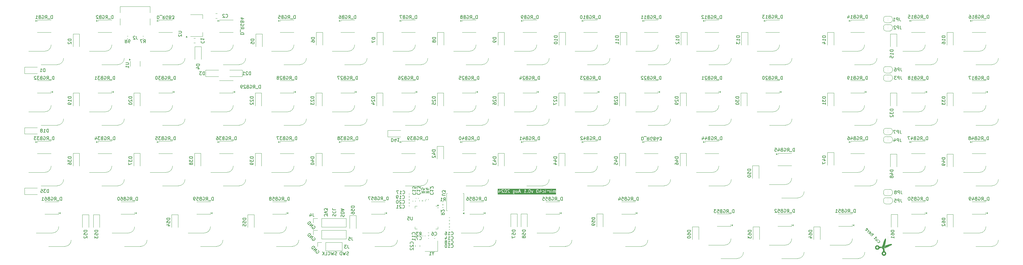
<source format=gbr>
G04 #@! TF.GenerationSoftware,KiCad,Pcbnew,8.0.4*
G04 #@! TF.CreationDate,2024-08-22T22:47:04+02:00*
G04 #@! TF.ProjectId,Mimic40,4d696d69-6334-4302-9e6b-696361645f70,rev?*
G04 #@! TF.SameCoordinates,Original*
G04 #@! TF.FileFunction,Legend,Bot*
G04 #@! TF.FilePolarity,Positive*
%FSLAX46Y46*%
G04 Gerber Fmt 4.6, Leading zero omitted, Abs format (unit mm)*
G04 Created by KiCad (PCBNEW 8.0.4) date 2024-08-22 22:47:04*
%MOMM*%
%LPD*%
G01*
G04 APERTURE LIST*
%ADD10C,0.120000*%
%ADD11C,0.150000*%
G04 APERTURE END LIST*
D10*
X342021502Y-152187140D02*
X342035390Y-152187941D01*
X342048521Y-152189263D01*
X342060914Y-152191106D01*
X342072585Y-152193470D01*
X342083553Y-152196355D01*
X342093834Y-152199761D01*
X342103448Y-152203689D01*
X342112410Y-152208138D01*
X342120739Y-152213109D01*
X342128453Y-152218602D01*
X342135569Y-152224616D01*
X342142105Y-152231153D01*
X342148078Y-152238213D01*
X342153507Y-152245795D01*
X342158408Y-152253899D01*
X342162800Y-152262527D01*
X342166699Y-152271678D01*
X342172621Y-152290386D01*
X342174494Y-152299674D01*
X342175624Y-152308932D01*
X342175999Y-152318174D01*
X342175606Y-152327411D01*
X342174431Y-152336656D01*
X342172463Y-152345921D01*
X342169688Y-152355217D01*
X342166093Y-152364557D01*
X342161665Y-152373953D01*
X342156392Y-152383417D01*
X342143258Y-152402597D01*
X342126587Y-152422193D01*
X342106277Y-152442303D01*
X342082224Y-152463022D01*
X342054327Y-152484449D01*
X342022480Y-152506678D01*
X341986583Y-152529807D01*
X341946530Y-152553932D01*
X341902221Y-152579151D01*
X341853551Y-152605559D01*
X341580770Y-152742087D01*
X341106811Y-152972902D01*
X340000000Y-153506228D01*
X340155712Y-152699765D01*
X341116158Y-152410577D01*
X341490843Y-152299707D01*
X341710387Y-152237468D01*
X341764075Y-152224013D01*
X341813749Y-152212630D01*
X341837124Y-152207717D01*
X341859549Y-152203322D01*
X341881041Y-152199446D01*
X341901617Y-152196089D01*
X341921296Y-152193252D01*
X341940094Y-152190934D01*
X341958030Y-152189135D01*
X341975121Y-152187856D01*
X341991385Y-152187097D01*
X342006839Y-152186858D01*
X342021502Y-152187140D01*
G36*
X342021502Y-152187140D02*
G01*
X342035390Y-152187941D01*
X342048521Y-152189263D01*
X342060914Y-152191106D01*
X342072585Y-152193470D01*
X342083553Y-152196355D01*
X342093834Y-152199761D01*
X342103448Y-152203689D01*
X342112410Y-152208138D01*
X342120739Y-152213109D01*
X342128453Y-152218602D01*
X342135569Y-152224616D01*
X342142105Y-152231153D01*
X342148078Y-152238213D01*
X342153507Y-152245795D01*
X342158408Y-152253899D01*
X342162800Y-152262527D01*
X342166699Y-152271678D01*
X342172621Y-152290386D01*
X342174494Y-152299674D01*
X342175624Y-152308932D01*
X342175999Y-152318174D01*
X342175606Y-152327411D01*
X342174431Y-152336656D01*
X342172463Y-152345921D01*
X342169688Y-152355217D01*
X342166093Y-152364557D01*
X342161665Y-152373953D01*
X342156392Y-152383417D01*
X342143258Y-152402597D01*
X342126587Y-152422193D01*
X342106277Y-152442303D01*
X342082224Y-152463022D01*
X342054327Y-152484449D01*
X342022480Y-152506678D01*
X341986583Y-152529807D01*
X341946530Y-152553932D01*
X341902221Y-152579151D01*
X341853551Y-152605559D01*
X341580770Y-152742087D01*
X341106811Y-152972902D01*
X340000000Y-153506228D01*
X340155712Y-152699765D01*
X341116158Y-152410577D01*
X341490843Y-152299707D01*
X341710387Y-152237468D01*
X341764075Y-152224013D01*
X341813749Y-152212630D01*
X341837124Y-152207717D01*
X341859549Y-152203322D01*
X341881041Y-152199446D01*
X341901617Y-152196089D01*
X341921296Y-152193252D01*
X341940094Y-152190934D01*
X341958030Y-152189135D01*
X341975121Y-152187856D01*
X341991385Y-152187097D01*
X342006839Y-152186858D01*
X342021502Y-152187140D01*
G37*
X341000000Y-138900000D02*
X341000000Y-138900000D01*
X341000000Y-138420000D02*
X341000000Y-138420000D01*
X341000000Y-137940000D02*
X341000000Y-137940000D01*
X341000000Y-137460000D02*
X341000000Y-137460000D01*
X341000000Y-136980000D02*
X341000000Y-136980000D01*
X341000000Y-136500000D02*
X341000000Y-136500000D01*
X341000000Y-136020000D02*
X341000000Y-136020000D01*
X341000000Y-135540000D02*
X341000000Y-135540000D01*
X341000000Y-119750000D02*
X341000000Y-119750000D01*
X341000000Y-119270000D02*
X341000000Y-119270000D01*
X341000000Y-118790000D02*
X341000000Y-118790000D01*
X341000000Y-118310000D02*
X341000000Y-118310000D01*
X341000000Y-117830000D02*
X341000000Y-117830000D01*
X341000000Y-117350000D02*
X341000000Y-117350000D01*
X341000000Y-116870000D02*
X341000000Y-116870000D01*
X341000000Y-116390000D02*
X341000000Y-116390000D01*
X341000000Y-115910000D02*
X341000000Y-115910000D01*
X341000000Y-100350000D02*
X341000000Y-100350000D01*
X341000000Y-99870000D02*
X341000000Y-99870000D01*
X341000000Y-99390000D02*
X341000000Y-99390000D01*
X341000000Y-98910000D02*
X341000000Y-98910000D01*
X341000000Y-98430000D02*
X341000000Y-98430000D01*
X341000000Y-97950000D02*
X341000000Y-97950000D01*
X341000000Y-97470000D02*
X341000000Y-97470000D01*
X341000000Y-96990000D02*
X341000000Y-96990000D01*
X337650292Y-152605958D02*
X337676826Y-152607565D01*
X337703200Y-152610229D01*
X337729382Y-152613935D01*
X337755344Y-152618671D01*
X337781055Y-152624422D01*
X337806484Y-152631176D01*
X337831602Y-152638920D01*
X337856378Y-152647640D01*
X337880783Y-152657324D01*
X337904786Y-152667957D01*
X337928356Y-152679526D01*
X337951464Y-152692019D01*
X337974080Y-152705422D01*
X337996173Y-152719722D01*
X338017713Y-152734906D01*
X338038670Y-152750960D01*
X338059014Y-152767871D01*
X338078715Y-152785626D01*
X338097742Y-152804211D01*
X338116065Y-152823614D01*
X338133655Y-152843822D01*
X338150480Y-152864820D01*
X338164500Y-152883581D01*
X338178421Y-152902842D01*
X338192172Y-152921992D01*
X338205684Y-152940421D01*
X338212328Y-152949175D01*
X338218886Y-152957521D01*
X338225348Y-152965381D01*
X338231706Y-152972681D01*
X338237951Y-152979343D01*
X338244074Y-152985292D01*
X338250067Y-152990451D01*
X338255920Y-152994745D01*
X338262022Y-152998408D01*
X338268740Y-153001712D01*
X338276027Y-153004669D01*
X338283836Y-153007295D01*
X338292121Y-153009604D01*
X338300836Y-153011611D01*
X338309935Y-153013329D01*
X338319370Y-153014774D01*
X338329096Y-153015960D01*
X338339065Y-153016901D01*
X338359549Y-153018107D01*
X338380451Y-153018506D01*
X338401400Y-153018216D01*
X338477198Y-153016789D01*
X338554340Y-153016596D01*
X338708193Y-153018527D01*
X338854038Y-153021243D01*
X338921170Y-153022031D01*
X338982956Y-153021978D01*
X338862178Y-153360820D01*
X338838841Y-153423907D01*
X338787875Y-153417410D01*
X338734435Y-153413114D01*
X338678469Y-153411207D01*
X338619927Y-153411879D01*
X338558758Y-153415320D01*
X338494911Y-153421718D01*
X338461968Y-153426086D01*
X338428337Y-153431263D01*
X338394011Y-153437275D01*
X338358984Y-153444144D01*
X338346615Y-153446894D01*
X338333832Y-153450189D01*
X338327388Y-153452046D01*
X338320964Y-153454044D01*
X338314603Y-153456188D01*
X338308346Y-153458477D01*
X338302234Y-153460916D01*
X338296309Y-153463505D01*
X338290613Y-153466247D01*
X338285186Y-153469144D01*
X338280071Y-153472197D01*
X338275309Y-153475410D01*
X338270941Y-153478785D01*
X338267010Y-153482322D01*
X338263475Y-153485889D01*
X338260224Y-153489367D01*
X338257229Y-153492782D01*
X338254463Y-153496156D01*
X338251900Y-153499514D01*
X338249513Y-153502879D01*
X338247274Y-153506273D01*
X338245156Y-153509722D01*
X338243133Y-153513249D01*
X338241178Y-153516877D01*
X338237361Y-153524530D01*
X338233490Y-153532872D01*
X338229348Y-153542091D01*
X338215752Y-153570542D01*
X338200824Y-153598333D01*
X338184587Y-153625412D01*
X338167064Y-153651726D01*
X338148278Y-153677223D01*
X338128251Y-153701850D01*
X338107006Y-153725556D01*
X338084565Y-153748288D01*
X338060951Y-153769993D01*
X338036187Y-153790620D01*
X338010295Y-153810116D01*
X337983298Y-153828428D01*
X337955218Y-153845505D01*
X337926078Y-153861294D01*
X337895901Y-153875742D01*
X337864709Y-153888798D01*
X337832541Y-153900394D01*
X337800174Y-153910241D01*
X337767663Y-153918365D01*
X337735061Y-153924788D01*
X337702424Y-153929535D01*
X337669804Y-153932629D01*
X337637256Y-153934094D01*
X337604833Y-153933954D01*
X337572590Y-153932232D01*
X337540581Y-153928953D01*
X337508860Y-153924140D01*
X337477480Y-153917816D01*
X337446496Y-153910006D01*
X337415962Y-153900734D01*
X337385931Y-153890022D01*
X337356459Y-153877895D01*
X337327597Y-153864376D01*
X337299402Y-153849490D01*
X337271926Y-153833260D01*
X337245224Y-153815709D01*
X337219350Y-153796862D01*
X337194357Y-153776742D01*
X337170300Y-153755373D01*
X337147233Y-153732779D01*
X337125209Y-153708983D01*
X337104283Y-153684010D01*
X337084509Y-153657882D01*
X337065940Y-153630624D01*
X337048631Y-153602260D01*
X337032636Y-153572813D01*
X337018009Y-153542306D01*
X337004803Y-153510765D01*
X336993208Y-153478603D01*
X336983360Y-153446242D01*
X336975235Y-153413736D01*
X336968810Y-153381138D01*
X336964062Y-153348503D01*
X336960966Y-153315884D01*
X336959499Y-153283336D01*
X336959525Y-153277119D01*
X337264686Y-153277119D01*
X337265474Y-153294712D01*
X337267143Y-153312344D01*
X337269705Y-153329986D01*
X337273172Y-153347608D01*
X337277558Y-153365181D01*
X337282876Y-153382676D01*
X337289137Y-153400064D01*
X337296277Y-153417113D01*
X337304185Y-153433604D01*
X337312833Y-153449521D01*
X337322192Y-153464853D01*
X337332231Y-153479587D01*
X337342922Y-153493710D01*
X337354236Y-153507209D01*
X337366143Y-153520071D01*
X337378614Y-153532284D01*
X337391620Y-153543835D01*
X337405132Y-153554710D01*
X337419120Y-153564898D01*
X337433556Y-153574385D01*
X337448410Y-153583158D01*
X337463652Y-153591205D01*
X337479255Y-153598513D01*
X337495187Y-153605069D01*
X337511421Y-153610860D01*
X337527927Y-153615873D01*
X337544675Y-153620096D01*
X337561637Y-153623516D01*
X337578784Y-153626119D01*
X337596085Y-153627894D01*
X337613513Y-153628827D01*
X337631037Y-153628906D01*
X337648628Y-153628117D01*
X337666258Y-153626448D01*
X337683896Y-153623887D01*
X337701515Y-153620419D01*
X337719084Y-153616033D01*
X337736574Y-153610716D01*
X337753956Y-153604454D01*
X337771005Y-153597309D01*
X337787494Y-153589395D01*
X337803411Y-153580742D01*
X337818743Y-153571379D01*
X337833476Y-153561335D01*
X337847599Y-153550639D01*
X337861097Y-153539321D01*
X337873960Y-153527410D01*
X337886172Y-153514935D01*
X337897723Y-153501925D01*
X337908598Y-153488409D01*
X337918786Y-153474417D01*
X337928273Y-153459978D01*
X337937046Y-153445121D01*
X337945093Y-153429875D01*
X337952401Y-153414269D01*
X337958958Y-153398333D01*
X337964749Y-153382096D01*
X337969762Y-153365587D01*
X337973986Y-153348835D01*
X337977406Y-153331869D01*
X337980010Y-153314719D01*
X337981785Y-153297414D01*
X337982718Y-153279983D01*
X337982797Y-153262455D01*
X337982009Y-153244859D01*
X337980340Y-153227225D01*
X337977779Y-153209582D01*
X337974312Y-153191958D01*
X337969926Y-153174384D01*
X337964608Y-153156889D01*
X337958347Y-153139501D01*
X337951201Y-153122458D01*
X337943287Y-153105974D01*
X337934634Y-153090062D01*
X337925271Y-153074735D01*
X337915229Y-153060005D01*
X337904535Y-153045886D01*
X337893219Y-153032390D01*
X337881310Y-153019530D01*
X337868837Y-153007319D01*
X337855830Y-152995771D01*
X337842317Y-152984897D01*
X337828328Y-152974710D01*
X337813892Y-152965225D01*
X337799038Y-152956453D01*
X337783795Y-152948407D01*
X337768193Y-152941101D01*
X337752260Y-152934546D01*
X337736027Y-152928757D01*
X337719521Y-152923746D01*
X337702772Y-152919525D01*
X337685809Y-152916109D01*
X337668662Y-152913509D01*
X337651359Y-152911738D01*
X337633931Y-152910810D01*
X337616405Y-152910737D01*
X337598811Y-152911532D01*
X337581178Y-152913208D01*
X337563536Y-152915778D01*
X337545914Y-152919255D01*
X337528340Y-152923651D01*
X337510844Y-152928980D01*
X337493455Y-152935255D01*
X337476413Y-152942393D01*
X337459930Y-152950301D01*
X337444019Y-152958947D01*
X337428693Y-152968303D01*
X337413964Y-152978341D01*
X337399846Y-152989030D01*
X337386352Y-153000341D01*
X337373494Y-153012246D01*
X337361285Y-153024715D01*
X337349738Y-153037718D01*
X337338865Y-153051228D01*
X337328680Y-153065214D01*
X337319196Y-153079647D01*
X337310425Y-153094499D01*
X337302380Y-153109740D01*
X337295073Y-153125340D01*
X337288519Y-153141271D01*
X337282729Y-153157504D01*
X337277717Y-153174008D01*
X337273494Y-153190756D01*
X337270075Y-153207718D01*
X337267472Y-153224864D01*
X337265697Y-153242166D01*
X337264764Y-153259594D01*
X337264686Y-153277119D01*
X336959525Y-153277119D01*
X336959636Y-153250914D01*
X336961355Y-153218670D01*
X336964632Y-153186659D01*
X336969442Y-153154936D01*
X336975762Y-153123553D01*
X336983569Y-153092566D01*
X336992839Y-153062029D01*
X337003547Y-153031995D01*
X337015671Y-153002518D01*
X337029186Y-152973653D01*
X337044069Y-152945454D01*
X337060296Y-152917975D01*
X337077843Y-152891270D01*
X337096687Y-152865392D01*
X337116804Y-152840397D01*
X337138170Y-152816338D01*
X337160762Y-152793269D01*
X337184555Y-152771245D01*
X337209526Y-152750319D01*
X337235652Y-152730546D01*
X337262908Y-152711979D01*
X337291271Y-152694672D01*
X337320717Y-152678681D01*
X337351223Y-152664058D01*
X337382764Y-152650859D01*
X337409244Y-152641181D01*
X337435864Y-152632691D01*
X337462596Y-152625376D01*
X337489408Y-152619223D01*
X337516272Y-152614218D01*
X337543155Y-152610348D01*
X337570030Y-152607601D01*
X337596864Y-152605962D01*
X337623628Y-152605419D01*
X337650292Y-152605958D01*
G36*
X337650292Y-152605958D02*
G01*
X337676826Y-152607565D01*
X337703200Y-152610229D01*
X337729382Y-152613935D01*
X337755344Y-152618671D01*
X337781055Y-152624422D01*
X337806484Y-152631176D01*
X337831602Y-152638920D01*
X337856378Y-152647640D01*
X337880783Y-152657324D01*
X337904786Y-152667957D01*
X337928356Y-152679526D01*
X337951464Y-152692019D01*
X337974080Y-152705422D01*
X337996173Y-152719722D01*
X338017713Y-152734906D01*
X338038670Y-152750960D01*
X338059014Y-152767871D01*
X338078715Y-152785626D01*
X338097742Y-152804211D01*
X338116065Y-152823614D01*
X338133655Y-152843822D01*
X338150480Y-152864820D01*
X338164500Y-152883581D01*
X338178421Y-152902842D01*
X338192172Y-152921992D01*
X338205684Y-152940421D01*
X338212328Y-152949175D01*
X338218886Y-152957521D01*
X338225348Y-152965381D01*
X338231706Y-152972681D01*
X338237951Y-152979343D01*
X338244074Y-152985292D01*
X338250067Y-152990451D01*
X338255920Y-152994745D01*
X338262022Y-152998408D01*
X338268740Y-153001712D01*
X338276027Y-153004669D01*
X338283836Y-153007295D01*
X338292121Y-153009604D01*
X338300836Y-153011611D01*
X338309935Y-153013329D01*
X338319370Y-153014774D01*
X338329096Y-153015960D01*
X338339065Y-153016901D01*
X338359549Y-153018107D01*
X338380451Y-153018506D01*
X338401400Y-153018216D01*
X338477198Y-153016789D01*
X338554340Y-153016596D01*
X338708193Y-153018527D01*
X338854038Y-153021243D01*
X338921170Y-153022031D01*
X338982956Y-153021978D01*
X338862178Y-153360820D01*
X338838841Y-153423907D01*
X338787875Y-153417410D01*
X338734435Y-153413114D01*
X338678469Y-153411207D01*
X338619927Y-153411879D01*
X338558758Y-153415320D01*
X338494911Y-153421718D01*
X338461968Y-153426086D01*
X338428337Y-153431263D01*
X338394011Y-153437275D01*
X338358984Y-153444144D01*
X338346615Y-153446894D01*
X338333832Y-153450189D01*
X338327388Y-153452046D01*
X338320964Y-153454044D01*
X338314603Y-153456188D01*
X338308346Y-153458477D01*
X338302234Y-153460916D01*
X338296309Y-153463505D01*
X338290613Y-153466247D01*
X338285186Y-153469144D01*
X338280071Y-153472197D01*
X338275309Y-153475410D01*
X338270941Y-153478785D01*
X338267010Y-153482322D01*
X338263475Y-153485889D01*
X338260224Y-153489367D01*
X338257229Y-153492782D01*
X338254463Y-153496156D01*
X338251900Y-153499514D01*
X338249513Y-153502879D01*
X338247274Y-153506273D01*
X338245156Y-153509722D01*
X338243133Y-153513249D01*
X338241178Y-153516877D01*
X338237361Y-153524530D01*
X338233490Y-153532872D01*
X338229348Y-153542091D01*
X338215752Y-153570542D01*
X338200824Y-153598333D01*
X338184587Y-153625412D01*
X338167064Y-153651726D01*
X338148278Y-153677223D01*
X338128251Y-153701850D01*
X338107006Y-153725556D01*
X338084565Y-153748288D01*
X338060951Y-153769993D01*
X338036187Y-153790620D01*
X338010295Y-153810116D01*
X337983298Y-153828428D01*
X337955218Y-153845505D01*
X337926078Y-153861294D01*
X337895901Y-153875742D01*
X337864709Y-153888798D01*
X337832541Y-153900394D01*
X337800174Y-153910241D01*
X337767663Y-153918365D01*
X337735061Y-153924788D01*
X337702424Y-153929535D01*
X337669804Y-153932629D01*
X337637256Y-153934094D01*
X337604833Y-153933954D01*
X337572590Y-153932232D01*
X337540581Y-153928953D01*
X337508860Y-153924140D01*
X337477480Y-153917816D01*
X337446496Y-153910006D01*
X337415962Y-153900734D01*
X337385931Y-153890022D01*
X337356459Y-153877895D01*
X337327597Y-153864376D01*
X337299402Y-153849490D01*
X337271926Y-153833260D01*
X337245224Y-153815709D01*
X337219350Y-153796862D01*
X337194357Y-153776742D01*
X337170300Y-153755373D01*
X337147233Y-153732779D01*
X337125209Y-153708983D01*
X337104283Y-153684010D01*
X337084509Y-153657882D01*
X337065940Y-153630624D01*
X337048631Y-153602260D01*
X337032636Y-153572813D01*
X337018009Y-153542306D01*
X337004803Y-153510765D01*
X336993208Y-153478603D01*
X336983360Y-153446242D01*
X336975235Y-153413736D01*
X336968810Y-153381138D01*
X336964062Y-153348503D01*
X336960966Y-153315884D01*
X336959499Y-153283336D01*
X336959525Y-153277119D01*
X337264686Y-153277119D01*
X337265474Y-153294712D01*
X337267143Y-153312344D01*
X337269705Y-153329986D01*
X337273172Y-153347608D01*
X337277558Y-153365181D01*
X337282876Y-153382676D01*
X337289137Y-153400064D01*
X337296277Y-153417113D01*
X337304185Y-153433604D01*
X337312833Y-153449521D01*
X337322192Y-153464853D01*
X337332231Y-153479587D01*
X337342922Y-153493710D01*
X337354236Y-153507209D01*
X337366143Y-153520071D01*
X337378614Y-153532284D01*
X337391620Y-153543835D01*
X337405132Y-153554710D01*
X337419120Y-153564898D01*
X337433556Y-153574385D01*
X337448410Y-153583158D01*
X337463652Y-153591205D01*
X337479255Y-153598513D01*
X337495187Y-153605069D01*
X337511421Y-153610860D01*
X337527927Y-153615873D01*
X337544675Y-153620096D01*
X337561637Y-153623516D01*
X337578784Y-153626119D01*
X337596085Y-153627894D01*
X337613513Y-153628827D01*
X337631037Y-153628906D01*
X337648628Y-153628117D01*
X337666258Y-153626448D01*
X337683896Y-153623887D01*
X337701515Y-153620419D01*
X337719084Y-153616033D01*
X337736574Y-153610716D01*
X337753956Y-153604454D01*
X337771005Y-153597309D01*
X337787494Y-153589395D01*
X337803411Y-153580742D01*
X337818743Y-153571379D01*
X337833476Y-153561335D01*
X337847599Y-153550639D01*
X337861097Y-153539321D01*
X337873960Y-153527410D01*
X337886172Y-153514935D01*
X337897723Y-153501925D01*
X337908598Y-153488409D01*
X337918786Y-153474417D01*
X337928273Y-153459978D01*
X337937046Y-153445121D01*
X337945093Y-153429875D01*
X337952401Y-153414269D01*
X337958958Y-153398333D01*
X337964749Y-153382096D01*
X337969762Y-153365587D01*
X337973986Y-153348835D01*
X337977406Y-153331869D01*
X337980010Y-153314719D01*
X337981785Y-153297414D01*
X337982718Y-153279983D01*
X337982797Y-153262455D01*
X337982009Y-153244859D01*
X337980340Y-153227225D01*
X337977779Y-153209582D01*
X337974312Y-153191958D01*
X337969926Y-153174384D01*
X337964608Y-153156889D01*
X337958347Y-153139501D01*
X337951201Y-153122458D01*
X337943287Y-153105974D01*
X337934634Y-153090062D01*
X337925271Y-153074735D01*
X337915229Y-153060005D01*
X337904535Y-153045886D01*
X337893219Y-153032390D01*
X337881310Y-153019530D01*
X337868837Y-153007319D01*
X337855830Y-152995771D01*
X337842317Y-152984897D01*
X337828328Y-152974710D01*
X337813892Y-152965225D01*
X337799038Y-152956453D01*
X337783795Y-152948407D01*
X337768193Y-152941101D01*
X337752260Y-152934546D01*
X337736027Y-152928757D01*
X337719521Y-152923746D01*
X337702772Y-152919525D01*
X337685809Y-152916109D01*
X337668662Y-152913509D01*
X337651359Y-152911738D01*
X337633931Y-152910810D01*
X337616405Y-152910737D01*
X337598811Y-152911532D01*
X337581178Y-152913208D01*
X337563536Y-152915778D01*
X337545914Y-152919255D01*
X337528340Y-152923651D01*
X337510844Y-152928980D01*
X337493455Y-152935255D01*
X337476413Y-152942393D01*
X337459930Y-152950301D01*
X337444019Y-152958947D01*
X337428693Y-152968303D01*
X337413964Y-152978341D01*
X337399846Y-152989030D01*
X337386352Y-153000341D01*
X337373494Y-153012246D01*
X337361285Y-153024715D01*
X337349738Y-153037718D01*
X337338865Y-153051228D01*
X337328680Y-153065214D01*
X337319196Y-153079647D01*
X337310425Y-153094499D01*
X337302380Y-153109740D01*
X337295073Y-153125340D01*
X337288519Y-153141271D01*
X337282729Y-153157504D01*
X337277717Y-153174008D01*
X337273494Y-153190756D01*
X337270075Y-153207718D01*
X337267472Y-153224864D01*
X337265697Y-153242166D01*
X337264764Y-153259594D01*
X337264686Y-153277119D01*
X336959525Y-153277119D01*
X336959636Y-153250914D01*
X336961355Y-153218670D01*
X336964632Y-153186659D01*
X336969442Y-153154936D01*
X336975762Y-153123553D01*
X336983569Y-153092566D01*
X336992839Y-153062029D01*
X337003547Y-153031995D01*
X337015671Y-153002518D01*
X337029186Y-152973653D01*
X337044069Y-152945454D01*
X337060296Y-152917975D01*
X337077843Y-152891270D01*
X337096687Y-152865392D01*
X337116804Y-152840397D01*
X337138170Y-152816338D01*
X337160762Y-152793269D01*
X337184555Y-152771245D01*
X337209526Y-152750319D01*
X337235652Y-152730546D01*
X337262908Y-152711979D01*
X337291271Y-152694672D01*
X337320717Y-152678681D01*
X337351223Y-152664058D01*
X337382764Y-152650859D01*
X337409244Y-152641181D01*
X337435864Y-152632691D01*
X337462596Y-152625376D01*
X337489408Y-152619223D01*
X337516272Y-152614218D01*
X337543155Y-152610348D01*
X337570030Y-152607601D01*
X337596864Y-152605962D01*
X337623628Y-152605419D01*
X337650292Y-152605958D01*
G37*
X340203186Y-150523427D02*
X340212618Y-150524312D01*
X340222166Y-150525917D01*
X340231841Y-150528229D01*
X340250374Y-150534638D01*
X340267042Y-150543289D01*
X340281858Y-150554322D01*
X340294841Y-150567879D01*
X340306005Y-150584101D01*
X340315367Y-150603127D01*
X340322942Y-150625099D01*
X340328747Y-150650158D01*
X340332798Y-150678444D01*
X340335110Y-150710099D01*
X340335699Y-150745262D01*
X340334582Y-150784075D01*
X340331774Y-150826679D01*
X340327291Y-150873214D01*
X340321150Y-150923821D01*
X340313366Y-150978641D01*
X340215498Y-151521512D01*
X340044921Y-152419648D01*
X339810885Y-153632825D01*
X339810277Y-153659051D01*
X339811028Y-153689375D01*
X339816019Y-153760935D01*
X339824675Y-153844743D01*
X339835812Y-153938037D01*
X339860805Y-154142039D01*
X339872295Y-154247223D01*
X339881537Y-154350848D01*
X339883419Y-154371713D01*
X339884612Y-154382125D01*
X339885985Y-154392460D01*
X339887548Y-154402671D01*
X339889309Y-154412709D01*
X339891279Y-154422528D01*
X339893466Y-154432079D01*
X339895881Y-154441316D01*
X339898531Y-154450190D01*
X339901427Y-154458655D01*
X339904579Y-154466662D01*
X339907995Y-154474164D01*
X339911684Y-154481114D01*
X339915657Y-154487463D01*
X339919922Y-154493165D01*
X339924814Y-154498538D01*
X339930580Y-154503959D01*
X339937143Y-154509427D01*
X339944427Y-154514942D01*
X339952355Y-154520503D01*
X339960849Y-154526109D01*
X339979235Y-154537454D01*
X340019444Y-154560652D01*
X340040041Y-154572493D01*
X340060151Y-154584487D01*
X340104713Y-154614415D01*
X340146383Y-154647599D01*
X340185030Y-154683810D01*
X340220524Y-154722819D01*
X340252734Y-154764396D01*
X340281529Y-154808312D01*
X340306779Y-154854339D01*
X340328352Y-154902247D01*
X340346118Y-154951806D01*
X340359947Y-155002788D01*
X340369707Y-155054963D01*
X340375269Y-155108102D01*
X340376500Y-155161976D01*
X340373271Y-155216356D01*
X340365451Y-155271011D01*
X340352909Y-155325714D01*
X340343063Y-155358455D01*
X340331695Y-155390314D01*
X340318856Y-155421263D01*
X340304597Y-155451272D01*
X340288970Y-155480312D01*
X340272025Y-155508354D01*
X340253815Y-155535368D01*
X340234389Y-155561326D01*
X340213800Y-155586197D01*
X340192099Y-155609954D01*
X340169336Y-155632566D01*
X340145564Y-155654004D01*
X340120834Y-155674239D01*
X340095196Y-155693242D01*
X340068702Y-155710984D01*
X340041403Y-155727435D01*
X340013351Y-155742566D01*
X339984597Y-155756347D01*
X339955192Y-155768751D01*
X339925187Y-155779746D01*
X339894633Y-155789305D01*
X339863583Y-155797397D01*
X339832087Y-155803994D01*
X339800195Y-155809067D01*
X339767961Y-155812585D01*
X339735434Y-155814520D01*
X339702667Y-155814843D01*
X339669710Y-155813524D01*
X339636614Y-155810534D01*
X339603432Y-155805844D01*
X339570213Y-155799424D01*
X339537010Y-155791246D01*
X339504276Y-155781393D01*
X339472423Y-155770018D01*
X339441480Y-155757173D01*
X339411476Y-155742908D01*
X339382442Y-155727275D01*
X339354405Y-155710325D01*
X339327395Y-155692110D01*
X339301441Y-155672680D01*
X339276574Y-155652087D01*
X339252821Y-155630383D01*
X339230213Y-155607618D01*
X339208779Y-155583843D01*
X339188547Y-155559111D01*
X339169547Y-155533471D01*
X339151809Y-155506977D01*
X339135362Y-155479677D01*
X339120234Y-155451625D01*
X339106456Y-155422872D01*
X339094056Y-155393467D01*
X339083064Y-155363464D01*
X339073509Y-155332912D01*
X339065420Y-155301864D01*
X339058827Y-155270370D01*
X339053759Y-155238482D01*
X339050245Y-155206251D01*
X339048315Y-155173728D01*
X339048039Y-155145317D01*
X339353119Y-155145317D01*
X339353292Y-155163030D01*
X339354337Y-155180612D01*
X339356238Y-155198036D01*
X339358979Y-155215275D01*
X339362544Y-155232300D01*
X339366917Y-155249085D01*
X339372083Y-155265601D01*
X339378025Y-155281821D01*
X339384729Y-155297717D01*
X339392177Y-155313261D01*
X339400355Y-155328425D01*
X339409247Y-155343182D01*
X339418837Y-155357505D01*
X339429108Y-155371364D01*
X339440046Y-155384733D01*
X339451634Y-155397584D01*
X339463856Y-155409890D01*
X339476698Y-155421622D01*
X339490142Y-155432752D01*
X339504174Y-155443254D01*
X339518777Y-155453098D01*
X339533936Y-155462259D01*
X339549635Y-155470707D01*
X339565857Y-155478415D01*
X339582588Y-155485356D01*
X339599811Y-155491502D01*
X339617511Y-155496824D01*
X339635458Y-155501246D01*
X339653413Y-155504716D01*
X339671349Y-155507252D01*
X339689238Y-155508869D01*
X339707053Y-155509583D01*
X339724765Y-155509409D01*
X339742347Y-155508364D01*
X339759771Y-155506463D01*
X339777010Y-155503722D01*
X339794036Y-155500157D01*
X339810820Y-155495783D01*
X339827336Y-155490617D01*
X339843556Y-155484674D01*
X339859452Y-155477971D01*
X339874996Y-155470522D01*
X339890160Y-155462343D01*
X339904917Y-155453451D01*
X339919240Y-155443862D01*
X339933099Y-155433590D01*
X339946469Y-155422652D01*
X339959320Y-155411064D01*
X339971625Y-155398841D01*
X339983357Y-155386000D01*
X339994487Y-155372556D01*
X340004989Y-155358524D01*
X340014833Y-155343921D01*
X340023994Y-155328763D01*
X340032442Y-155313065D01*
X340040151Y-155296843D01*
X340047091Y-155280113D01*
X340053237Y-155262890D01*
X340058559Y-155245191D01*
X340062981Y-155227251D01*
X340066452Y-155209301D01*
X340068988Y-155191370D01*
X340070605Y-155173486D01*
X340071319Y-155155675D01*
X340071145Y-155137966D01*
X340070100Y-155120387D01*
X340068200Y-155102965D01*
X340065459Y-155085727D01*
X340061894Y-155068703D01*
X340057521Y-155051920D01*
X340052355Y-155035404D01*
X340046413Y-155019185D01*
X340039709Y-155003290D01*
X340032260Y-154987746D01*
X340024082Y-154972582D01*
X340015191Y-154957825D01*
X340005601Y-154943503D01*
X339995330Y-154929644D01*
X339984392Y-154916275D01*
X339972804Y-154903425D01*
X339960581Y-154891120D01*
X339947740Y-154879390D01*
X339934295Y-154868261D01*
X339920264Y-154857761D01*
X339905660Y-154847918D01*
X339890502Y-154838760D01*
X339874803Y-154830315D01*
X339858580Y-154822610D01*
X339841850Y-154815673D01*
X339824626Y-154809533D01*
X339806926Y-154804215D01*
X339788986Y-154799788D01*
X339771037Y-154796311D01*
X339753105Y-154793769D01*
X339735220Y-154792146D01*
X339717409Y-154791427D01*
X339699700Y-154791596D01*
X339682120Y-154792637D01*
X339664697Y-154794534D01*
X339647459Y-154797271D01*
X339630434Y-154800832D01*
X339613650Y-154805202D01*
X339597133Y-154810365D01*
X339580913Y-154816305D01*
X339565016Y-154823007D01*
X339549471Y-154830453D01*
X339534305Y-154838629D01*
X339519546Y-154847520D01*
X339505221Y-154857108D01*
X339491360Y-154867378D01*
X339477988Y-154878315D01*
X339465135Y-154889902D01*
X339452828Y-154902124D01*
X339441094Y-154914965D01*
X339429961Y-154928409D01*
X339419457Y-154942440D01*
X339409611Y-154957043D01*
X339400448Y-154972201D01*
X339391999Y-154987900D01*
X339384289Y-155004122D01*
X339377347Y-155020853D01*
X339371201Y-155038077D01*
X339365878Y-155055776D01*
X339361457Y-155073723D01*
X339357986Y-155091678D01*
X339355450Y-155109614D01*
X339353833Y-155127503D01*
X339353119Y-155145317D01*
X339048039Y-155145317D01*
X339047997Y-155140965D01*
X339049321Y-155108013D01*
X339052316Y-155074923D01*
X339057012Y-155041746D01*
X339063438Y-155008534D01*
X339071623Y-154975337D01*
X339081351Y-154942948D01*
X339092572Y-154911422D01*
X339105233Y-154880787D01*
X339119287Y-154851073D01*
X339134684Y-154822307D01*
X339151372Y-154794518D01*
X339169304Y-154767734D01*
X339188429Y-154741983D01*
X339208698Y-154717294D01*
X339230061Y-154693695D01*
X339252467Y-154671213D01*
X339275869Y-154649879D01*
X339300215Y-154629719D01*
X339325456Y-154610762D01*
X339351543Y-154593037D01*
X339378425Y-154576571D01*
X339387156Y-154571484D01*
X339395040Y-154566761D01*
X339398716Y-154564462D01*
X339402243Y-154562165D01*
X339405642Y-154559840D01*
X339408933Y-154557458D01*
X339412137Y-154554990D01*
X339415274Y-154552404D01*
X339418367Y-154549672D01*
X339421435Y-154546765D01*
X339424498Y-154543651D01*
X339427579Y-154540302D01*
X339430698Y-154536689D01*
X339433874Y-154532780D01*
X339436983Y-154528507D01*
X339439884Y-154523817D01*
X339442582Y-154518749D01*
X339445086Y-154513347D01*
X339447401Y-154507650D01*
X339449533Y-154501701D01*
X339451490Y-154495541D01*
X339453278Y-154489212D01*
X339454902Y-154482754D01*
X339456370Y-154476209D01*
X339458863Y-154463023D01*
X339460807Y-154449985D01*
X339462255Y-154437427D01*
X339468098Y-154362993D01*
X339470576Y-154292020D01*
X339469898Y-154224435D01*
X339466271Y-154160167D01*
X339459904Y-154099143D01*
X339451007Y-154041292D01*
X339439786Y-153986542D01*
X339426452Y-153934821D01*
X339411212Y-153886056D01*
X339394275Y-153840176D01*
X339375849Y-153797109D01*
X339356144Y-153756782D01*
X339335367Y-153719124D01*
X339313727Y-153684064D01*
X339291432Y-153651527D01*
X339268692Y-153621444D01*
X339245714Y-153593742D01*
X339222708Y-153568349D01*
X339199881Y-153545192D01*
X339177443Y-153524201D01*
X339134564Y-153488424D01*
X339095741Y-153460444D01*
X339062641Y-153439684D01*
X339036933Y-153425569D01*
X339014365Y-153414967D01*
X339056519Y-153297033D01*
X339348501Y-153297033D01*
X339348559Y-153303233D01*
X339348922Y-153309387D01*
X339349585Y-153315485D01*
X339350542Y-153321518D01*
X339351789Y-153327477D01*
X339353319Y-153333350D01*
X339355126Y-153339130D01*
X339357206Y-153344805D01*
X339359552Y-153350367D01*
X339362160Y-153355806D01*
X339365023Y-153361111D01*
X339368136Y-153366274D01*
X339371494Y-153371285D01*
X339375091Y-153376133D01*
X339378921Y-153380810D01*
X339382979Y-153385306D01*
X339387259Y-153389610D01*
X339391756Y-153393714D01*
X339396464Y-153397608D01*
X339401378Y-153401281D01*
X339406492Y-153404725D01*
X339411801Y-153407929D01*
X339417298Y-153410884D01*
X339422979Y-153413581D01*
X339428838Y-153416009D01*
X339434869Y-153418159D01*
X339441068Y-153420021D01*
X339447345Y-153421567D01*
X339453626Y-153422781D01*
X339459901Y-153423667D01*
X339466160Y-153424233D01*
X339472392Y-153424482D01*
X339478589Y-153424421D01*
X339484741Y-153424055D01*
X339490838Y-153423390D01*
X339496870Y-153422431D01*
X339502828Y-153421184D01*
X339508702Y-153419654D01*
X339514481Y-153417846D01*
X339520158Y-153415767D01*
X339525720Y-153413421D01*
X339531160Y-153410815D01*
X339536467Y-153407953D01*
X339541632Y-153404842D01*
X339546645Y-153401486D01*
X339551495Y-153397892D01*
X339556175Y-153394064D01*
X339560672Y-153390009D01*
X339564979Y-153385731D01*
X339569085Y-153381236D01*
X339572981Y-153376531D01*
X339576656Y-153371620D01*
X339580102Y-153366508D01*
X339583308Y-153361202D01*
X339586265Y-153355707D01*
X339588962Y-153350028D01*
X339591391Y-153344170D01*
X339593542Y-153338141D01*
X339595404Y-153331944D01*
X339596951Y-153325666D01*
X339598166Y-153319385D01*
X339599053Y-153313110D01*
X339599619Y-153306851D01*
X339599869Y-153300619D01*
X339599809Y-153294421D01*
X339599444Y-153288269D01*
X339598779Y-153282172D01*
X339597821Y-153276139D01*
X339596574Y-153270181D01*
X339595044Y-153264307D01*
X339593237Y-153258526D01*
X339591158Y-153252849D01*
X339588812Y-153247285D01*
X339586206Y-153241843D01*
X339583344Y-153236535D01*
X339580233Y-153231368D01*
X339576877Y-153226354D01*
X339573282Y-153221501D01*
X339569455Y-153216819D01*
X339565399Y-153212318D01*
X339561121Y-153208008D01*
X339556626Y-153203899D01*
X339551920Y-153200000D01*
X339547008Y-153196320D01*
X339541896Y-153192870D01*
X339536589Y-153189659D01*
X339531093Y-153186698D01*
X339525414Y-153183995D01*
X339519556Y-153181560D01*
X339513525Y-153179403D01*
X339507327Y-153177534D01*
X339501043Y-153175988D01*
X339494756Y-153174774D01*
X339488477Y-153173887D01*
X339482214Y-153173323D01*
X339475978Y-153173075D01*
X339469778Y-153173137D01*
X339463624Y-153173505D01*
X339457526Y-153174172D01*
X339451493Y-153175134D01*
X339445534Y-153176384D01*
X339439661Y-153177917D01*
X339433881Y-153179728D01*
X339428206Y-153181810D01*
X339422644Y-153184159D01*
X339417206Y-153186769D01*
X339411900Y-153189634D01*
X339406737Y-153192749D01*
X339401726Y-153196109D01*
X339396878Y-153199707D01*
X339392201Y-153203538D01*
X339387705Y-153207597D01*
X339383401Y-153211878D01*
X339379297Y-153216375D01*
X339375403Y-153221084D01*
X339371730Y-153225998D01*
X339368286Y-153231112D01*
X339365082Y-153236420D01*
X339362127Y-153241917D01*
X339359430Y-153247598D01*
X339357002Y-153253456D01*
X339354852Y-153259487D01*
X339352990Y-153265684D01*
X339351437Y-153271968D01*
X339350217Y-153278255D01*
X339349325Y-153284534D01*
X339348754Y-153290797D01*
X339348501Y-153297033D01*
X339056519Y-153297033D01*
X339430220Y-152251541D01*
X339740395Y-151391586D01*
X339932387Y-150874430D01*
X339953585Y-150823292D01*
X339974054Y-150776613D01*
X339993878Y-150734281D01*
X340013144Y-150696184D01*
X340022594Y-150678687D01*
X340031936Y-150662207D01*
X340041181Y-150646729D01*
X340050340Y-150632240D01*
X340059424Y-150618724D01*
X340068442Y-150606168D01*
X340077406Y-150594558D01*
X340086327Y-150583879D01*
X340095214Y-150574118D01*
X340104080Y-150565261D01*
X340112934Y-150557293D01*
X340121787Y-150550200D01*
X340130649Y-150543968D01*
X340139533Y-150538584D01*
X340148447Y-150534032D01*
X340157403Y-150530300D01*
X340166412Y-150527372D01*
X340175484Y-150525235D01*
X340184630Y-150523875D01*
X340193860Y-150523277D01*
X340203186Y-150523427D01*
G36*
X340203186Y-150523427D02*
G01*
X340212618Y-150524312D01*
X340222166Y-150525917D01*
X340231841Y-150528229D01*
X340250374Y-150534638D01*
X340267042Y-150543289D01*
X340281858Y-150554322D01*
X340294841Y-150567879D01*
X340306005Y-150584101D01*
X340315367Y-150603127D01*
X340322942Y-150625099D01*
X340328747Y-150650158D01*
X340332798Y-150678444D01*
X340335110Y-150710099D01*
X340335699Y-150745262D01*
X340334582Y-150784075D01*
X340331774Y-150826679D01*
X340327291Y-150873214D01*
X340321150Y-150923821D01*
X340313366Y-150978641D01*
X340215498Y-151521512D01*
X340044921Y-152419648D01*
X339810885Y-153632825D01*
X339810277Y-153659051D01*
X339811028Y-153689375D01*
X339816019Y-153760935D01*
X339824675Y-153844743D01*
X339835812Y-153938037D01*
X339860805Y-154142039D01*
X339872295Y-154247223D01*
X339881537Y-154350848D01*
X339883419Y-154371713D01*
X339884612Y-154382125D01*
X339885985Y-154392460D01*
X339887548Y-154402671D01*
X339889309Y-154412709D01*
X339891279Y-154422528D01*
X339893466Y-154432079D01*
X339895881Y-154441316D01*
X339898531Y-154450190D01*
X339901427Y-154458655D01*
X339904579Y-154466662D01*
X339907995Y-154474164D01*
X339911684Y-154481114D01*
X339915657Y-154487463D01*
X339919922Y-154493165D01*
X339924814Y-154498538D01*
X339930580Y-154503959D01*
X339937143Y-154509427D01*
X339944427Y-154514942D01*
X339952355Y-154520503D01*
X339960849Y-154526109D01*
X339979235Y-154537454D01*
X340019444Y-154560652D01*
X340040041Y-154572493D01*
X340060151Y-154584487D01*
X340104713Y-154614415D01*
X340146383Y-154647599D01*
X340185030Y-154683810D01*
X340220524Y-154722819D01*
X340252734Y-154764396D01*
X340281529Y-154808312D01*
X340306779Y-154854339D01*
X340328352Y-154902247D01*
X340346118Y-154951806D01*
X340359947Y-155002788D01*
X340369707Y-155054963D01*
X340375269Y-155108102D01*
X340376500Y-155161976D01*
X340373271Y-155216356D01*
X340365451Y-155271011D01*
X340352909Y-155325714D01*
X340343063Y-155358455D01*
X340331695Y-155390314D01*
X340318856Y-155421263D01*
X340304597Y-155451272D01*
X340288970Y-155480312D01*
X340272025Y-155508354D01*
X340253815Y-155535368D01*
X340234389Y-155561326D01*
X340213800Y-155586197D01*
X340192099Y-155609954D01*
X340169336Y-155632566D01*
X340145564Y-155654004D01*
X340120834Y-155674239D01*
X340095196Y-155693242D01*
X340068702Y-155710984D01*
X340041403Y-155727435D01*
X340013351Y-155742566D01*
X339984597Y-155756347D01*
X339955192Y-155768751D01*
X339925187Y-155779746D01*
X339894633Y-155789305D01*
X339863583Y-155797397D01*
X339832087Y-155803994D01*
X339800195Y-155809067D01*
X339767961Y-155812585D01*
X339735434Y-155814520D01*
X339702667Y-155814843D01*
X339669710Y-155813524D01*
X339636614Y-155810534D01*
X339603432Y-155805844D01*
X339570213Y-155799424D01*
X339537010Y-155791246D01*
X339504276Y-155781393D01*
X339472423Y-155770018D01*
X339441480Y-155757173D01*
X339411476Y-155742908D01*
X339382442Y-155727275D01*
X339354405Y-155710325D01*
X339327395Y-155692110D01*
X339301441Y-155672680D01*
X339276574Y-155652087D01*
X339252821Y-155630383D01*
X339230213Y-155607618D01*
X339208779Y-155583843D01*
X339188547Y-155559111D01*
X339169547Y-155533471D01*
X339151809Y-155506977D01*
X339135362Y-155479677D01*
X339120234Y-155451625D01*
X339106456Y-155422872D01*
X339094056Y-155393467D01*
X339083064Y-155363464D01*
X339073509Y-155332912D01*
X339065420Y-155301864D01*
X339058827Y-155270370D01*
X339053759Y-155238482D01*
X339050245Y-155206251D01*
X339048315Y-155173728D01*
X339048039Y-155145317D01*
X339353119Y-155145317D01*
X339353292Y-155163030D01*
X339354337Y-155180612D01*
X339356238Y-155198036D01*
X339358979Y-155215275D01*
X339362544Y-155232300D01*
X339366917Y-155249085D01*
X339372083Y-155265601D01*
X339378025Y-155281821D01*
X339384729Y-155297717D01*
X339392177Y-155313261D01*
X339400355Y-155328425D01*
X339409247Y-155343182D01*
X339418837Y-155357505D01*
X339429108Y-155371364D01*
X339440046Y-155384733D01*
X339451634Y-155397584D01*
X339463856Y-155409890D01*
X339476698Y-155421622D01*
X339490142Y-155432752D01*
X339504174Y-155443254D01*
X339518777Y-155453098D01*
X339533936Y-155462259D01*
X339549635Y-155470707D01*
X339565857Y-155478415D01*
X339582588Y-155485356D01*
X339599811Y-155491502D01*
X339617511Y-155496824D01*
X339635458Y-155501246D01*
X339653413Y-155504716D01*
X339671349Y-155507252D01*
X339689238Y-155508869D01*
X339707053Y-155509583D01*
X339724765Y-155509409D01*
X339742347Y-155508364D01*
X339759771Y-155506463D01*
X339777010Y-155503722D01*
X339794036Y-155500157D01*
X339810820Y-155495783D01*
X339827336Y-155490617D01*
X339843556Y-155484674D01*
X339859452Y-155477971D01*
X339874996Y-155470522D01*
X339890160Y-155462343D01*
X339904917Y-155453451D01*
X339919240Y-155443862D01*
X339933099Y-155433590D01*
X339946469Y-155422652D01*
X339959320Y-155411064D01*
X339971625Y-155398841D01*
X339983357Y-155386000D01*
X339994487Y-155372556D01*
X340004989Y-155358524D01*
X340014833Y-155343921D01*
X340023994Y-155328763D01*
X340032442Y-155313065D01*
X340040151Y-155296843D01*
X340047091Y-155280113D01*
X340053237Y-155262890D01*
X340058559Y-155245191D01*
X340062981Y-155227251D01*
X340066452Y-155209301D01*
X340068988Y-155191370D01*
X340070605Y-155173486D01*
X340071319Y-155155675D01*
X340071145Y-155137966D01*
X340070100Y-155120387D01*
X340068200Y-155102965D01*
X340065459Y-155085727D01*
X340061894Y-155068703D01*
X340057521Y-155051920D01*
X340052355Y-155035404D01*
X340046413Y-155019185D01*
X340039709Y-155003290D01*
X340032260Y-154987746D01*
X340024082Y-154972582D01*
X340015191Y-154957825D01*
X340005601Y-154943503D01*
X339995330Y-154929644D01*
X339984392Y-154916275D01*
X339972804Y-154903425D01*
X339960581Y-154891120D01*
X339947740Y-154879390D01*
X339934295Y-154868261D01*
X339920264Y-154857761D01*
X339905660Y-154847918D01*
X339890502Y-154838760D01*
X339874803Y-154830315D01*
X339858580Y-154822610D01*
X339841850Y-154815673D01*
X339824626Y-154809533D01*
X339806926Y-154804215D01*
X339788986Y-154799788D01*
X339771037Y-154796311D01*
X339753105Y-154793769D01*
X339735220Y-154792146D01*
X339717409Y-154791427D01*
X339699700Y-154791596D01*
X339682120Y-154792637D01*
X339664697Y-154794534D01*
X339647459Y-154797271D01*
X339630434Y-154800832D01*
X339613650Y-154805202D01*
X339597133Y-154810365D01*
X339580913Y-154816305D01*
X339565016Y-154823007D01*
X339549471Y-154830453D01*
X339534305Y-154838629D01*
X339519546Y-154847520D01*
X339505221Y-154857108D01*
X339491360Y-154867378D01*
X339477988Y-154878315D01*
X339465135Y-154889902D01*
X339452828Y-154902124D01*
X339441094Y-154914965D01*
X339429961Y-154928409D01*
X339419457Y-154942440D01*
X339409611Y-154957043D01*
X339400448Y-154972201D01*
X339391999Y-154987900D01*
X339384289Y-155004122D01*
X339377347Y-155020853D01*
X339371201Y-155038077D01*
X339365878Y-155055776D01*
X339361457Y-155073723D01*
X339357986Y-155091678D01*
X339355450Y-155109614D01*
X339353833Y-155127503D01*
X339353119Y-155145317D01*
X339048039Y-155145317D01*
X339047997Y-155140965D01*
X339049321Y-155108013D01*
X339052316Y-155074923D01*
X339057012Y-155041746D01*
X339063438Y-155008534D01*
X339071623Y-154975337D01*
X339081351Y-154942948D01*
X339092572Y-154911422D01*
X339105233Y-154880787D01*
X339119287Y-154851073D01*
X339134684Y-154822307D01*
X339151372Y-154794518D01*
X339169304Y-154767734D01*
X339188429Y-154741983D01*
X339208698Y-154717294D01*
X339230061Y-154693695D01*
X339252467Y-154671213D01*
X339275869Y-154649879D01*
X339300215Y-154629719D01*
X339325456Y-154610762D01*
X339351543Y-154593037D01*
X339378425Y-154576571D01*
X339387156Y-154571484D01*
X339395040Y-154566761D01*
X339398716Y-154564462D01*
X339402243Y-154562165D01*
X339405642Y-154559840D01*
X339408933Y-154557458D01*
X339412137Y-154554990D01*
X339415274Y-154552404D01*
X339418367Y-154549672D01*
X339421435Y-154546765D01*
X339424498Y-154543651D01*
X339427579Y-154540302D01*
X339430698Y-154536689D01*
X339433874Y-154532780D01*
X339436983Y-154528507D01*
X339439884Y-154523817D01*
X339442582Y-154518749D01*
X339445086Y-154513347D01*
X339447401Y-154507650D01*
X339449533Y-154501701D01*
X339451490Y-154495541D01*
X339453278Y-154489212D01*
X339454902Y-154482754D01*
X339456370Y-154476209D01*
X339458863Y-154463023D01*
X339460807Y-154449985D01*
X339462255Y-154437427D01*
X339468098Y-154362993D01*
X339470576Y-154292020D01*
X339469898Y-154224435D01*
X339466271Y-154160167D01*
X339459904Y-154099143D01*
X339451007Y-154041292D01*
X339439786Y-153986542D01*
X339426452Y-153934821D01*
X339411212Y-153886056D01*
X339394275Y-153840176D01*
X339375849Y-153797109D01*
X339356144Y-153756782D01*
X339335367Y-153719124D01*
X339313727Y-153684064D01*
X339291432Y-153651527D01*
X339268692Y-153621444D01*
X339245714Y-153593742D01*
X339222708Y-153568349D01*
X339199881Y-153545192D01*
X339177443Y-153524201D01*
X339134564Y-153488424D01*
X339095741Y-153460444D01*
X339062641Y-153439684D01*
X339036933Y-153425569D01*
X339014365Y-153414967D01*
X339056519Y-153297033D01*
X339348501Y-153297033D01*
X339348559Y-153303233D01*
X339348922Y-153309387D01*
X339349585Y-153315485D01*
X339350542Y-153321518D01*
X339351789Y-153327477D01*
X339353319Y-153333350D01*
X339355126Y-153339130D01*
X339357206Y-153344805D01*
X339359552Y-153350367D01*
X339362160Y-153355806D01*
X339365023Y-153361111D01*
X339368136Y-153366274D01*
X339371494Y-153371285D01*
X339375091Y-153376133D01*
X339378921Y-153380810D01*
X339382979Y-153385306D01*
X339387259Y-153389610D01*
X339391756Y-153393714D01*
X339396464Y-153397608D01*
X339401378Y-153401281D01*
X339406492Y-153404725D01*
X339411801Y-153407929D01*
X339417298Y-153410884D01*
X339422979Y-153413581D01*
X339428838Y-153416009D01*
X339434869Y-153418159D01*
X339441068Y-153420021D01*
X339447345Y-153421567D01*
X339453626Y-153422781D01*
X339459901Y-153423667D01*
X339466160Y-153424233D01*
X339472392Y-153424482D01*
X339478589Y-153424421D01*
X339484741Y-153424055D01*
X339490838Y-153423390D01*
X339496870Y-153422431D01*
X339502828Y-153421184D01*
X339508702Y-153419654D01*
X339514481Y-153417846D01*
X339520158Y-153415767D01*
X339525720Y-153413421D01*
X339531160Y-153410815D01*
X339536467Y-153407953D01*
X339541632Y-153404842D01*
X339546645Y-153401486D01*
X339551495Y-153397892D01*
X339556175Y-153394064D01*
X339560672Y-153390009D01*
X339564979Y-153385731D01*
X339569085Y-153381236D01*
X339572981Y-153376531D01*
X339576656Y-153371620D01*
X339580102Y-153366508D01*
X339583308Y-153361202D01*
X339586265Y-153355707D01*
X339588962Y-153350028D01*
X339591391Y-153344170D01*
X339593542Y-153338141D01*
X339595404Y-153331944D01*
X339596951Y-153325666D01*
X339598166Y-153319385D01*
X339599053Y-153313110D01*
X339599619Y-153306851D01*
X339599869Y-153300619D01*
X339599809Y-153294421D01*
X339599444Y-153288269D01*
X339598779Y-153282172D01*
X339597821Y-153276139D01*
X339596574Y-153270181D01*
X339595044Y-153264307D01*
X339593237Y-153258526D01*
X339591158Y-153252849D01*
X339588812Y-153247285D01*
X339586206Y-153241843D01*
X339583344Y-153236535D01*
X339580233Y-153231368D01*
X339576877Y-153226354D01*
X339573282Y-153221501D01*
X339569455Y-153216819D01*
X339565399Y-153212318D01*
X339561121Y-153208008D01*
X339556626Y-153203899D01*
X339551920Y-153200000D01*
X339547008Y-153196320D01*
X339541896Y-153192870D01*
X339536589Y-153189659D01*
X339531093Y-153186698D01*
X339525414Y-153183995D01*
X339519556Y-153181560D01*
X339513525Y-153179403D01*
X339507327Y-153177534D01*
X339501043Y-153175988D01*
X339494756Y-153174774D01*
X339488477Y-153173887D01*
X339482214Y-153173323D01*
X339475978Y-153173075D01*
X339469778Y-153173137D01*
X339463624Y-153173505D01*
X339457526Y-153174172D01*
X339451493Y-153175134D01*
X339445534Y-153176384D01*
X339439661Y-153177917D01*
X339433881Y-153179728D01*
X339428206Y-153181810D01*
X339422644Y-153184159D01*
X339417206Y-153186769D01*
X339411900Y-153189634D01*
X339406737Y-153192749D01*
X339401726Y-153196109D01*
X339396878Y-153199707D01*
X339392201Y-153203538D01*
X339387705Y-153207597D01*
X339383401Y-153211878D01*
X339379297Y-153216375D01*
X339375403Y-153221084D01*
X339371730Y-153225998D01*
X339368286Y-153231112D01*
X339365082Y-153236420D01*
X339362127Y-153241917D01*
X339359430Y-153247598D01*
X339357002Y-153253456D01*
X339354852Y-153259487D01*
X339352990Y-153265684D01*
X339351437Y-153271968D01*
X339350217Y-153278255D01*
X339349325Y-153284534D01*
X339348754Y-153290797D01*
X339348501Y-153297033D01*
X339056519Y-153297033D01*
X339430220Y-152251541D01*
X339740395Y-151391586D01*
X339932387Y-150874430D01*
X339953585Y-150823292D01*
X339974054Y-150776613D01*
X339993878Y-150734281D01*
X340013144Y-150696184D01*
X340022594Y-150678687D01*
X340031936Y-150662207D01*
X340041181Y-150646729D01*
X340050340Y-150632240D01*
X340059424Y-150618724D01*
X340068442Y-150606168D01*
X340077406Y-150594558D01*
X340086327Y-150583879D01*
X340095214Y-150574118D01*
X340104080Y-150565261D01*
X340112934Y-150557293D01*
X340121787Y-150550200D01*
X340130649Y-150543968D01*
X340139533Y-150538584D01*
X340148447Y-150534032D01*
X340157403Y-150530300D01*
X340166412Y-150527372D01*
X340175484Y-150525235D01*
X340184630Y-150523875D01*
X340193860Y-150523277D01*
X340203186Y-150523427D01*
G37*
X341000000Y-84525000D02*
X341000000Y-84525000D01*
X341000000Y-84045000D02*
X341000000Y-84045000D01*
X341000000Y-83565000D02*
X341000000Y-83565000D01*
X341000000Y-83085000D02*
X341000000Y-83085000D01*
X341000000Y-82605000D02*
X341000000Y-82605000D01*
X341000000Y-82125000D02*
X341000000Y-82125000D01*
X341000000Y-81645000D02*
X341000000Y-81645000D01*
X341000000Y-81165000D02*
X341000000Y-81165000D01*
X341000000Y-154350000D02*
X341000000Y-154350000D01*
X341000000Y-153870000D02*
X341000000Y-153870000D01*
X341000000Y-153390000D02*
X341000000Y-153390000D01*
X341000000Y-152910000D02*
X341000000Y-152910000D01*
X341000000Y-152430000D02*
X341000000Y-152430000D01*
X341000000Y-151950000D02*
X341000000Y-151950000D01*
X341000000Y-151470000D02*
X341000000Y-151470000D01*
X341000000Y-150990000D02*
X341000000Y-150990000D01*
X341000000Y-150510000D02*
X341000000Y-150510000D01*
X341000000Y-150030000D02*
X341000000Y-150030000D01*
D11*
X166777800Y-143410839D02*
X166730180Y-143267982D01*
X166730180Y-143267982D02*
X166730180Y-143029887D01*
X166730180Y-143029887D02*
X166777800Y-142934649D01*
X166777800Y-142934649D02*
X166825419Y-142887030D01*
X166825419Y-142887030D02*
X166920657Y-142839411D01*
X166920657Y-142839411D02*
X167015895Y-142839411D01*
X167015895Y-142839411D02*
X167111133Y-142887030D01*
X167111133Y-142887030D02*
X167158752Y-142934649D01*
X167158752Y-142934649D02*
X167206371Y-143029887D01*
X167206371Y-143029887D02*
X167253990Y-143220363D01*
X167253990Y-143220363D02*
X167301609Y-143315601D01*
X167301609Y-143315601D02*
X167349228Y-143363220D01*
X167349228Y-143363220D02*
X167444466Y-143410839D01*
X167444466Y-143410839D02*
X167539704Y-143410839D01*
X167539704Y-143410839D02*
X167634942Y-143363220D01*
X167634942Y-143363220D02*
X167682561Y-143315601D01*
X167682561Y-143315601D02*
X167730180Y-143220363D01*
X167730180Y-143220363D02*
X167730180Y-142982268D01*
X167730180Y-142982268D02*
X167682561Y-142839411D01*
X166825419Y-141839411D02*
X166777800Y-141887030D01*
X166777800Y-141887030D02*
X166730180Y-142029887D01*
X166730180Y-142029887D02*
X166730180Y-142125125D01*
X166730180Y-142125125D02*
X166777800Y-142267982D01*
X166777800Y-142267982D02*
X166873038Y-142363220D01*
X166873038Y-142363220D02*
X166968276Y-142410839D01*
X166968276Y-142410839D02*
X167158752Y-142458458D01*
X167158752Y-142458458D02*
X167301609Y-142458458D01*
X167301609Y-142458458D02*
X167492085Y-142410839D01*
X167492085Y-142410839D02*
X167587323Y-142363220D01*
X167587323Y-142363220D02*
X167682561Y-142267982D01*
X167682561Y-142267982D02*
X167730180Y-142125125D01*
X167730180Y-142125125D02*
X167730180Y-142029887D01*
X167730180Y-142029887D02*
X167682561Y-141887030D01*
X167682561Y-141887030D02*
X167634942Y-141839411D01*
X166730180Y-140934649D02*
X166730180Y-141410839D01*
X166730180Y-141410839D02*
X167730180Y-141410839D01*
G36*
X223761651Y-135512410D02*
G01*
X223792058Y-135542817D01*
X223826316Y-135611333D01*
X223826316Y-135861637D01*
X223792057Y-135930153D01*
X223761650Y-135960561D01*
X223693135Y-135994819D01*
X223538069Y-135994819D01*
X223500126Y-135975847D01*
X223500126Y-135497123D01*
X223538069Y-135478152D01*
X223693135Y-135478152D01*
X223761651Y-135512410D01*
G37*
G36*
X221094984Y-135179077D02*
G01*
X221125391Y-135209484D01*
X221163884Y-135286471D01*
X221207268Y-135460005D01*
X221207268Y-135679632D01*
X221163884Y-135853166D01*
X221125390Y-135930153D01*
X221094983Y-135960561D01*
X221026468Y-135994819D01*
X220966640Y-135994819D01*
X220898124Y-135960561D01*
X220867717Y-135930153D01*
X220829223Y-135853166D01*
X220785840Y-135679632D01*
X220785840Y-135460005D01*
X220829223Y-135286471D01*
X220867717Y-135209484D01*
X220898124Y-135179077D01*
X220966640Y-135144819D01*
X221026468Y-135144819D01*
X221094984Y-135179077D01*
G37*
G36*
X228618794Y-135179077D02*
G01*
X228649201Y-135209484D01*
X228687694Y-135286471D01*
X228731078Y-135460005D01*
X228731078Y-135679632D01*
X228687694Y-135853166D01*
X228649200Y-135930153D01*
X228618793Y-135960561D01*
X228550278Y-135994819D01*
X228490450Y-135994819D01*
X228421934Y-135960561D01*
X228391527Y-135930153D01*
X228353033Y-135853166D01*
X228309650Y-135679632D01*
X228309650Y-135460005D01*
X228353033Y-135286471D01*
X228391527Y-135209484D01*
X228421934Y-135179077D01*
X228490450Y-135144819D01*
X228550278Y-135144819D01*
X228618794Y-135179077D01*
G37*
G36*
X231094985Y-135179077D02*
G01*
X231125392Y-135209484D01*
X231163885Y-135286471D01*
X231207269Y-135460005D01*
X231207269Y-135679632D01*
X231163885Y-135853166D01*
X231125391Y-135930153D01*
X231094984Y-135960561D01*
X231026469Y-135994819D01*
X230966641Y-135994819D01*
X230898125Y-135960561D01*
X230867718Y-135930153D01*
X230829224Y-135853166D01*
X230785841Y-135679632D01*
X230785841Y-135460005D01*
X230829224Y-135286471D01*
X230867718Y-135209484D01*
X230898125Y-135179077D01*
X230966641Y-135144819D01*
X231026469Y-135144819D01*
X231094985Y-135179077D01*
G37*
G36*
X225559164Y-135709104D02*
G01*
X225291088Y-135709104D01*
X225425126Y-135306989D01*
X225559164Y-135709104D01*
G37*
G36*
X236849331Y-136589263D02*
G01*
X218573789Y-136589263D01*
X218573789Y-135721853D01*
X218684900Y-135721853D01*
X218684900Y-135751117D01*
X218696099Y-135778153D01*
X218716791Y-135798845D01*
X218743827Y-135810044D01*
X218758459Y-135811485D01*
X218826316Y-135811485D01*
X218826316Y-136069819D01*
X218827757Y-136084451D01*
X218838956Y-136111487D01*
X218859648Y-136132179D01*
X218886684Y-136143378D01*
X218915948Y-136143378D01*
X218942984Y-136132179D01*
X218963676Y-136111487D01*
X218974875Y-136084451D01*
X218976316Y-136069819D01*
X218976316Y-135811485D01*
X219377506Y-135811485D01*
X219384911Y-135810755D01*
X219386886Y-135810896D01*
X219388311Y-135810420D01*
X219392138Y-135810044D01*
X219403247Y-135805442D01*
X219414648Y-135801642D01*
X219416683Y-135799876D01*
X219419174Y-135798845D01*
X219427676Y-135790342D01*
X219436756Y-135782468D01*
X219437960Y-135780058D01*
X219439866Y-135778153D01*
X219444468Y-135767041D01*
X219449842Y-135756294D01*
X219450032Y-135753608D01*
X219451065Y-135751117D01*
X219451065Y-135739089D01*
X219451917Y-135727104D01*
X219451065Y-135723357D01*
X219451065Y-135721853D01*
X219450306Y-135720022D01*
X219448657Y-135712767D01*
X219297833Y-135260295D01*
X219683459Y-135260295D01*
X219683459Y-135355533D01*
X219684188Y-135362938D01*
X219684048Y-135364913D01*
X219684638Y-135367510D01*
X219684900Y-135370165D01*
X219685658Y-135371996D01*
X219687308Y-135379250D01*
X219734927Y-135522107D01*
X219740921Y-135535532D01*
X219742686Y-135537567D01*
X219743718Y-135540058D01*
X219753045Y-135551423D01*
X220196440Y-135994819D01*
X219758459Y-135994819D01*
X219743827Y-135996260D01*
X219716791Y-136007459D01*
X219696099Y-136028151D01*
X219684900Y-136055187D01*
X219684900Y-136084451D01*
X219696099Y-136111487D01*
X219716791Y-136132179D01*
X219743827Y-136143378D01*
X219758459Y-136144819D01*
X220377506Y-136144819D01*
X220392138Y-136143378D01*
X220404482Y-136138265D01*
X220419174Y-136132180D01*
X220439866Y-136111487D01*
X220451065Y-136084451D01*
X220451065Y-136055188D01*
X220439867Y-136028151D01*
X220430539Y-136016786D01*
X219871630Y-135457876D01*
X219869262Y-135450771D01*
X220635840Y-135450771D01*
X220635840Y-135688866D01*
X220636091Y-135691419D01*
X220635929Y-135692512D01*
X220636738Y-135697985D01*
X220637281Y-135703498D01*
X220637703Y-135704519D01*
X220638079Y-135707056D01*
X220685698Y-135897532D01*
X220686083Y-135898611D01*
X220686122Y-135899151D01*
X220688449Y-135905232D01*
X220690645Y-135911378D01*
X220690967Y-135911813D01*
X220691377Y-135912883D01*
X220738996Y-136008121D01*
X220742959Y-136014417D01*
X220743717Y-136016247D01*
X220745406Y-136018305D01*
X220746828Y-136020564D01*
X220748326Y-136021863D01*
X220753044Y-136027612D01*
X220800663Y-136075232D01*
X220806412Y-136079950D01*
X220807713Y-136081450D01*
X220809972Y-136082872D01*
X220812029Y-136084560D01*
X220813856Y-136085317D01*
X220820156Y-136089282D01*
X220915394Y-136136901D01*
X220929125Y-136142156D01*
X220931814Y-136142347D01*
X220934303Y-136143378D01*
X220948935Y-136144819D01*
X221044173Y-136144819D01*
X221058805Y-136143378D01*
X221061294Y-136142346D01*
X221063982Y-136142156D01*
X221077714Y-136136901D01*
X221172952Y-136089282D01*
X221179251Y-136085317D01*
X221181079Y-136084560D01*
X221183135Y-136082872D01*
X221185395Y-136081450D01*
X221186695Y-136079950D01*
X221192445Y-136075232D01*
X221240063Y-136027613D01*
X221244781Y-136021863D01*
X221246280Y-136020564D01*
X221247701Y-136018305D01*
X221249391Y-136016247D01*
X221250148Y-136014417D01*
X221254112Y-136008121D01*
X221301731Y-135912883D01*
X221302140Y-135911813D01*
X221302463Y-135911378D01*
X221304655Y-135905241D01*
X221306986Y-135899152D01*
X221307024Y-135898611D01*
X221307410Y-135897532D01*
X221355029Y-135707056D01*
X221355404Y-135704519D01*
X221355827Y-135703498D01*
X221356369Y-135697985D01*
X221357179Y-135692512D01*
X221357016Y-135691419D01*
X221357268Y-135688866D01*
X221357268Y-135450771D01*
X221357016Y-135448217D01*
X221357179Y-135447125D01*
X221356369Y-135441651D01*
X221355827Y-135436139D01*
X221355404Y-135435117D01*
X221355029Y-135432581D01*
X221311957Y-135260295D01*
X221588221Y-135260295D01*
X221588221Y-135355533D01*
X221588950Y-135362938D01*
X221588810Y-135364913D01*
X221589400Y-135367510D01*
X221589662Y-135370165D01*
X221590420Y-135371996D01*
X221592070Y-135379250D01*
X221639689Y-135522107D01*
X221645683Y-135535532D01*
X221647448Y-135537567D01*
X221648480Y-135540058D01*
X221657807Y-135551423D01*
X222101202Y-135994819D01*
X221663221Y-135994819D01*
X221648589Y-135996260D01*
X221621553Y-136007459D01*
X221600861Y-136028151D01*
X221589662Y-136055187D01*
X221589662Y-136084451D01*
X221600861Y-136111487D01*
X221621553Y-136132179D01*
X221648589Y-136143378D01*
X221663221Y-136144819D01*
X222282268Y-136144819D01*
X222296900Y-136143378D01*
X222309244Y-136138265D01*
X222323936Y-136132180D01*
X222344628Y-136111487D01*
X222355827Y-136084451D01*
X222355827Y-136055188D01*
X222344629Y-136028151D01*
X222335301Y-136016786D01*
X221776392Y-135457876D01*
X221758151Y-135403152D01*
X223350126Y-135403152D01*
X223350126Y-136212676D01*
X223351567Y-136227308D01*
X223352598Y-136229797D01*
X223352789Y-136232485D01*
X223358044Y-136246217D01*
X223405663Y-136341455D01*
X223409627Y-136347754D01*
X223410385Y-136349582D01*
X223412073Y-136351638D01*
X223413495Y-136353898D01*
X223414993Y-136355197D01*
X223419712Y-136360947D01*
X223467331Y-136408566D01*
X223473080Y-136413284D01*
X223474380Y-136414783D01*
X223476639Y-136416204D01*
X223478696Y-136417893D01*
X223480523Y-136418650D01*
X223486823Y-136422615D01*
X223582061Y-136470234D01*
X223595792Y-136475489D01*
X223598481Y-136475680D01*
X223600970Y-136476711D01*
X223615602Y-136478152D01*
X223758459Y-136478152D01*
X223773091Y-136476711D01*
X223775580Y-136475679D01*
X223778268Y-136475489D01*
X223792000Y-136470234D01*
X223887238Y-136422615D01*
X223899681Y-136414783D01*
X223918854Y-136392675D01*
X223928108Y-136364914D01*
X223926034Y-136335724D01*
X223912946Y-136309549D01*
X223890839Y-136290376D01*
X223863077Y-136281122D01*
X223833887Y-136283196D01*
X223820156Y-136288451D01*
X223740754Y-136328152D01*
X223633307Y-136328152D01*
X223564791Y-136293894D01*
X223534384Y-136263487D01*
X223500126Y-136194971D01*
X223500126Y-136141992D01*
X223500554Y-136142156D01*
X223503243Y-136142347D01*
X223505732Y-136143378D01*
X223520364Y-136144819D01*
X223710840Y-136144819D01*
X223725472Y-136143378D01*
X223727961Y-136142346D01*
X223730649Y-136142156D01*
X223744381Y-136136901D01*
X223839619Y-136089282D01*
X223845918Y-136085317D01*
X223847746Y-136084560D01*
X223849802Y-136082872D01*
X223852062Y-136081450D01*
X223853362Y-136079950D01*
X223859112Y-136075232D01*
X223906730Y-136027613D01*
X223911448Y-136021863D01*
X223912947Y-136020564D01*
X223914368Y-136018305D01*
X223916058Y-136016247D01*
X223916815Y-136014417D01*
X223920779Y-136008121D01*
X223968398Y-135912883D01*
X223973653Y-135899152D01*
X223973844Y-135896462D01*
X223974875Y-135893974D01*
X223976316Y-135879342D01*
X223976316Y-135593628D01*
X223974875Y-135578996D01*
X223973844Y-135576507D01*
X223973653Y-135573818D01*
X223968398Y-135560087D01*
X223920779Y-135464849D01*
X223916814Y-135458549D01*
X223916057Y-135456722D01*
X223914368Y-135454665D01*
X223912947Y-135452406D01*
X223911448Y-135451106D01*
X223906730Y-135445357D01*
X223864525Y-135403152D01*
X224254888Y-135403152D01*
X224254888Y-136069819D01*
X224256329Y-136084451D01*
X224267528Y-136111487D01*
X224288220Y-136132179D01*
X224315256Y-136143378D01*
X224344520Y-136143378D01*
X224371556Y-136132179D01*
X224390957Y-136112777D01*
X224439204Y-136136901D01*
X224452935Y-136142156D01*
X224455624Y-136142347D01*
X224458113Y-136143378D01*
X224472745Y-136144819D01*
X224615602Y-136144819D01*
X224630234Y-136143378D01*
X224632723Y-136142346D01*
X224635411Y-136142156D01*
X224649143Y-136136901D01*
X224744381Y-136089282D01*
X224746828Y-136087741D01*
X224747982Y-136087357D01*
X224749418Y-136086111D01*
X224756824Y-136081450D01*
X224762985Y-136074345D01*
X224770090Y-136068184D01*
X224774751Y-136060778D01*
X224775045Y-136060439D01*
X225017382Y-136060439D01*
X225019457Y-136089629D01*
X225032543Y-136115802D01*
X225054650Y-136134976D01*
X225082413Y-136144230D01*
X225111603Y-136142155D01*
X225137776Y-136129069D01*
X225156950Y-136106962D01*
X225162944Y-136093536D01*
X225241088Y-135859104D01*
X225609164Y-135859104D01*
X225687308Y-136093536D01*
X225693302Y-136106961D01*
X225712476Y-136129068D01*
X225738649Y-136142155D01*
X225767839Y-136144230D01*
X225795601Y-136134976D01*
X225817709Y-136115802D01*
X225830795Y-136089628D01*
X225832870Y-136060438D01*
X225831676Y-136055187D01*
X226732520Y-136055187D01*
X226732520Y-136084451D01*
X226743719Y-136111487D01*
X226764411Y-136132179D01*
X226791447Y-136143378D01*
X226806079Y-136144819D01*
X227377507Y-136144819D01*
X227392139Y-136143378D01*
X227419175Y-136132179D01*
X227439867Y-136111487D01*
X227451066Y-136084451D01*
X227451066Y-136055187D01*
X227439867Y-136028151D01*
X227419285Y-136007569D01*
X227684900Y-136007569D01*
X227684900Y-136036832D01*
X227689937Y-136048991D01*
X227696099Y-136063868D01*
X227705426Y-136075233D01*
X227753045Y-136122852D01*
X227764410Y-136132179D01*
X227791446Y-136143378D01*
X227791447Y-136143378D01*
X227820709Y-136143378D01*
X227820710Y-136143378D01*
X227847746Y-136132179D01*
X227859111Y-136122852D01*
X227906730Y-136075233D01*
X227916057Y-136063868D01*
X227927256Y-136036832D01*
X227927256Y-136007569D01*
X227927210Y-136007459D01*
X227916058Y-135980533D01*
X227906730Y-135969167D01*
X227859112Y-135921548D01*
X227847746Y-135912220D01*
X227847745Y-135912219D01*
X227829449Y-135904641D01*
X227820710Y-135901021D01*
X227820709Y-135901021D01*
X227791446Y-135901021D01*
X227782707Y-135904641D01*
X227764411Y-135912219D01*
X227764410Y-135912220D01*
X227753044Y-135921548D01*
X227705425Y-135969168D01*
X227696098Y-135980533D01*
X227684900Y-136007569D01*
X227419285Y-136007569D01*
X227419175Y-136007459D01*
X227392139Y-135996260D01*
X227377507Y-135994819D01*
X227166793Y-135994819D01*
X227166793Y-135450771D01*
X228159650Y-135450771D01*
X228159650Y-135688866D01*
X228159901Y-135691419D01*
X228159739Y-135692512D01*
X228160548Y-135697985D01*
X228161091Y-135703498D01*
X228161513Y-135704519D01*
X228161889Y-135707056D01*
X228209508Y-135897532D01*
X228209893Y-135898611D01*
X228209932Y-135899151D01*
X228212259Y-135905232D01*
X228214455Y-135911378D01*
X228214777Y-135911813D01*
X228215187Y-135912883D01*
X228262806Y-136008121D01*
X228266769Y-136014417D01*
X228267527Y-136016247D01*
X228269216Y-136018305D01*
X228270638Y-136020564D01*
X228272136Y-136021863D01*
X228276854Y-136027612D01*
X228324473Y-136075232D01*
X228330222Y-136079950D01*
X228331523Y-136081450D01*
X228333782Y-136082872D01*
X228335839Y-136084560D01*
X228337666Y-136085317D01*
X228343966Y-136089282D01*
X228439204Y-136136901D01*
X228452935Y-136142156D01*
X228455624Y-136142347D01*
X228458113Y-136143378D01*
X228472745Y-136144819D01*
X228567983Y-136144819D01*
X228582615Y-136143378D01*
X228585104Y-136142346D01*
X228587792Y-136142156D01*
X228601524Y-136136901D01*
X228696762Y-136089282D01*
X228703061Y-136085317D01*
X228704889Y-136084560D01*
X228706945Y-136082872D01*
X228709205Y-136081450D01*
X228710505Y-136079950D01*
X228716255Y-136075232D01*
X228763873Y-136027613D01*
X228768591Y-136021863D01*
X228770090Y-136020564D01*
X228771511Y-136018305D01*
X228773201Y-136016247D01*
X228773958Y-136014417D01*
X228777922Y-136008121D01*
X228825541Y-135912883D01*
X228825950Y-135911813D01*
X228826273Y-135911378D01*
X228828465Y-135905241D01*
X228830796Y-135899152D01*
X228830834Y-135898611D01*
X228831220Y-135897532D01*
X228878839Y-135707056D01*
X228879214Y-135704519D01*
X228879637Y-135703498D01*
X228880179Y-135697985D01*
X228880989Y-135692512D01*
X228880826Y-135691419D01*
X228881078Y-135688866D01*
X228881078Y-135450771D01*
X228880826Y-135448217D01*
X228880989Y-135447125D01*
X228880179Y-135441651D01*
X228879637Y-135436139D01*
X228879214Y-135435117D01*
X228878839Y-135432581D01*
X228874222Y-135414113D01*
X229065217Y-135414113D01*
X229068781Y-135428377D01*
X229306876Y-136095044D01*
X229313155Y-136108339D01*
X229315681Y-136111129D01*
X229317293Y-136114532D01*
X229325428Y-136121897D01*
X229332794Y-136130033D01*
X229336196Y-136131644D01*
X229338987Y-136134171D01*
X229349324Y-136137862D01*
X229359240Y-136142560D01*
X229362998Y-136142746D01*
X229366546Y-136144014D01*
X229377507Y-136143468D01*
X229388468Y-136144014D01*
X229392015Y-136142746D01*
X229395774Y-136142560D01*
X229405689Y-136137862D01*
X229416027Y-136134171D01*
X229418817Y-136131644D01*
X229422220Y-136130033D01*
X229429588Y-136121893D01*
X229437721Y-136114531D01*
X229439331Y-136111130D01*
X229441859Y-136108339D01*
X229448138Y-136095044D01*
X229678235Y-135450771D01*
X230635841Y-135450771D01*
X230635841Y-135688866D01*
X230636092Y-135691419D01*
X230635930Y-135692512D01*
X230636739Y-135697985D01*
X230637282Y-135703498D01*
X230637704Y-135704519D01*
X230638080Y-135707056D01*
X230685699Y-135897532D01*
X230686084Y-135898611D01*
X230686123Y-135899151D01*
X230688450Y-135905232D01*
X230690646Y-135911378D01*
X230690968Y-135911813D01*
X230691378Y-135912883D01*
X230738997Y-136008121D01*
X230742960Y-136014417D01*
X230743718Y-136016247D01*
X230745407Y-136018305D01*
X230746829Y-136020564D01*
X230748327Y-136021863D01*
X230753045Y-136027612D01*
X230800664Y-136075232D01*
X230806413Y-136079950D01*
X230807714Y-136081450D01*
X230809973Y-136082872D01*
X230812030Y-136084560D01*
X230813857Y-136085317D01*
X230820157Y-136089282D01*
X230915395Y-136136901D01*
X230929126Y-136142156D01*
X230931815Y-136142347D01*
X230934304Y-136143378D01*
X230948936Y-136144819D01*
X231044174Y-136144819D01*
X231058806Y-136143378D01*
X231061295Y-136142346D01*
X231063983Y-136142156D01*
X231077715Y-136136901D01*
X231172953Y-136089282D01*
X231179252Y-136085317D01*
X231181080Y-136084560D01*
X231183136Y-136082872D01*
X231185396Y-136081450D01*
X231186696Y-136079950D01*
X231192446Y-136075232D01*
X231240064Y-136027613D01*
X231244782Y-136021863D01*
X231246281Y-136020564D01*
X231247702Y-136018305D01*
X231249392Y-136016247D01*
X231250149Y-136014417D01*
X231254113Y-136008121D01*
X231301732Y-135912883D01*
X231302141Y-135911813D01*
X231302464Y-135911378D01*
X231304656Y-135905241D01*
X231306987Y-135899152D01*
X231307025Y-135898611D01*
X231307411Y-135897532D01*
X231351331Y-135721853D01*
X231542044Y-135721853D01*
X231542044Y-135751117D01*
X231553243Y-135778153D01*
X231573935Y-135798845D01*
X231600971Y-135810044D01*
X231615603Y-135811485D01*
X231683460Y-135811485D01*
X231683460Y-136069819D01*
X231684901Y-136084451D01*
X231696100Y-136111487D01*
X231716792Y-136132179D01*
X231743828Y-136143378D01*
X231773092Y-136143378D01*
X231800128Y-136132179D01*
X231820820Y-136111487D01*
X231832019Y-136084451D01*
X231833460Y-136069819D01*
X231833460Y-135811485D01*
X232234650Y-135811485D01*
X232242055Y-135810755D01*
X232244030Y-135810896D01*
X232245455Y-135810420D01*
X232249282Y-135810044D01*
X232260391Y-135805442D01*
X232271792Y-135801642D01*
X232273827Y-135799876D01*
X232276318Y-135798845D01*
X232284820Y-135790342D01*
X232293900Y-135782468D01*
X232295104Y-135780058D01*
X232297010Y-135778153D01*
X232301612Y-135767041D01*
X232306986Y-135756294D01*
X232307176Y-135753608D01*
X232308209Y-135751117D01*
X232308209Y-135739089D01*
X232309061Y-135727104D01*
X232308209Y-135723357D01*
X232308209Y-135721853D01*
X232307450Y-135720022D01*
X232305801Y-135712767D01*
X232215342Y-135441390D01*
X232541192Y-135441390D01*
X232543266Y-135470580D01*
X232556353Y-135496755D01*
X232578461Y-135515928D01*
X232606222Y-135525182D01*
X232635412Y-135523108D01*
X232649144Y-135517853D01*
X232728546Y-135478152D01*
X232883612Y-135478152D01*
X232952128Y-135512410D01*
X232982535Y-135542817D01*
X233016793Y-135611333D01*
X233016793Y-135861637D01*
X232982534Y-135930153D01*
X232952127Y-135960561D01*
X232883612Y-135994819D01*
X232728546Y-135994819D01*
X232649144Y-135955118D01*
X232635412Y-135949863D01*
X232606222Y-135947789D01*
X232578461Y-135957043D01*
X232556353Y-135976216D01*
X232543266Y-136002391D01*
X232541192Y-136031581D01*
X232550446Y-136059342D01*
X232569619Y-136081450D01*
X232582062Y-136089282D01*
X232677300Y-136136901D01*
X232691031Y-136142156D01*
X232693720Y-136142347D01*
X232696209Y-136143378D01*
X232710841Y-136144819D01*
X232901317Y-136144819D01*
X232915949Y-136143378D01*
X232918438Y-136142346D01*
X232921126Y-136142156D01*
X232934858Y-136136901D01*
X233030096Y-136089282D01*
X233036395Y-136085317D01*
X233038223Y-136084560D01*
X233040279Y-136082872D01*
X233042539Y-136081450D01*
X233043839Y-136079950D01*
X233049589Y-136075232D01*
X233097207Y-136027613D01*
X233101925Y-136021863D01*
X233103424Y-136020564D01*
X233104845Y-136018305D01*
X233106535Y-136016247D01*
X233107292Y-136014417D01*
X233111256Y-136008121D01*
X233158875Y-135912883D01*
X233164130Y-135899152D01*
X233164321Y-135896462D01*
X233165352Y-135893974D01*
X233166793Y-135879342D01*
X233166793Y-135593628D01*
X233165352Y-135578996D01*
X233164321Y-135576507D01*
X233164130Y-135573818D01*
X233158875Y-135560087D01*
X233111256Y-135464849D01*
X233107291Y-135458549D01*
X233106534Y-135456722D01*
X233104845Y-135454665D01*
X233103424Y-135452406D01*
X233101925Y-135451106D01*
X233097207Y-135445357D01*
X233055002Y-135403152D01*
X233445364Y-135403152D01*
X233445364Y-136069819D01*
X233446805Y-136084451D01*
X233458004Y-136111487D01*
X233478696Y-136132179D01*
X233505732Y-136143378D01*
X233534996Y-136143378D01*
X233562032Y-136132179D01*
X233582724Y-136111487D01*
X233593923Y-136084451D01*
X233595364Y-136069819D01*
X233595364Y-135546009D01*
X233921554Y-135546009D01*
X233921554Y-136069819D01*
X233922995Y-136084451D01*
X233934194Y-136111487D01*
X233954886Y-136132179D01*
X233981922Y-136143378D01*
X234011186Y-136143378D01*
X234038222Y-136132179D01*
X234058914Y-136111487D01*
X234070113Y-136084451D01*
X234071554Y-136069819D01*
X234071554Y-135563714D01*
X234100074Y-135506672D01*
X234157117Y-135478152D01*
X234264564Y-135478152D01*
X234321605Y-135506672D01*
X234350126Y-135563714D01*
X234350126Y-136069819D01*
X234351567Y-136084451D01*
X234362766Y-136111487D01*
X234383458Y-136132179D01*
X234410494Y-136143378D01*
X234439758Y-136143378D01*
X234466794Y-136132179D01*
X234487486Y-136111487D01*
X234498685Y-136084451D01*
X234500126Y-136069819D01*
X234500126Y-135563714D01*
X234528646Y-135506672D01*
X234585688Y-135478152D01*
X234693135Y-135478152D01*
X234761651Y-135512410D01*
X234778697Y-135529456D01*
X234778697Y-136069819D01*
X234780138Y-136084451D01*
X234791337Y-136111487D01*
X234812029Y-136132179D01*
X234839065Y-136143378D01*
X234868329Y-136143378D01*
X234895365Y-136132179D01*
X234916057Y-136111487D01*
X234927256Y-136084451D01*
X234928697Y-136069819D01*
X234928697Y-135403152D01*
X235254887Y-135403152D01*
X235254887Y-136069819D01*
X235256328Y-136084451D01*
X235267527Y-136111487D01*
X235288219Y-136132179D01*
X235315255Y-136143378D01*
X235344519Y-136143378D01*
X235371555Y-136132179D01*
X235392247Y-136111487D01*
X235403446Y-136084451D01*
X235404887Y-136069819D01*
X235404887Y-135546009D01*
X235731077Y-135546009D01*
X235731077Y-136069819D01*
X235732518Y-136084451D01*
X235743717Y-136111487D01*
X235764409Y-136132179D01*
X235791445Y-136143378D01*
X235820709Y-136143378D01*
X235847745Y-136132179D01*
X235868437Y-136111487D01*
X235879636Y-136084451D01*
X235881077Y-136069819D01*
X235881077Y-135563714D01*
X235909597Y-135506672D01*
X235966640Y-135478152D01*
X236074087Y-135478152D01*
X236131128Y-135506672D01*
X236159649Y-135563714D01*
X236159649Y-136069819D01*
X236161090Y-136084451D01*
X236172289Y-136111487D01*
X236192981Y-136132179D01*
X236220017Y-136143378D01*
X236249281Y-136143378D01*
X236276317Y-136132179D01*
X236297009Y-136111487D01*
X236308208Y-136084451D01*
X236309649Y-136069819D01*
X236309649Y-135563714D01*
X236338169Y-135506672D01*
X236395211Y-135478152D01*
X236502658Y-135478152D01*
X236571174Y-135512410D01*
X236588220Y-135529456D01*
X236588220Y-136069819D01*
X236589661Y-136084451D01*
X236600860Y-136111487D01*
X236621552Y-136132179D01*
X236648588Y-136143378D01*
X236677852Y-136143378D01*
X236704888Y-136132179D01*
X236725580Y-136111487D01*
X236736779Y-136084451D01*
X236738220Y-136069819D01*
X236738220Y-135403152D01*
X236736779Y-135388520D01*
X236725580Y-135361484D01*
X236704888Y-135340792D01*
X236677852Y-135329593D01*
X236648588Y-135329593D01*
X236621552Y-135340792D01*
X236602150Y-135360193D01*
X236553904Y-135336070D01*
X236540172Y-135330815D01*
X236537484Y-135330624D01*
X236534995Y-135329593D01*
X236520363Y-135328152D01*
X236377506Y-135328152D01*
X236362874Y-135329593D01*
X236360385Y-135330623D01*
X236357696Y-135330815D01*
X236343965Y-135336070D01*
X236248727Y-135383689D01*
X236246279Y-135385229D01*
X236245126Y-135385614D01*
X236243689Y-135386859D01*
X236236284Y-135391521D01*
X236234649Y-135393406D01*
X236233014Y-135391521D01*
X236225608Y-135386859D01*
X236224172Y-135385614D01*
X236223018Y-135385229D01*
X236220571Y-135383689D01*
X236125333Y-135336070D01*
X236111601Y-135330815D01*
X236108913Y-135330624D01*
X236106424Y-135329593D01*
X236091792Y-135328152D01*
X235948935Y-135328152D01*
X235934303Y-135329593D01*
X235931813Y-135330624D01*
X235929126Y-135330815D01*
X235915394Y-135336070D01*
X235820155Y-135383689D01*
X235817707Y-135385229D01*
X235816554Y-135385614D01*
X235815117Y-135386859D01*
X235807712Y-135391521D01*
X235801550Y-135398625D01*
X235794446Y-135404787D01*
X235789784Y-135412192D01*
X235788539Y-135413629D01*
X235788154Y-135414782D01*
X235786614Y-135417230D01*
X235738995Y-135512468D01*
X235733740Y-135526200D01*
X235733549Y-135528887D01*
X235732518Y-135531377D01*
X235731077Y-135546009D01*
X235404887Y-135546009D01*
X235404887Y-135403152D01*
X235403446Y-135388520D01*
X235392247Y-135361484D01*
X235371555Y-135340792D01*
X235344519Y-135329593D01*
X235315255Y-135329593D01*
X235288219Y-135340792D01*
X235267527Y-135361484D01*
X235256328Y-135388520D01*
X235254887Y-135403152D01*
X234928697Y-135403152D01*
X234927256Y-135388520D01*
X234916057Y-135361484D01*
X234895365Y-135340792D01*
X234868329Y-135329593D01*
X234839065Y-135329593D01*
X234812029Y-135340792D01*
X234792627Y-135360193D01*
X234744381Y-135336070D01*
X234730649Y-135330815D01*
X234727961Y-135330624D01*
X234725472Y-135329593D01*
X234710840Y-135328152D01*
X234567983Y-135328152D01*
X234553351Y-135329593D01*
X234550862Y-135330623D01*
X234548173Y-135330815D01*
X234534442Y-135336070D01*
X234439204Y-135383689D01*
X234436756Y-135385229D01*
X234435603Y-135385614D01*
X234434166Y-135386859D01*
X234426761Y-135391521D01*
X234425126Y-135393406D01*
X234423491Y-135391521D01*
X234416085Y-135386859D01*
X234414649Y-135385614D01*
X234413495Y-135385229D01*
X234411048Y-135383689D01*
X234315810Y-135336070D01*
X234302078Y-135330815D01*
X234299390Y-135330624D01*
X234296901Y-135329593D01*
X234282269Y-135328152D01*
X234139412Y-135328152D01*
X234124780Y-135329593D01*
X234122290Y-135330624D01*
X234119603Y-135330815D01*
X234105871Y-135336070D01*
X234010632Y-135383689D01*
X234008184Y-135385229D01*
X234007031Y-135385614D01*
X234005594Y-135386859D01*
X233998189Y-135391521D01*
X233992027Y-135398625D01*
X233984923Y-135404787D01*
X233980261Y-135412192D01*
X233979016Y-135413629D01*
X233978631Y-135414782D01*
X233977091Y-135417230D01*
X233929472Y-135512468D01*
X233924217Y-135526200D01*
X233924026Y-135528887D01*
X233922995Y-135531377D01*
X233921554Y-135546009D01*
X233595364Y-135546009D01*
X233595364Y-135403152D01*
X233593923Y-135388520D01*
X233582724Y-135361484D01*
X233562032Y-135340792D01*
X233534996Y-135329593D01*
X233505732Y-135329593D01*
X233478696Y-135340792D01*
X233458004Y-135361484D01*
X233446805Y-135388520D01*
X233445364Y-135403152D01*
X233055002Y-135403152D01*
X233049588Y-135397738D01*
X233043838Y-135393019D01*
X233042539Y-135391521D01*
X233040279Y-135390099D01*
X233038223Y-135388411D01*
X233036395Y-135387653D01*
X233030096Y-135383689D01*
X232934858Y-135336070D01*
X232921126Y-135330815D01*
X232918438Y-135330624D01*
X232915949Y-135329593D01*
X232901317Y-135328152D01*
X232710841Y-135328152D01*
X232696209Y-135329593D01*
X232693720Y-135330623D01*
X232691031Y-135330815D01*
X232677300Y-135336070D01*
X232582062Y-135383689D01*
X232569619Y-135391521D01*
X232550446Y-135413629D01*
X232541192Y-135441390D01*
X232215342Y-135441390D01*
X232102481Y-135102807D01*
X233399186Y-135102807D01*
X233399186Y-135132069D01*
X233410385Y-135159106D01*
X233419712Y-135170471D01*
X233467331Y-135218090D01*
X233478696Y-135227417D01*
X233505732Y-135238616D01*
X233505733Y-135238616D01*
X233534995Y-135238616D01*
X233534996Y-135238616D01*
X233562032Y-135227417D01*
X233573397Y-135218090D01*
X233621016Y-135170471D01*
X233630343Y-135159106D01*
X233641542Y-135132070D01*
X233641542Y-135102807D01*
X235208709Y-135102807D01*
X235208709Y-135132069D01*
X235219908Y-135159106D01*
X235229235Y-135170471D01*
X235276854Y-135218090D01*
X235288219Y-135227417D01*
X235315255Y-135238616D01*
X235315256Y-135238616D01*
X235344518Y-135238616D01*
X235344519Y-135238616D01*
X235371555Y-135227417D01*
X235382920Y-135218090D01*
X235430539Y-135170471D01*
X235439866Y-135159106D01*
X235451065Y-135132070D01*
X235451065Y-135102807D01*
X235449260Y-135098448D01*
X235439866Y-135075770D01*
X235430539Y-135064405D01*
X235382920Y-135016786D01*
X235371555Y-135007459D01*
X235344519Y-134996260D01*
X235344518Y-134996260D01*
X235315255Y-134996260D01*
X235288219Y-135007459D01*
X235276854Y-135016786D01*
X235229235Y-135064405D01*
X235219908Y-135075770D01*
X235208709Y-135102807D01*
X233641542Y-135102807D01*
X233639737Y-135098448D01*
X233630343Y-135075770D01*
X233621016Y-135064405D01*
X233573397Y-135016786D01*
X233562032Y-135007459D01*
X233534996Y-134996260D01*
X233534995Y-134996260D01*
X233505732Y-134996260D01*
X233478696Y-135007459D01*
X233467331Y-135016786D01*
X233419712Y-135064405D01*
X233410385Y-135075770D01*
X233399186Y-135102807D01*
X232102481Y-135102807D01*
X232067706Y-134998483D01*
X232061712Y-134985057D01*
X232042538Y-134962950D01*
X232016365Y-134949864D01*
X231987175Y-134947789D01*
X231959412Y-134957043D01*
X231937305Y-134976217D01*
X231924219Y-135002390D01*
X231922144Y-135031580D01*
X231925404Y-135045917D01*
X232130593Y-135661485D01*
X231833460Y-135661485D01*
X231833460Y-135403152D01*
X231832019Y-135388520D01*
X231820820Y-135361484D01*
X231800128Y-135340792D01*
X231773092Y-135329593D01*
X231743828Y-135329593D01*
X231716792Y-135340792D01*
X231696100Y-135361484D01*
X231684901Y-135388520D01*
X231683460Y-135403152D01*
X231683460Y-135661485D01*
X231615603Y-135661485D01*
X231600971Y-135662926D01*
X231573935Y-135674125D01*
X231553243Y-135694817D01*
X231542044Y-135721853D01*
X231351331Y-135721853D01*
X231355030Y-135707056D01*
X231355405Y-135704519D01*
X231355828Y-135703498D01*
X231356370Y-135697985D01*
X231357180Y-135692512D01*
X231357017Y-135691419D01*
X231357269Y-135688866D01*
X231357269Y-135450771D01*
X231357017Y-135448217D01*
X231357180Y-135447125D01*
X231356370Y-135441651D01*
X231355828Y-135436139D01*
X231355405Y-135435117D01*
X231355030Y-135432581D01*
X231307411Y-135242105D01*
X231307025Y-135241025D01*
X231306987Y-135240485D01*
X231304656Y-135234395D01*
X231302464Y-135228259D01*
X231302141Y-135227823D01*
X231301732Y-135226754D01*
X231254113Y-135131516D01*
X231250148Y-135125216D01*
X231249391Y-135123389D01*
X231247702Y-135121332D01*
X231246281Y-135119073D01*
X231244782Y-135117773D01*
X231240064Y-135112024D01*
X231192445Y-135064405D01*
X231186695Y-135059686D01*
X231185396Y-135058188D01*
X231183136Y-135056766D01*
X231181080Y-135055078D01*
X231179252Y-135054320D01*
X231172953Y-135050356D01*
X231077715Y-135002737D01*
X231063983Y-134997482D01*
X231061295Y-134997291D01*
X231058806Y-134996260D01*
X231044174Y-134994819D01*
X230948936Y-134994819D01*
X230934304Y-134996260D01*
X230931815Y-134997290D01*
X230929126Y-134997482D01*
X230915395Y-135002737D01*
X230820157Y-135050356D01*
X230813857Y-135054320D01*
X230812030Y-135055078D01*
X230809973Y-135056766D01*
X230807714Y-135058188D01*
X230806414Y-135059686D01*
X230800665Y-135064405D01*
X230753046Y-135112024D01*
X230748327Y-135117773D01*
X230746829Y-135119073D01*
X230745407Y-135121332D01*
X230743719Y-135123389D01*
X230742961Y-135125216D01*
X230738997Y-135131516D01*
X230691378Y-135226754D01*
X230690968Y-135227823D01*
X230690646Y-135228259D01*
X230688450Y-135234404D01*
X230686123Y-135240486D01*
X230686084Y-135241025D01*
X230685699Y-135242105D01*
X230638080Y-135432581D01*
X230637704Y-135435117D01*
X230637282Y-135436139D01*
X230636739Y-135441651D01*
X230635930Y-135447125D01*
X230636092Y-135448217D01*
X230635841Y-135450771D01*
X229678235Y-135450771D01*
X229686233Y-135428377D01*
X229689797Y-135414113D01*
X229688343Y-135384886D01*
X229675816Y-135358440D01*
X229654122Y-135338800D01*
X229626563Y-135328957D01*
X229597335Y-135330411D01*
X229570889Y-135342938D01*
X229551250Y-135364632D01*
X229544971Y-135377927D01*
X229377507Y-135846826D01*
X229210043Y-135377927D01*
X229203764Y-135364632D01*
X229184125Y-135342938D01*
X229157679Y-135330411D01*
X229128451Y-135328957D01*
X229100892Y-135338800D01*
X229079198Y-135358439D01*
X229066671Y-135384885D01*
X229065217Y-135414113D01*
X228874222Y-135414113D01*
X228831220Y-135242105D01*
X228830834Y-135241025D01*
X228830796Y-135240485D01*
X228828465Y-135234395D01*
X228826273Y-135228259D01*
X228825950Y-135227823D01*
X228825541Y-135226754D01*
X228777922Y-135131516D01*
X228773957Y-135125216D01*
X228773200Y-135123389D01*
X228771511Y-135121332D01*
X228770090Y-135119073D01*
X228768591Y-135117773D01*
X228763873Y-135112024D01*
X228716254Y-135064405D01*
X228710504Y-135059686D01*
X228709205Y-135058188D01*
X228706945Y-135056766D01*
X228704889Y-135055078D01*
X228703061Y-135054320D01*
X228696762Y-135050356D01*
X228601524Y-135002737D01*
X228587792Y-134997482D01*
X228585104Y-134997291D01*
X228582615Y-134996260D01*
X228567983Y-134994819D01*
X228472745Y-134994819D01*
X228458113Y-134996260D01*
X228455624Y-134997290D01*
X228452935Y-134997482D01*
X228439204Y-135002737D01*
X228343966Y-135050356D01*
X228337666Y-135054320D01*
X228335839Y-135055078D01*
X228333782Y-135056766D01*
X228331523Y-135058188D01*
X228330223Y-135059686D01*
X228324474Y-135064405D01*
X228276855Y-135112024D01*
X228272136Y-135117773D01*
X228270638Y-135119073D01*
X228269216Y-135121332D01*
X228267528Y-135123389D01*
X228266770Y-135125216D01*
X228262806Y-135131516D01*
X228215187Y-135226754D01*
X228214777Y-135227823D01*
X228214455Y-135228259D01*
X228212259Y-135234404D01*
X228209932Y-135240486D01*
X228209893Y-135241025D01*
X228209508Y-135242105D01*
X228161889Y-135432581D01*
X228161513Y-135435117D01*
X228161091Y-135436139D01*
X228160548Y-135441651D01*
X228159739Y-135447125D01*
X228159901Y-135448217D01*
X228159650Y-135450771D01*
X227166793Y-135450771D01*
X227166793Y-135298504D01*
X227229236Y-135360947D01*
X227234986Y-135365667D01*
X227236285Y-135367164D01*
X227238539Y-135368583D01*
X227240601Y-135370275D01*
X227242433Y-135371033D01*
X227248728Y-135374996D01*
X227343966Y-135422615D01*
X227357697Y-135427870D01*
X227386887Y-135429944D01*
X227414649Y-135420690D01*
X227436756Y-135401517D01*
X227449844Y-135375342D01*
X227451918Y-135346152D01*
X227442664Y-135318391D01*
X227423491Y-135296283D01*
X227411048Y-135288451D01*
X227326696Y-135246275D01*
X227245315Y-135164894D01*
X227154197Y-135028216D01*
X227154162Y-135028173D01*
X227154153Y-135028151D01*
X227154101Y-135028099D01*
X227144881Y-135016841D01*
X227138711Y-135012709D01*
X227133461Y-135007459D01*
X227126671Y-135004646D01*
X227120566Y-135000558D01*
X227113285Y-134999101D01*
X227106425Y-134996260D01*
X227099077Y-134996260D01*
X227091872Y-134994819D01*
X227084588Y-134996260D01*
X227077161Y-134996260D01*
X227070372Y-134999072D01*
X227063164Y-135000498D01*
X227056985Y-135004617D01*
X227050125Y-135007459D01*
X227044929Y-135012654D01*
X227038815Y-135016731D01*
X227034683Y-135022900D01*
X227029433Y-135028151D01*
X227026620Y-135034940D01*
X227022532Y-135041046D01*
X227021075Y-135048326D01*
X227018234Y-135055187D01*
X227016808Y-135069663D01*
X227016793Y-135069740D01*
X227016798Y-135069766D01*
X227016793Y-135069819D01*
X227016793Y-135994819D01*
X226806079Y-135994819D01*
X226791447Y-135996260D01*
X226764411Y-136007459D01*
X226743719Y-136028151D01*
X226732520Y-136055187D01*
X225831676Y-136055187D01*
X225829610Y-136046102D01*
X225496277Y-135046102D01*
X225490283Y-135032676D01*
X225486771Y-135028627D01*
X225484376Y-135023836D01*
X225477272Y-135017674D01*
X225471109Y-135010569D01*
X225466315Y-135008172D01*
X225462268Y-135004662D01*
X225453346Y-135001688D01*
X225444936Y-134997483D01*
X225439591Y-134997103D01*
X225434506Y-134995408D01*
X225425126Y-134996074D01*
X225415746Y-134995408D01*
X225410660Y-134997103D01*
X225405316Y-134997483D01*
X225396908Y-135001687D01*
X225387983Y-135004662D01*
X225383932Y-135008175D01*
X225379143Y-135010570D01*
X225372984Y-135017670D01*
X225365876Y-135023836D01*
X225363479Y-135028629D01*
X225359969Y-135032677D01*
X225353975Y-135046102D01*
X225020642Y-136046102D01*
X225017382Y-136060439D01*
X224775045Y-136060439D01*
X224775997Y-136059342D01*
X224776381Y-136058188D01*
X224777922Y-136055741D01*
X224825541Y-135960502D01*
X224830796Y-135946770D01*
X224830986Y-135944082D01*
X224832018Y-135941593D01*
X224833459Y-135926961D01*
X224833459Y-135403152D01*
X224832018Y-135388520D01*
X224820819Y-135361484D01*
X224800127Y-135340792D01*
X224773091Y-135329593D01*
X224743827Y-135329593D01*
X224716791Y-135340792D01*
X224696099Y-135361484D01*
X224684900Y-135388520D01*
X224683459Y-135403152D01*
X224683459Y-135909256D01*
X224654938Y-135966298D01*
X224597897Y-135994819D01*
X224490450Y-135994819D01*
X224421934Y-135960561D01*
X224404888Y-135943514D01*
X224404888Y-135403152D01*
X224403447Y-135388520D01*
X224392248Y-135361484D01*
X224371556Y-135340792D01*
X224344520Y-135329593D01*
X224315256Y-135329593D01*
X224288220Y-135340792D01*
X224267528Y-135361484D01*
X224256329Y-135388520D01*
X224254888Y-135403152D01*
X223864525Y-135403152D01*
X223859111Y-135397738D01*
X223853361Y-135393019D01*
X223852062Y-135391521D01*
X223849802Y-135390099D01*
X223847746Y-135388411D01*
X223845918Y-135387653D01*
X223839619Y-135383689D01*
X223744381Y-135336070D01*
X223730649Y-135330815D01*
X223727961Y-135330624D01*
X223725472Y-135329593D01*
X223710840Y-135328152D01*
X223520364Y-135328152D01*
X223505732Y-135329593D01*
X223503243Y-135330623D01*
X223500554Y-135330815D01*
X223486823Y-135336070D01*
X223470322Y-135344320D01*
X223466794Y-135340792D01*
X223439758Y-135329593D01*
X223410494Y-135329593D01*
X223383458Y-135340792D01*
X223362766Y-135361484D01*
X223351567Y-135388520D01*
X223350126Y-135403152D01*
X221758151Y-135403152D01*
X221738221Y-135343362D01*
X221738221Y-135278000D01*
X221772479Y-135209484D01*
X221802886Y-135179077D01*
X221871402Y-135144819D01*
X222074087Y-135144819D01*
X222142603Y-135179077D01*
X222181616Y-135218090D01*
X222192981Y-135227417D01*
X222220017Y-135238616D01*
X222249280Y-135238616D01*
X222276316Y-135227417D01*
X222297009Y-135206724D01*
X222308208Y-135179688D01*
X222308208Y-135150425D01*
X222297009Y-135123389D01*
X222287682Y-135112024D01*
X222240063Y-135064405D01*
X222234313Y-135059686D01*
X222233014Y-135058188D01*
X222230754Y-135056766D01*
X222228698Y-135055078D01*
X222226870Y-135054320D01*
X222220571Y-135050356D01*
X222125333Y-135002737D01*
X222111601Y-134997482D01*
X222108913Y-134997291D01*
X222106424Y-134996260D01*
X222091792Y-134994819D01*
X221853697Y-134994819D01*
X221839065Y-134996260D01*
X221836576Y-134997290D01*
X221833887Y-134997482D01*
X221820156Y-135002737D01*
X221724918Y-135050356D01*
X221718618Y-135054320D01*
X221716791Y-135055078D01*
X221714734Y-135056766D01*
X221712475Y-135058188D01*
X221711175Y-135059686D01*
X221705426Y-135064405D01*
X221657807Y-135112024D01*
X221653088Y-135117773D01*
X221651590Y-135119073D01*
X221650168Y-135121332D01*
X221648480Y-135123389D01*
X221647722Y-135125216D01*
X221643758Y-135131516D01*
X221596139Y-135226754D01*
X221590884Y-135240486D01*
X221590693Y-135243173D01*
X221589662Y-135245663D01*
X221588221Y-135260295D01*
X221311957Y-135260295D01*
X221307410Y-135242105D01*
X221307024Y-135241025D01*
X221306986Y-135240485D01*
X221304655Y-135234395D01*
X221302463Y-135228259D01*
X221302140Y-135227823D01*
X221301731Y-135226754D01*
X221254112Y-135131516D01*
X221250147Y-135125216D01*
X221249390Y-135123389D01*
X221247701Y-135121332D01*
X221246280Y-135119073D01*
X221244781Y-135117773D01*
X221240063Y-135112024D01*
X221192444Y-135064405D01*
X221186694Y-135059686D01*
X221185395Y-135058188D01*
X221183135Y-135056766D01*
X221181079Y-135055078D01*
X221179251Y-135054320D01*
X221172952Y-135050356D01*
X221077714Y-135002737D01*
X221063982Y-134997482D01*
X221061294Y-134997291D01*
X221058805Y-134996260D01*
X221044173Y-134994819D01*
X220948935Y-134994819D01*
X220934303Y-134996260D01*
X220931814Y-134997290D01*
X220929125Y-134997482D01*
X220915394Y-135002737D01*
X220820156Y-135050356D01*
X220813856Y-135054320D01*
X220812029Y-135055078D01*
X220809972Y-135056766D01*
X220807713Y-135058188D01*
X220806413Y-135059686D01*
X220800664Y-135064405D01*
X220753045Y-135112024D01*
X220748326Y-135117773D01*
X220746828Y-135119073D01*
X220745406Y-135121332D01*
X220743718Y-135123389D01*
X220742960Y-135125216D01*
X220738996Y-135131516D01*
X220691377Y-135226754D01*
X220690967Y-135227823D01*
X220690645Y-135228259D01*
X220688449Y-135234404D01*
X220686122Y-135240486D01*
X220686083Y-135241025D01*
X220685698Y-135242105D01*
X220638079Y-135432581D01*
X220637703Y-135435117D01*
X220637281Y-135436139D01*
X220636738Y-135441651D01*
X220635929Y-135447125D01*
X220636091Y-135448217D01*
X220635840Y-135450771D01*
X219869262Y-135450771D01*
X219833459Y-135343362D01*
X219833459Y-135278000D01*
X219867717Y-135209484D01*
X219898124Y-135179077D01*
X219966640Y-135144819D01*
X220169325Y-135144819D01*
X220237841Y-135179077D01*
X220276854Y-135218090D01*
X220288219Y-135227417D01*
X220315255Y-135238616D01*
X220344518Y-135238616D01*
X220371554Y-135227417D01*
X220392247Y-135206724D01*
X220403446Y-135179688D01*
X220403446Y-135150425D01*
X220392247Y-135123389D01*
X220382920Y-135112024D01*
X220335301Y-135064405D01*
X220329551Y-135059686D01*
X220328252Y-135058188D01*
X220325992Y-135056766D01*
X220323936Y-135055078D01*
X220322108Y-135054320D01*
X220315809Y-135050356D01*
X220220571Y-135002737D01*
X220206839Y-134997482D01*
X220204151Y-134997291D01*
X220201662Y-134996260D01*
X220187030Y-134994819D01*
X219948935Y-134994819D01*
X219934303Y-134996260D01*
X219931814Y-134997290D01*
X219929125Y-134997482D01*
X219915394Y-135002737D01*
X219820156Y-135050356D01*
X219813856Y-135054320D01*
X219812029Y-135055078D01*
X219809972Y-135056766D01*
X219807713Y-135058188D01*
X219806413Y-135059686D01*
X219800664Y-135064405D01*
X219753045Y-135112024D01*
X219748326Y-135117773D01*
X219746828Y-135119073D01*
X219745406Y-135121332D01*
X219743718Y-135123389D01*
X219742960Y-135125216D01*
X219738996Y-135131516D01*
X219691377Y-135226754D01*
X219686122Y-135240486D01*
X219685931Y-135243173D01*
X219684900Y-135245663D01*
X219683459Y-135260295D01*
X219297833Y-135260295D01*
X219210562Y-134998483D01*
X219204568Y-134985057D01*
X219185394Y-134962950D01*
X219159221Y-134949864D01*
X219130031Y-134947789D01*
X219102268Y-134957043D01*
X219080161Y-134976217D01*
X219067075Y-135002390D01*
X219065000Y-135031580D01*
X219068260Y-135045917D01*
X219273449Y-135661485D01*
X218976316Y-135661485D01*
X218976316Y-135403152D01*
X218974875Y-135388520D01*
X218963676Y-135361484D01*
X218942984Y-135340792D01*
X218915948Y-135329593D01*
X218886684Y-135329593D01*
X218859648Y-135340792D01*
X218838956Y-135361484D01*
X218827757Y-135388520D01*
X218826316Y-135403152D01*
X218826316Y-135661485D01*
X218758459Y-135661485D01*
X218743827Y-135662926D01*
X218716791Y-135674125D01*
X218696099Y-135694817D01*
X218684900Y-135721853D01*
X218573789Y-135721853D01*
X218573789Y-134836678D01*
X236849331Y-134836678D01*
X236849331Y-136589263D01*
G37*
X160926958Y-146545984D02*
X161027973Y-146579656D01*
X161027973Y-146579656D02*
X161128989Y-146680671D01*
X161128989Y-146680671D02*
X161196332Y-146815358D01*
X161196332Y-146815358D02*
X161196332Y-146950046D01*
X161196332Y-146950046D02*
X161162660Y-147051061D01*
X161162660Y-147051061D02*
X161061645Y-147219420D01*
X161061645Y-147219420D02*
X160960630Y-147320435D01*
X160960630Y-147320435D02*
X160792271Y-147421450D01*
X160792271Y-147421450D02*
X160691256Y-147455122D01*
X160691256Y-147455122D02*
X160556569Y-147455122D01*
X160556569Y-147455122D02*
X160421882Y-147387778D01*
X160421882Y-147387778D02*
X160354538Y-147320435D01*
X160354538Y-147320435D02*
X160287195Y-147185748D01*
X160287195Y-147185748D02*
X160287195Y-147118404D01*
X160287195Y-147118404D02*
X160522897Y-146882702D01*
X160522897Y-146882702D02*
X160657584Y-147017389D01*
X159916806Y-146882702D02*
X160623912Y-146175595D01*
X160623912Y-146175595D02*
X159512745Y-146478641D01*
X159512745Y-146478641D02*
X160219851Y-145771534D01*
X159176027Y-146141924D02*
X159883134Y-145434817D01*
X159883134Y-145434817D02*
X159714775Y-145266458D01*
X159714775Y-145266458D02*
X159580088Y-145199114D01*
X159580088Y-145199114D02*
X159445401Y-145199114D01*
X159445401Y-145199114D02*
X159344386Y-145232786D01*
X159344386Y-145232786D02*
X159176027Y-145333801D01*
X159176027Y-145333801D02*
X159075012Y-145434817D01*
X159075012Y-145434817D02*
X158973997Y-145603175D01*
X158973997Y-145603175D02*
X158940325Y-145704191D01*
X158940325Y-145704191D02*
X158940325Y-145838878D01*
X158940325Y-145838878D02*
X159007668Y-145973565D01*
X159007668Y-145973565D02*
X159176027Y-146141924D01*
X165130180Y-143458458D02*
X165130180Y-142839411D01*
X165130180Y-142839411D02*
X164749228Y-143172744D01*
X164749228Y-143172744D02*
X164749228Y-143029887D01*
X164749228Y-143029887D02*
X164701609Y-142934649D01*
X164701609Y-142934649D02*
X164653990Y-142887030D01*
X164653990Y-142887030D02*
X164558752Y-142839411D01*
X164558752Y-142839411D02*
X164320657Y-142839411D01*
X164320657Y-142839411D02*
X164225419Y-142887030D01*
X164225419Y-142887030D02*
X164177800Y-142934649D01*
X164177800Y-142934649D02*
X164130180Y-143029887D01*
X164130180Y-143029887D02*
X164130180Y-143315601D01*
X164130180Y-143315601D02*
X164177800Y-143410839D01*
X164177800Y-143410839D02*
X164225419Y-143458458D01*
X165130180Y-142553696D02*
X164130180Y-142220363D01*
X164130180Y-142220363D02*
X165130180Y-141887030D01*
X165130180Y-141648934D02*
X165130180Y-141029887D01*
X165130180Y-141029887D02*
X164749228Y-141363220D01*
X164749228Y-141363220D02*
X164749228Y-141220363D01*
X164749228Y-141220363D02*
X164701609Y-141125125D01*
X164701609Y-141125125D02*
X164653990Y-141077506D01*
X164653990Y-141077506D02*
X164558752Y-141029887D01*
X164558752Y-141029887D02*
X164320657Y-141029887D01*
X164320657Y-141029887D02*
X164225419Y-141077506D01*
X164225419Y-141077506D02*
X164177800Y-141125125D01*
X164177800Y-141125125D02*
X164130180Y-141220363D01*
X164130180Y-141220363D02*
X164130180Y-141506077D01*
X164130180Y-141506077D02*
X164177800Y-141601315D01*
X164177800Y-141601315D02*
X164225419Y-141648934D01*
X169377800Y-143610839D02*
X169330180Y-143467982D01*
X169330180Y-143467982D02*
X169330180Y-143229887D01*
X169330180Y-143229887D02*
X169377800Y-143134649D01*
X169377800Y-143134649D02*
X169425419Y-143087030D01*
X169425419Y-143087030D02*
X169520657Y-143039411D01*
X169520657Y-143039411D02*
X169615895Y-143039411D01*
X169615895Y-143039411D02*
X169711133Y-143087030D01*
X169711133Y-143087030D02*
X169758752Y-143134649D01*
X169758752Y-143134649D02*
X169806371Y-143229887D01*
X169806371Y-143229887D02*
X169853990Y-143420363D01*
X169853990Y-143420363D02*
X169901609Y-143515601D01*
X169901609Y-143515601D02*
X169949228Y-143563220D01*
X169949228Y-143563220D02*
X170044466Y-143610839D01*
X170044466Y-143610839D02*
X170139704Y-143610839D01*
X170139704Y-143610839D02*
X170234942Y-143563220D01*
X170234942Y-143563220D02*
X170282561Y-143515601D01*
X170282561Y-143515601D02*
X170330180Y-143420363D01*
X170330180Y-143420363D02*
X170330180Y-143182268D01*
X170330180Y-143182268D02*
X170282561Y-143039411D01*
X169330180Y-142610839D02*
X170330180Y-142610839D01*
X170330180Y-142610839D02*
X170330180Y-142372744D01*
X170330180Y-142372744D02*
X170282561Y-142229887D01*
X170282561Y-142229887D02*
X170187323Y-142134649D01*
X170187323Y-142134649D02*
X170092085Y-142087030D01*
X170092085Y-142087030D02*
X169901609Y-142039411D01*
X169901609Y-142039411D02*
X169758752Y-142039411D01*
X169758752Y-142039411D02*
X169568276Y-142087030D01*
X169568276Y-142087030D02*
X169473038Y-142134649D01*
X169473038Y-142134649D02*
X169377800Y-142229887D01*
X169377800Y-142229887D02*
X169330180Y-142372744D01*
X169330180Y-142372744D02*
X169330180Y-142610839D01*
X169615895Y-141658458D02*
X169615895Y-141182268D01*
X169330180Y-141753696D02*
X170330180Y-141420363D01*
X170330180Y-141420363D02*
X169330180Y-141087030D01*
X337784538Y-151533091D02*
X337818210Y-151634107D01*
X337818210Y-151634107D02*
X337952897Y-151768794D01*
X337952897Y-151768794D02*
X338053912Y-151802465D01*
X338053912Y-151802465D02*
X338121256Y-151802465D01*
X338121256Y-151802465D02*
X338222271Y-151768794D01*
X338222271Y-151768794D02*
X338424302Y-151566763D01*
X338424302Y-151566763D02*
X338457973Y-151465748D01*
X338457973Y-151465748D02*
X338457973Y-151398404D01*
X338457973Y-151398404D02*
X338424302Y-151297389D01*
X338424302Y-151297389D02*
X338289615Y-151162702D01*
X338289615Y-151162702D02*
X338188599Y-151129030D01*
X337616180Y-150489267D02*
X337144775Y-150960671D01*
X337919225Y-150792313D02*
X337548836Y-151162702D01*
X337548836Y-151162702D02*
X337447821Y-151196374D01*
X337447821Y-151196374D02*
X337346806Y-151162702D01*
X337346806Y-151162702D02*
X337245790Y-151061687D01*
X337245790Y-151061687D02*
X337212119Y-150960671D01*
X337212119Y-150960671D02*
X337212119Y-150893328D01*
X337380477Y-150253565D02*
X337111103Y-149984191D01*
X337515164Y-149916847D02*
X336909073Y-150522939D01*
X336909073Y-150522939D02*
X336808057Y-150556610D01*
X336808057Y-150556610D02*
X336707042Y-150522939D01*
X336707042Y-150522939D02*
X336639699Y-150455595D01*
X335865248Y-149681144D02*
X336572355Y-148974038D01*
X335562202Y-149378099D02*
X335932591Y-149007709D01*
X335932591Y-149007709D02*
X336033607Y-148974038D01*
X336033607Y-148974038D02*
X336134622Y-149007709D01*
X336134622Y-149007709D02*
X336235637Y-149108725D01*
X336235637Y-149108725D02*
X336269309Y-149209740D01*
X336269309Y-149209740D02*
X336269309Y-149277083D01*
X334989782Y-148738335D02*
X335023454Y-148839350D01*
X335023454Y-148839350D02*
X335158141Y-148974037D01*
X335158141Y-148974037D02*
X335259156Y-149007709D01*
X335259156Y-149007709D02*
X335360172Y-148974037D01*
X335360172Y-148974037D02*
X335629546Y-148704663D01*
X335629546Y-148704663D02*
X335663217Y-148603648D01*
X335663217Y-148603648D02*
X335629546Y-148502633D01*
X335629546Y-148502633D02*
X335494859Y-148367946D01*
X335494859Y-148367946D02*
X335393843Y-148334274D01*
X335393843Y-148334274D02*
X335292828Y-148367946D01*
X335292828Y-148367946D02*
X335225485Y-148435289D01*
X335225485Y-148435289D02*
X335494859Y-148839350D01*
X334619393Y-148435289D02*
X335090798Y-147963885D01*
X334956111Y-148098572D02*
X334989782Y-147997557D01*
X334989782Y-147997557D02*
X334989782Y-147930213D01*
X334989782Y-147930213D02*
X334956111Y-147829198D01*
X334956111Y-147829198D02*
X334888767Y-147761854D01*
X333945958Y-147694511D02*
X333979629Y-147795526D01*
X333979629Y-147795526D02*
X334114316Y-147930213D01*
X334114316Y-147930213D02*
X334215332Y-147963885D01*
X334215332Y-147963885D02*
X334316347Y-147930213D01*
X334316347Y-147930213D02*
X334585721Y-147660839D01*
X334585721Y-147660839D02*
X334619393Y-147559824D01*
X334619393Y-147559824D02*
X334585721Y-147458808D01*
X334585721Y-147458808D02*
X334451034Y-147324121D01*
X334451034Y-147324121D02*
X334350019Y-147290450D01*
X334350019Y-147290450D02*
X334249003Y-147324121D01*
X334249003Y-147324121D02*
X334181660Y-147391465D01*
X334181660Y-147391465D02*
X334451034Y-147795526D01*
X168010839Y-155622200D02*
X167867982Y-155669819D01*
X167867982Y-155669819D02*
X167629887Y-155669819D01*
X167629887Y-155669819D02*
X167534649Y-155622200D01*
X167534649Y-155622200D02*
X167487030Y-155574580D01*
X167487030Y-155574580D02*
X167439411Y-155479342D01*
X167439411Y-155479342D02*
X167439411Y-155384104D01*
X167439411Y-155384104D02*
X167487030Y-155288866D01*
X167487030Y-155288866D02*
X167534649Y-155241247D01*
X167534649Y-155241247D02*
X167629887Y-155193628D01*
X167629887Y-155193628D02*
X167820363Y-155146009D01*
X167820363Y-155146009D02*
X167915601Y-155098390D01*
X167915601Y-155098390D02*
X167963220Y-155050771D01*
X167963220Y-155050771D02*
X168010839Y-154955533D01*
X168010839Y-154955533D02*
X168010839Y-154860295D01*
X168010839Y-154860295D02*
X167963220Y-154765057D01*
X167963220Y-154765057D02*
X167915601Y-154717438D01*
X167915601Y-154717438D02*
X167820363Y-154669819D01*
X167820363Y-154669819D02*
X167582268Y-154669819D01*
X167582268Y-154669819D02*
X167439411Y-154717438D01*
X167106077Y-154669819D02*
X166867982Y-155669819D01*
X166867982Y-155669819D02*
X166677506Y-154955533D01*
X166677506Y-154955533D02*
X166487030Y-155669819D01*
X166487030Y-155669819D02*
X166248935Y-154669819D01*
X165296554Y-155574580D02*
X165344173Y-155622200D01*
X165344173Y-155622200D02*
X165487030Y-155669819D01*
X165487030Y-155669819D02*
X165582268Y-155669819D01*
X165582268Y-155669819D02*
X165725125Y-155622200D01*
X165725125Y-155622200D02*
X165820363Y-155526961D01*
X165820363Y-155526961D02*
X165867982Y-155431723D01*
X165867982Y-155431723D02*
X165915601Y-155241247D01*
X165915601Y-155241247D02*
X165915601Y-155098390D01*
X165915601Y-155098390D02*
X165867982Y-154907914D01*
X165867982Y-154907914D02*
X165820363Y-154812676D01*
X165820363Y-154812676D02*
X165725125Y-154717438D01*
X165725125Y-154717438D02*
X165582268Y-154669819D01*
X165582268Y-154669819D02*
X165487030Y-154669819D01*
X165487030Y-154669819D02*
X165344173Y-154717438D01*
X165344173Y-154717438D02*
X165296554Y-154765057D01*
X164391792Y-155669819D02*
X164867982Y-155669819D01*
X164867982Y-155669819D02*
X164867982Y-154669819D01*
X164058458Y-155669819D02*
X164058458Y-154669819D01*
X163487030Y-155669819D02*
X163915601Y-155098390D01*
X163487030Y-154669819D02*
X164058458Y-155241247D01*
X160956958Y-150225984D02*
X161057973Y-150259656D01*
X161057973Y-150259656D02*
X161158989Y-150360671D01*
X161158989Y-150360671D02*
X161226332Y-150495358D01*
X161226332Y-150495358D02*
X161226332Y-150630046D01*
X161226332Y-150630046D02*
X161192660Y-150731061D01*
X161192660Y-150731061D02*
X161091645Y-150899420D01*
X161091645Y-150899420D02*
X160990630Y-151000435D01*
X160990630Y-151000435D02*
X160822271Y-151101450D01*
X160822271Y-151101450D02*
X160721256Y-151135122D01*
X160721256Y-151135122D02*
X160586569Y-151135122D01*
X160586569Y-151135122D02*
X160451882Y-151067778D01*
X160451882Y-151067778D02*
X160384538Y-151000435D01*
X160384538Y-151000435D02*
X160317195Y-150865748D01*
X160317195Y-150865748D02*
X160317195Y-150798404D01*
X160317195Y-150798404D02*
X160552897Y-150562702D01*
X160552897Y-150562702D02*
X160687584Y-150697389D01*
X159946806Y-150562702D02*
X160653912Y-149855595D01*
X160653912Y-149855595D02*
X159542745Y-150158641D01*
X159542745Y-150158641D02*
X160249851Y-149451534D01*
X159206027Y-149821924D02*
X159913134Y-149114817D01*
X159913134Y-149114817D02*
X159744775Y-148946458D01*
X159744775Y-148946458D02*
X159610088Y-148879114D01*
X159610088Y-148879114D02*
X159475401Y-148879114D01*
X159475401Y-148879114D02*
X159374386Y-148912786D01*
X159374386Y-148912786D02*
X159206027Y-149013801D01*
X159206027Y-149013801D02*
X159105012Y-149114817D01*
X159105012Y-149114817D02*
X159003997Y-149283175D01*
X159003997Y-149283175D02*
X158970325Y-149384191D01*
X158970325Y-149384191D02*
X158970325Y-149518878D01*
X158970325Y-149518878D02*
X159037668Y-149653565D01*
X159037668Y-149653565D02*
X159206027Y-149821924D01*
X162156958Y-154225984D02*
X162257973Y-154259656D01*
X162257973Y-154259656D02*
X162358989Y-154360671D01*
X162358989Y-154360671D02*
X162426332Y-154495358D01*
X162426332Y-154495358D02*
X162426332Y-154630046D01*
X162426332Y-154630046D02*
X162392660Y-154731061D01*
X162392660Y-154731061D02*
X162291645Y-154899420D01*
X162291645Y-154899420D02*
X162190630Y-155000435D01*
X162190630Y-155000435D02*
X162022271Y-155101450D01*
X162022271Y-155101450D02*
X161921256Y-155135122D01*
X161921256Y-155135122D02*
X161786569Y-155135122D01*
X161786569Y-155135122D02*
X161651882Y-155067778D01*
X161651882Y-155067778D02*
X161584538Y-155000435D01*
X161584538Y-155000435D02*
X161517195Y-154865748D01*
X161517195Y-154865748D02*
X161517195Y-154798404D01*
X161517195Y-154798404D02*
X161752897Y-154562702D01*
X161752897Y-154562702D02*
X161887584Y-154697389D01*
X161146806Y-154562702D02*
X161853912Y-153855595D01*
X161853912Y-153855595D02*
X160742745Y-154158641D01*
X160742745Y-154158641D02*
X161449851Y-153451534D01*
X160406027Y-153821924D02*
X161113134Y-153114817D01*
X161113134Y-153114817D02*
X160944775Y-152946458D01*
X160944775Y-152946458D02*
X160810088Y-152879114D01*
X160810088Y-152879114D02*
X160675401Y-152879114D01*
X160675401Y-152879114D02*
X160574386Y-152912786D01*
X160574386Y-152912786D02*
X160406027Y-153013801D01*
X160406027Y-153013801D02*
X160305012Y-153114817D01*
X160305012Y-153114817D02*
X160203997Y-153283175D01*
X160203997Y-153283175D02*
X160170325Y-153384191D01*
X160170325Y-153384191D02*
X160170325Y-153518878D01*
X160170325Y-153518878D02*
X160237668Y-153653565D01*
X160237668Y-153653565D02*
X160406027Y-153821924D01*
X171710839Y-155622200D02*
X171567982Y-155669819D01*
X171567982Y-155669819D02*
X171329887Y-155669819D01*
X171329887Y-155669819D02*
X171234649Y-155622200D01*
X171234649Y-155622200D02*
X171187030Y-155574580D01*
X171187030Y-155574580D02*
X171139411Y-155479342D01*
X171139411Y-155479342D02*
X171139411Y-155384104D01*
X171139411Y-155384104D02*
X171187030Y-155288866D01*
X171187030Y-155288866D02*
X171234649Y-155241247D01*
X171234649Y-155241247D02*
X171329887Y-155193628D01*
X171329887Y-155193628D02*
X171520363Y-155146009D01*
X171520363Y-155146009D02*
X171615601Y-155098390D01*
X171615601Y-155098390D02*
X171663220Y-155050771D01*
X171663220Y-155050771D02*
X171710839Y-154955533D01*
X171710839Y-154955533D02*
X171710839Y-154860295D01*
X171710839Y-154860295D02*
X171663220Y-154765057D01*
X171663220Y-154765057D02*
X171615601Y-154717438D01*
X171615601Y-154717438D02*
X171520363Y-154669819D01*
X171520363Y-154669819D02*
X171282268Y-154669819D01*
X171282268Y-154669819D02*
X171139411Y-154717438D01*
X170806077Y-154669819D02*
X170567982Y-155669819D01*
X170567982Y-155669819D02*
X170377506Y-154955533D01*
X170377506Y-154955533D02*
X170187030Y-155669819D01*
X170187030Y-155669819D02*
X169948935Y-154669819D01*
X169567982Y-155669819D02*
X169567982Y-154669819D01*
X169567982Y-154669819D02*
X169329887Y-154669819D01*
X169329887Y-154669819D02*
X169187030Y-154717438D01*
X169187030Y-154717438D02*
X169091792Y-154812676D01*
X169091792Y-154812676D02*
X169044173Y-154907914D01*
X169044173Y-154907914D02*
X168996554Y-155098390D01*
X168996554Y-155098390D02*
X168996554Y-155241247D01*
X168996554Y-155241247D02*
X169044173Y-155431723D01*
X169044173Y-155431723D02*
X169091792Y-155526961D01*
X169091792Y-155526961D02*
X169187030Y-155622200D01*
X169187030Y-155622200D02*
X169329887Y-155669819D01*
X169329887Y-155669819D02*
X169567982Y-155669819D01*
X77614285Y-136054819D02*
X77614285Y-135054819D01*
X77614285Y-135054819D02*
X77376190Y-135054819D01*
X77376190Y-135054819D02*
X77233333Y-135102438D01*
X77233333Y-135102438D02*
X77138095Y-135197676D01*
X77138095Y-135197676D02*
X77090476Y-135292914D01*
X77090476Y-135292914D02*
X77042857Y-135483390D01*
X77042857Y-135483390D02*
X77042857Y-135626247D01*
X77042857Y-135626247D02*
X77090476Y-135816723D01*
X77090476Y-135816723D02*
X77138095Y-135911961D01*
X77138095Y-135911961D02*
X77233333Y-136007200D01*
X77233333Y-136007200D02*
X77376190Y-136054819D01*
X77376190Y-136054819D02*
X77614285Y-136054819D01*
X76709523Y-135054819D02*
X76090476Y-135054819D01*
X76090476Y-135054819D02*
X76423809Y-135435771D01*
X76423809Y-135435771D02*
X76280952Y-135435771D01*
X76280952Y-135435771D02*
X76185714Y-135483390D01*
X76185714Y-135483390D02*
X76138095Y-135531009D01*
X76138095Y-135531009D02*
X76090476Y-135626247D01*
X76090476Y-135626247D02*
X76090476Y-135864342D01*
X76090476Y-135864342D02*
X76138095Y-135959580D01*
X76138095Y-135959580D02*
X76185714Y-136007200D01*
X76185714Y-136007200D02*
X76280952Y-136054819D01*
X76280952Y-136054819D02*
X76566666Y-136054819D01*
X76566666Y-136054819D02*
X76661904Y-136007200D01*
X76661904Y-136007200D02*
X76709523Y-135959580D01*
X75185714Y-135054819D02*
X75661904Y-135054819D01*
X75661904Y-135054819D02*
X75709523Y-135531009D01*
X75709523Y-135531009D02*
X75661904Y-135483390D01*
X75661904Y-135483390D02*
X75566666Y-135435771D01*
X75566666Y-135435771D02*
X75328571Y-135435771D01*
X75328571Y-135435771D02*
X75233333Y-135483390D01*
X75233333Y-135483390D02*
X75185714Y-135531009D01*
X75185714Y-135531009D02*
X75138095Y-135626247D01*
X75138095Y-135626247D02*
X75138095Y-135864342D01*
X75138095Y-135864342D02*
X75185714Y-135959580D01*
X75185714Y-135959580D02*
X75233333Y-136007200D01*
X75233333Y-136007200D02*
X75328571Y-136054819D01*
X75328571Y-136054819D02*
X75566666Y-136054819D01*
X75566666Y-136054819D02*
X75661904Y-136007200D01*
X75661904Y-136007200D02*
X75709523Y-135959580D01*
X311695237Y-142254819D02*
X311695237Y-141254819D01*
X311695237Y-141254819D02*
X311457142Y-141254819D01*
X311457142Y-141254819D02*
X311314285Y-141302438D01*
X311314285Y-141302438D02*
X311219047Y-141397676D01*
X311219047Y-141397676D02*
X311171428Y-141492914D01*
X311171428Y-141492914D02*
X311123809Y-141683390D01*
X311123809Y-141683390D02*
X311123809Y-141826247D01*
X311123809Y-141826247D02*
X311171428Y-142016723D01*
X311171428Y-142016723D02*
X311219047Y-142111961D01*
X311219047Y-142111961D02*
X311314285Y-142207200D01*
X311314285Y-142207200D02*
X311457142Y-142254819D01*
X311457142Y-142254819D02*
X311695237Y-142254819D01*
X310933333Y-142350057D02*
X310171428Y-142350057D01*
X309361904Y-142254819D02*
X309695237Y-141778628D01*
X309933332Y-142254819D02*
X309933332Y-141254819D01*
X309933332Y-141254819D02*
X309552380Y-141254819D01*
X309552380Y-141254819D02*
X309457142Y-141302438D01*
X309457142Y-141302438D02*
X309409523Y-141350057D01*
X309409523Y-141350057D02*
X309361904Y-141445295D01*
X309361904Y-141445295D02*
X309361904Y-141588152D01*
X309361904Y-141588152D02*
X309409523Y-141683390D01*
X309409523Y-141683390D02*
X309457142Y-141731009D01*
X309457142Y-141731009D02*
X309552380Y-141778628D01*
X309552380Y-141778628D02*
X309933332Y-141778628D01*
X308409523Y-141302438D02*
X308504761Y-141254819D01*
X308504761Y-141254819D02*
X308647618Y-141254819D01*
X308647618Y-141254819D02*
X308790475Y-141302438D01*
X308790475Y-141302438D02*
X308885713Y-141397676D01*
X308885713Y-141397676D02*
X308933332Y-141492914D01*
X308933332Y-141492914D02*
X308980951Y-141683390D01*
X308980951Y-141683390D02*
X308980951Y-141826247D01*
X308980951Y-141826247D02*
X308933332Y-142016723D01*
X308933332Y-142016723D02*
X308885713Y-142111961D01*
X308885713Y-142111961D02*
X308790475Y-142207200D01*
X308790475Y-142207200D02*
X308647618Y-142254819D01*
X308647618Y-142254819D02*
X308552380Y-142254819D01*
X308552380Y-142254819D02*
X308409523Y-142207200D01*
X308409523Y-142207200D02*
X308361904Y-142159580D01*
X308361904Y-142159580D02*
X308361904Y-141826247D01*
X308361904Y-141826247D02*
X308552380Y-141826247D01*
X307599999Y-141731009D02*
X307457142Y-141778628D01*
X307457142Y-141778628D02*
X307409523Y-141826247D01*
X307409523Y-141826247D02*
X307361904Y-141921485D01*
X307361904Y-141921485D02*
X307361904Y-142064342D01*
X307361904Y-142064342D02*
X307409523Y-142159580D01*
X307409523Y-142159580D02*
X307457142Y-142207200D01*
X307457142Y-142207200D02*
X307552380Y-142254819D01*
X307552380Y-142254819D02*
X307933332Y-142254819D01*
X307933332Y-142254819D02*
X307933332Y-141254819D01*
X307933332Y-141254819D02*
X307599999Y-141254819D01*
X307599999Y-141254819D02*
X307504761Y-141302438D01*
X307504761Y-141302438D02*
X307457142Y-141350057D01*
X307457142Y-141350057D02*
X307409523Y-141445295D01*
X307409523Y-141445295D02*
X307409523Y-141540533D01*
X307409523Y-141540533D02*
X307457142Y-141635771D01*
X307457142Y-141635771D02*
X307504761Y-141683390D01*
X307504761Y-141683390D02*
X307599999Y-141731009D01*
X307599999Y-141731009D02*
X307933332Y-141731009D01*
X306457142Y-141254819D02*
X306933332Y-141254819D01*
X306933332Y-141254819D02*
X306980951Y-141731009D01*
X306980951Y-141731009D02*
X306933332Y-141683390D01*
X306933332Y-141683390D02*
X306838094Y-141635771D01*
X306838094Y-141635771D02*
X306599999Y-141635771D01*
X306599999Y-141635771D02*
X306504761Y-141683390D01*
X306504761Y-141683390D02*
X306457142Y-141731009D01*
X306457142Y-141731009D02*
X306409523Y-141826247D01*
X306409523Y-141826247D02*
X306409523Y-142064342D01*
X306409523Y-142064342D02*
X306457142Y-142159580D01*
X306457142Y-142159580D02*
X306504761Y-142207200D01*
X306504761Y-142207200D02*
X306599999Y-142254819D01*
X306599999Y-142254819D02*
X306838094Y-142254819D01*
X306838094Y-142254819D02*
X306933332Y-142207200D01*
X306933332Y-142207200D02*
X306980951Y-142159580D01*
X306028570Y-141350057D02*
X305980951Y-141302438D01*
X305980951Y-141302438D02*
X305885713Y-141254819D01*
X305885713Y-141254819D02*
X305647618Y-141254819D01*
X305647618Y-141254819D02*
X305552380Y-141302438D01*
X305552380Y-141302438D02*
X305504761Y-141350057D01*
X305504761Y-141350057D02*
X305457142Y-141445295D01*
X305457142Y-141445295D02*
X305457142Y-141540533D01*
X305457142Y-141540533D02*
X305504761Y-141683390D01*
X305504761Y-141683390D02*
X306076189Y-142254819D01*
X306076189Y-142254819D02*
X305457142Y-142254819D01*
X191959580Y-152157142D02*
X192007200Y-152109523D01*
X192007200Y-152109523D02*
X192054819Y-151966666D01*
X192054819Y-151966666D02*
X192054819Y-151871428D01*
X192054819Y-151871428D02*
X192007200Y-151728571D01*
X192007200Y-151728571D02*
X191911961Y-151633333D01*
X191911961Y-151633333D02*
X191816723Y-151585714D01*
X191816723Y-151585714D02*
X191626247Y-151538095D01*
X191626247Y-151538095D02*
X191483390Y-151538095D01*
X191483390Y-151538095D02*
X191292914Y-151585714D01*
X191292914Y-151585714D02*
X191197676Y-151633333D01*
X191197676Y-151633333D02*
X191102438Y-151728571D01*
X191102438Y-151728571D02*
X191054819Y-151871428D01*
X191054819Y-151871428D02*
X191054819Y-151966666D01*
X191054819Y-151966666D02*
X191102438Y-152109523D01*
X191102438Y-152109523D02*
X191150057Y-152157142D01*
X191150057Y-152538095D02*
X191102438Y-152585714D01*
X191102438Y-152585714D02*
X191054819Y-152680952D01*
X191054819Y-152680952D02*
X191054819Y-152919047D01*
X191054819Y-152919047D02*
X191102438Y-153014285D01*
X191102438Y-153014285D02*
X191150057Y-153061904D01*
X191150057Y-153061904D02*
X191245295Y-153109523D01*
X191245295Y-153109523D02*
X191340533Y-153109523D01*
X191340533Y-153109523D02*
X191483390Y-153061904D01*
X191483390Y-153061904D02*
X192054819Y-152490476D01*
X192054819Y-152490476D02*
X192054819Y-153109523D01*
X191150057Y-153490476D02*
X191102438Y-153538095D01*
X191102438Y-153538095D02*
X191054819Y-153633333D01*
X191054819Y-153633333D02*
X191054819Y-153871428D01*
X191054819Y-153871428D02*
X191102438Y-153966666D01*
X191102438Y-153966666D02*
X191150057Y-154014285D01*
X191150057Y-154014285D02*
X191245295Y-154061904D01*
X191245295Y-154061904D02*
X191340533Y-154061904D01*
X191340533Y-154061904D02*
X191483390Y-154014285D01*
X191483390Y-154014285D02*
X192054819Y-153442857D01*
X192054819Y-153442857D02*
X192054819Y-154061904D01*
X353495237Y-119454819D02*
X353495237Y-118454819D01*
X353495237Y-118454819D02*
X353257142Y-118454819D01*
X353257142Y-118454819D02*
X353114285Y-118502438D01*
X353114285Y-118502438D02*
X353019047Y-118597676D01*
X353019047Y-118597676D02*
X352971428Y-118692914D01*
X352971428Y-118692914D02*
X352923809Y-118883390D01*
X352923809Y-118883390D02*
X352923809Y-119026247D01*
X352923809Y-119026247D02*
X352971428Y-119216723D01*
X352971428Y-119216723D02*
X353019047Y-119311961D01*
X353019047Y-119311961D02*
X353114285Y-119407200D01*
X353114285Y-119407200D02*
X353257142Y-119454819D01*
X353257142Y-119454819D02*
X353495237Y-119454819D01*
X352733333Y-119550057D02*
X351971428Y-119550057D01*
X351161904Y-119454819D02*
X351495237Y-118978628D01*
X351733332Y-119454819D02*
X351733332Y-118454819D01*
X351733332Y-118454819D02*
X351352380Y-118454819D01*
X351352380Y-118454819D02*
X351257142Y-118502438D01*
X351257142Y-118502438D02*
X351209523Y-118550057D01*
X351209523Y-118550057D02*
X351161904Y-118645295D01*
X351161904Y-118645295D02*
X351161904Y-118788152D01*
X351161904Y-118788152D02*
X351209523Y-118883390D01*
X351209523Y-118883390D02*
X351257142Y-118931009D01*
X351257142Y-118931009D02*
X351352380Y-118978628D01*
X351352380Y-118978628D02*
X351733332Y-118978628D01*
X350209523Y-118502438D02*
X350304761Y-118454819D01*
X350304761Y-118454819D02*
X350447618Y-118454819D01*
X350447618Y-118454819D02*
X350590475Y-118502438D01*
X350590475Y-118502438D02*
X350685713Y-118597676D01*
X350685713Y-118597676D02*
X350733332Y-118692914D01*
X350733332Y-118692914D02*
X350780951Y-118883390D01*
X350780951Y-118883390D02*
X350780951Y-119026247D01*
X350780951Y-119026247D02*
X350733332Y-119216723D01*
X350733332Y-119216723D02*
X350685713Y-119311961D01*
X350685713Y-119311961D02*
X350590475Y-119407200D01*
X350590475Y-119407200D02*
X350447618Y-119454819D01*
X350447618Y-119454819D02*
X350352380Y-119454819D01*
X350352380Y-119454819D02*
X350209523Y-119407200D01*
X350209523Y-119407200D02*
X350161904Y-119359580D01*
X350161904Y-119359580D02*
X350161904Y-119026247D01*
X350161904Y-119026247D02*
X350352380Y-119026247D01*
X349399999Y-118931009D02*
X349257142Y-118978628D01*
X349257142Y-118978628D02*
X349209523Y-119026247D01*
X349209523Y-119026247D02*
X349161904Y-119121485D01*
X349161904Y-119121485D02*
X349161904Y-119264342D01*
X349161904Y-119264342D02*
X349209523Y-119359580D01*
X349209523Y-119359580D02*
X349257142Y-119407200D01*
X349257142Y-119407200D02*
X349352380Y-119454819D01*
X349352380Y-119454819D02*
X349733332Y-119454819D01*
X349733332Y-119454819D02*
X349733332Y-118454819D01*
X349733332Y-118454819D02*
X349399999Y-118454819D01*
X349399999Y-118454819D02*
X349304761Y-118502438D01*
X349304761Y-118502438D02*
X349257142Y-118550057D01*
X349257142Y-118550057D02*
X349209523Y-118645295D01*
X349209523Y-118645295D02*
X349209523Y-118740533D01*
X349209523Y-118740533D02*
X349257142Y-118835771D01*
X349257142Y-118835771D02*
X349304761Y-118883390D01*
X349304761Y-118883390D02*
X349399999Y-118931009D01*
X349399999Y-118931009D02*
X349733332Y-118931009D01*
X348304761Y-118788152D02*
X348304761Y-119454819D01*
X348542856Y-118407200D02*
X348780951Y-119121485D01*
X348780951Y-119121485D02*
X348161904Y-119121485D01*
X347876189Y-118454819D02*
X347209523Y-118454819D01*
X347209523Y-118454819D02*
X347638094Y-119454819D01*
X193119047Y-81354819D02*
X193119047Y-80354819D01*
X193119047Y-80354819D02*
X192880952Y-80354819D01*
X192880952Y-80354819D02*
X192738095Y-80402438D01*
X192738095Y-80402438D02*
X192642857Y-80497676D01*
X192642857Y-80497676D02*
X192595238Y-80592914D01*
X192595238Y-80592914D02*
X192547619Y-80783390D01*
X192547619Y-80783390D02*
X192547619Y-80926247D01*
X192547619Y-80926247D02*
X192595238Y-81116723D01*
X192595238Y-81116723D02*
X192642857Y-81211961D01*
X192642857Y-81211961D02*
X192738095Y-81307200D01*
X192738095Y-81307200D02*
X192880952Y-81354819D01*
X192880952Y-81354819D02*
X193119047Y-81354819D01*
X192357143Y-81450057D02*
X191595238Y-81450057D01*
X190785714Y-81354819D02*
X191119047Y-80878628D01*
X191357142Y-81354819D02*
X191357142Y-80354819D01*
X191357142Y-80354819D02*
X190976190Y-80354819D01*
X190976190Y-80354819D02*
X190880952Y-80402438D01*
X190880952Y-80402438D02*
X190833333Y-80450057D01*
X190833333Y-80450057D02*
X190785714Y-80545295D01*
X190785714Y-80545295D02*
X190785714Y-80688152D01*
X190785714Y-80688152D02*
X190833333Y-80783390D01*
X190833333Y-80783390D02*
X190880952Y-80831009D01*
X190880952Y-80831009D02*
X190976190Y-80878628D01*
X190976190Y-80878628D02*
X191357142Y-80878628D01*
X189833333Y-80402438D02*
X189928571Y-80354819D01*
X189928571Y-80354819D02*
X190071428Y-80354819D01*
X190071428Y-80354819D02*
X190214285Y-80402438D01*
X190214285Y-80402438D02*
X190309523Y-80497676D01*
X190309523Y-80497676D02*
X190357142Y-80592914D01*
X190357142Y-80592914D02*
X190404761Y-80783390D01*
X190404761Y-80783390D02*
X190404761Y-80926247D01*
X190404761Y-80926247D02*
X190357142Y-81116723D01*
X190357142Y-81116723D02*
X190309523Y-81211961D01*
X190309523Y-81211961D02*
X190214285Y-81307200D01*
X190214285Y-81307200D02*
X190071428Y-81354819D01*
X190071428Y-81354819D02*
X189976190Y-81354819D01*
X189976190Y-81354819D02*
X189833333Y-81307200D01*
X189833333Y-81307200D02*
X189785714Y-81259580D01*
X189785714Y-81259580D02*
X189785714Y-80926247D01*
X189785714Y-80926247D02*
X189976190Y-80926247D01*
X189023809Y-80831009D02*
X188880952Y-80878628D01*
X188880952Y-80878628D02*
X188833333Y-80926247D01*
X188833333Y-80926247D02*
X188785714Y-81021485D01*
X188785714Y-81021485D02*
X188785714Y-81164342D01*
X188785714Y-81164342D02*
X188833333Y-81259580D01*
X188833333Y-81259580D02*
X188880952Y-81307200D01*
X188880952Y-81307200D02*
X188976190Y-81354819D01*
X188976190Y-81354819D02*
X189357142Y-81354819D01*
X189357142Y-81354819D02*
X189357142Y-80354819D01*
X189357142Y-80354819D02*
X189023809Y-80354819D01*
X189023809Y-80354819D02*
X188928571Y-80402438D01*
X188928571Y-80402438D02*
X188880952Y-80450057D01*
X188880952Y-80450057D02*
X188833333Y-80545295D01*
X188833333Y-80545295D02*
X188833333Y-80640533D01*
X188833333Y-80640533D02*
X188880952Y-80735771D01*
X188880952Y-80735771D02*
X188928571Y-80783390D01*
X188928571Y-80783390D02*
X189023809Y-80831009D01*
X189023809Y-80831009D02*
X189357142Y-80831009D01*
X188452380Y-80354819D02*
X187785714Y-80354819D01*
X187785714Y-80354819D02*
X188214285Y-81354819D01*
X141014285Y-99054819D02*
X141014285Y-98054819D01*
X141014285Y-98054819D02*
X140776190Y-98054819D01*
X140776190Y-98054819D02*
X140633333Y-98102438D01*
X140633333Y-98102438D02*
X140538095Y-98197676D01*
X140538095Y-98197676D02*
X140490476Y-98292914D01*
X140490476Y-98292914D02*
X140442857Y-98483390D01*
X140442857Y-98483390D02*
X140442857Y-98626247D01*
X140442857Y-98626247D02*
X140490476Y-98816723D01*
X140490476Y-98816723D02*
X140538095Y-98911961D01*
X140538095Y-98911961D02*
X140633333Y-99007200D01*
X140633333Y-99007200D02*
X140776190Y-99054819D01*
X140776190Y-99054819D02*
X141014285Y-99054819D01*
X140061904Y-98150057D02*
X140014285Y-98102438D01*
X140014285Y-98102438D02*
X139919047Y-98054819D01*
X139919047Y-98054819D02*
X139680952Y-98054819D01*
X139680952Y-98054819D02*
X139585714Y-98102438D01*
X139585714Y-98102438D02*
X139538095Y-98150057D01*
X139538095Y-98150057D02*
X139490476Y-98245295D01*
X139490476Y-98245295D02*
X139490476Y-98340533D01*
X139490476Y-98340533D02*
X139538095Y-98483390D01*
X139538095Y-98483390D02*
X140109523Y-99054819D01*
X140109523Y-99054819D02*
X139490476Y-99054819D01*
X138538095Y-99054819D02*
X139109523Y-99054819D01*
X138823809Y-99054819D02*
X138823809Y-98054819D01*
X138823809Y-98054819D02*
X138919047Y-98197676D01*
X138919047Y-98197676D02*
X139014285Y-98292914D01*
X139014285Y-98292914D02*
X139109523Y-98340533D01*
X342654819Y-109785714D02*
X341654819Y-109785714D01*
X341654819Y-109785714D02*
X341654819Y-110023809D01*
X341654819Y-110023809D02*
X341702438Y-110166666D01*
X341702438Y-110166666D02*
X341797676Y-110261904D01*
X341797676Y-110261904D02*
X341892914Y-110309523D01*
X341892914Y-110309523D02*
X342083390Y-110357142D01*
X342083390Y-110357142D02*
X342226247Y-110357142D01*
X342226247Y-110357142D02*
X342416723Y-110309523D01*
X342416723Y-110309523D02*
X342511961Y-110261904D01*
X342511961Y-110261904D02*
X342607200Y-110166666D01*
X342607200Y-110166666D02*
X342654819Y-110023809D01*
X342654819Y-110023809D02*
X342654819Y-109785714D01*
X341654819Y-110690476D02*
X341654819Y-111309523D01*
X341654819Y-111309523D02*
X342035771Y-110976190D01*
X342035771Y-110976190D02*
X342035771Y-111119047D01*
X342035771Y-111119047D02*
X342083390Y-111214285D01*
X342083390Y-111214285D02*
X342131009Y-111261904D01*
X342131009Y-111261904D02*
X342226247Y-111309523D01*
X342226247Y-111309523D02*
X342464342Y-111309523D01*
X342464342Y-111309523D02*
X342559580Y-111261904D01*
X342559580Y-111261904D02*
X342607200Y-111214285D01*
X342607200Y-111214285D02*
X342654819Y-111119047D01*
X342654819Y-111119047D02*
X342654819Y-110833333D01*
X342654819Y-110833333D02*
X342607200Y-110738095D01*
X342607200Y-110738095D02*
X342559580Y-110690476D01*
X341750057Y-111690476D02*
X341702438Y-111738095D01*
X341702438Y-111738095D02*
X341654819Y-111833333D01*
X341654819Y-111833333D02*
X341654819Y-112071428D01*
X341654819Y-112071428D02*
X341702438Y-112166666D01*
X341702438Y-112166666D02*
X341750057Y-112214285D01*
X341750057Y-112214285D02*
X341845295Y-112261904D01*
X341845295Y-112261904D02*
X341940533Y-112261904D01*
X341940533Y-112261904D02*
X342083390Y-112214285D01*
X342083390Y-112214285D02*
X342654819Y-111642857D01*
X342654819Y-111642857D02*
X342654819Y-112261904D01*
X224054819Y-147785714D02*
X223054819Y-147785714D01*
X223054819Y-147785714D02*
X223054819Y-148023809D01*
X223054819Y-148023809D02*
X223102438Y-148166666D01*
X223102438Y-148166666D02*
X223197676Y-148261904D01*
X223197676Y-148261904D02*
X223292914Y-148309523D01*
X223292914Y-148309523D02*
X223483390Y-148357142D01*
X223483390Y-148357142D02*
X223626247Y-148357142D01*
X223626247Y-148357142D02*
X223816723Y-148309523D01*
X223816723Y-148309523D02*
X223911961Y-148261904D01*
X223911961Y-148261904D02*
X224007200Y-148166666D01*
X224007200Y-148166666D02*
X224054819Y-148023809D01*
X224054819Y-148023809D02*
X224054819Y-147785714D01*
X223054819Y-149261904D02*
X223054819Y-148785714D01*
X223054819Y-148785714D02*
X223531009Y-148738095D01*
X223531009Y-148738095D02*
X223483390Y-148785714D01*
X223483390Y-148785714D02*
X223435771Y-148880952D01*
X223435771Y-148880952D02*
X223435771Y-149119047D01*
X223435771Y-149119047D02*
X223483390Y-149214285D01*
X223483390Y-149214285D02*
X223531009Y-149261904D01*
X223531009Y-149261904D02*
X223626247Y-149309523D01*
X223626247Y-149309523D02*
X223864342Y-149309523D01*
X223864342Y-149309523D02*
X223959580Y-149261904D01*
X223959580Y-149261904D02*
X224007200Y-149214285D01*
X224007200Y-149214285D02*
X224054819Y-149119047D01*
X224054819Y-149119047D02*
X224054819Y-148880952D01*
X224054819Y-148880952D02*
X224007200Y-148785714D01*
X224007200Y-148785714D02*
X223959580Y-148738095D01*
X223054819Y-149642857D02*
X223054819Y-150309523D01*
X223054819Y-150309523D02*
X224054819Y-149880952D01*
X124954819Y-95661905D02*
X123954819Y-95661905D01*
X123954819Y-95661905D02*
X123954819Y-95900000D01*
X123954819Y-95900000D02*
X124002438Y-96042857D01*
X124002438Y-96042857D02*
X124097676Y-96138095D01*
X124097676Y-96138095D02*
X124192914Y-96185714D01*
X124192914Y-96185714D02*
X124383390Y-96233333D01*
X124383390Y-96233333D02*
X124526247Y-96233333D01*
X124526247Y-96233333D02*
X124716723Y-96185714D01*
X124716723Y-96185714D02*
X124811961Y-96138095D01*
X124811961Y-96138095D02*
X124907200Y-96042857D01*
X124907200Y-96042857D02*
X124954819Y-95900000D01*
X124954819Y-95900000D02*
X124954819Y-95661905D01*
X124288152Y-97090476D02*
X124954819Y-97090476D01*
X123907200Y-96852381D02*
X124621485Y-96614286D01*
X124621485Y-96614286D02*
X124621485Y-97233333D01*
X250695237Y-81354819D02*
X250695237Y-80354819D01*
X250695237Y-80354819D02*
X250457142Y-80354819D01*
X250457142Y-80354819D02*
X250314285Y-80402438D01*
X250314285Y-80402438D02*
X250219047Y-80497676D01*
X250219047Y-80497676D02*
X250171428Y-80592914D01*
X250171428Y-80592914D02*
X250123809Y-80783390D01*
X250123809Y-80783390D02*
X250123809Y-80926247D01*
X250123809Y-80926247D02*
X250171428Y-81116723D01*
X250171428Y-81116723D02*
X250219047Y-81211961D01*
X250219047Y-81211961D02*
X250314285Y-81307200D01*
X250314285Y-81307200D02*
X250457142Y-81354819D01*
X250457142Y-81354819D02*
X250695237Y-81354819D01*
X249933333Y-81450057D02*
X249171428Y-81450057D01*
X248361904Y-81354819D02*
X248695237Y-80878628D01*
X248933332Y-81354819D02*
X248933332Y-80354819D01*
X248933332Y-80354819D02*
X248552380Y-80354819D01*
X248552380Y-80354819D02*
X248457142Y-80402438D01*
X248457142Y-80402438D02*
X248409523Y-80450057D01*
X248409523Y-80450057D02*
X248361904Y-80545295D01*
X248361904Y-80545295D02*
X248361904Y-80688152D01*
X248361904Y-80688152D02*
X248409523Y-80783390D01*
X248409523Y-80783390D02*
X248457142Y-80831009D01*
X248457142Y-80831009D02*
X248552380Y-80878628D01*
X248552380Y-80878628D02*
X248933332Y-80878628D01*
X247409523Y-80402438D02*
X247504761Y-80354819D01*
X247504761Y-80354819D02*
X247647618Y-80354819D01*
X247647618Y-80354819D02*
X247790475Y-80402438D01*
X247790475Y-80402438D02*
X247885713Y-80497676D01*
X247885713Y-80497676D02*
X247933332Y-80592914D01*
X247933332Y-80592914D02*
X247980951Y-80783390D01*
X247980951Y-80783390D02*
X247980951Y-80926247D01*
X247980951Y-80926247D02*
X247933332Y-81116723D01*
X247933332Y-81116723D02*
X247885713Y-81211961D01*
X247885713Y-81211961D02*
X247790475Y-81307200D01*
X247790475Y-81307200D02*
X247647618Y-81354819D01*
X247647618Y-81354819D02*
X247552380Y-81354819D01*
X247552380Y-81354819D02*
X247409523Y-81307200D01*
X247409523Y-81307200D02*
X247361904Y-81259580D01*
X247361904Y-81259580D02*
X247361904Y-80926247D01*
X247361904Y-80926247D02*
X247552380Y-80926247D01*
X246599999Y-80831009D02*
X246457142Y-80878628D01*
X246457142Y-80878628D02*
X246409523Y-80926247D01*
X246409523Y-80926247D02*
X246361904Y-81021485D01*
X246361904Y-81021485D02*
X246361904Y-81164342D01*
X246361904Y-81164342D02*
X246409523Y-81259580D01*
X246409523Y-81259580D02*
X246457142Y-81307200D01*
X246457142Y-81307200D02*
X246552380Y-81354819D01*
X246552380Y-81354819D02*
X246933332Y-81354819D01*
X246933332Y-81354819D02*
X246933332Y-80354819D01*
X246933332Y-80354819D02*
X246599999Y-80354819D01*
X246599999Y-80354819D02*
X246504761Y-80402438D01*
X246504761Y-80402438D02*
X246457142Y-80450057D01*
X246457142Y-80450057D02*
X246409523Y-80545295D01*
X246409523Y-80545295D02*
X246409523Y-80640533D01*
X246409523Y-80640533D02*
X246457142Y-80735771D01*
X246457142Y-80735771D02*
X246504761Y-80783390D01*
X246504761Y-80783390D02*
X246599999Y-80831009D01*
X246599999Y-80831009D02*
X246933332Y-80831009D01*
X245409523Y-81354819D02*
X245980951Y-81354819D01*
X245695237Y-81354819D02*
X245695237Y-80354819D01*
X245695237Y-80354819D02*
X245790475Y-80497676D01*
X245790475Y-80497676D02*
X245885713Y-80592914D01*
X245885713Y-80592914D02*
X245980951Y-80640533D01*
X244790475Y-80354819D02*
X244695237Y-80354819D01*
X244695237Y-80354819D02*
X244599999Y-80402438D01*
X244599999Y-80402438D02*
X244552380Y-80450057D01*
X244552380Y-80450057D02*
X244504761Y-80545295D01*
X244504761Y-80545295D02*
X244457142Y-80735771D01*
X244457142Y-80735771D02*
X244457142Y-80973866D01*
X244457142Y-80973866D02*
X244504761Y-81164342D01*
X244504761Y-81164342D02*
X244552380Y-81259580D01*
X244552380Y-81259580D02*
X244599999Y-81307200D01*
X244599999Y-81307200D02*
X244695237Y-81354819D01*
X244695237Y-81354819D02*
X244790475Y-81354819D01*
X244790475Y-81354819D02*
X244885713Y-81307200D01*
X244885713Y-81307200D02*
X244933332Y-81259580D01*
X244933332Y-81259580D02*
X244980951Y-81164342D01*
X244980951Y-81164342D02*
X245028570Y-80973866D01*
X245028570Y-80973866D02*
X245028570Y-80735771D01*
X245028570Y-80735771D02*
X244980951Y-80545295D01*
X244980951Y-80545295D02*
X244933332Y-80450057D01*
X244933332Y-80450057D02*
X244885713Y-80402438D01*
X244885713Y-80402438D02*
X244790475Y-80354819D01*
X98395237Y-119454819D02*
X98395237Y-118454819D01*
X98395237Y-118454819D02*
X98157142Y-118454819D01*
X98157142Y-118454819D02*
X98014285Y-118502438D01*
X98014285Y-118502438D02*
X97919047Y-118597676D01*
X97919047Y-118597676D02*
X97871428Y-118692914D01*
X97871428Y-118692914D02*
X97823809Y-118883390D01*
X97823809Y-118883390D02*
X97823809Y-119026247D01*
X97823809Y-119026247D02*
X97871428Y-119216723D01*
X97871428Y-119216723D02*
X97919047Y-119311961D01*
X97919047Y-119311961D02*
X98014285Y-119407200D01*
X98014285Y-119407200D02*
X98157142Y-119454819D01*
X98157142Y-119454819D02*
X98395237Y-119454819D01*
X97633333Y-119550057D02*
X96871428Y-119550057D01*
X96061904Y-119454819D02*
X96395237Y-118978628D01*
X96633332Y-119454819D02*
X96633332Y-118454819D01*
X96633332Y-118454819D02*
X96252380Y-118454819D01*
X96252380Y-118454819D02*
X96157142Y-118502438D01*
X96157142Y-118502438D02*
X96109523Y-118550057D01*
X96109523Y-118550057D02*
X96061904Y-118645295D01*
X96061904Y-118645295D02*
X96061904Y-118788152D01*
X96061904Y-118788152D02*
X96109523Y-118883390D01*
X96109523Y-118883390D02*
X96157142Y-118931009D01*
X96157142Y-118931009D02*
X96252380Y-118978628D01*
X96252380Y-118978628D02*
X96633332Y-118978628D01*
X95109523Y-118502438D02*
X95204761Y-118454819D01*
X95204761Y-118454819D02*
X95347618Y-118454819D01*
X95347618Y-118454819D02*
X95490475Y-118502438D01*
X95490475Y-118502438D02*
X95585713Y-118597676D01*
X95585713Y-118597676D02*
X95633332Y-118692914D01*
X95633332Y-118692914D02*
X95680951Y-118883390D01*
X95680951Y-118883390D02*
X95680951Y-119026247D01*
X95680951Y-119026247D02*
X95633332Y-119216723D01*
X95633332Y-119216723D02*
X95585713Y-119311961D01*
X95585713Y-119311961D02*
X95490475Y-119407200D01*
X95490475Y-119407200D02*
X95347618Y-119454819D01*
X95347618Y-119454819D02*
X95252380Y-119454819D01*
X95252380Y-119454819D02*
X95109523Y-119407200D01*
X95109523Y-119407200D02*
X95061904Y-119359580D01*
X95061904Y-119359580D02*
X95061904Y-119026247D01*
X95061904Y-119026247D02*
X95252380Y-119026247D01*
X94299999Y-118931009D02*
X94157142Y-118978628D01*
X94157142Y-118978628D02*
X94109523Y-119026247D01*
X94109523Y-119026247D02*
X94061904Y-119121485D01*
X94061904Y-119121485D02*
X94061904Y-119264342D01*
X94061904Y-119264342D02*
X94109523Y-119359580D01*
X94109523Y-119359580D02*
X94157142Y-119407200D01*
X94157142Y-119407200D02*
X94252380Y-119454819D01*
X94252380Y-119454819D02*
X94633332Y-119454819D01*
X94633332Y-119454819D02*
X94633332Y-118454819D01*
X94633332Y-118454819D02*
X94299999Y-118454819D01*
X94299999Y-118454819D02*
X94204761Y-118502438D01*
X94204761Y-118502438D02*
X94157142Y-118550057D01*
X94157142Y-118550057D02*
X94109523Y-118645295D01*
X94109523Y-118645295D02*
X94109523Y-118740533D01*
X94109523Y-118740533D02*
X94157142Y-118835771D01*
X94157142Y-118835771D02*
X94204761Y-118883390D01*
X94204761Y-118883390D02*
X94299999Y-118931009D01*
X94299999Y-118931009D02*
X94633332Y-118931009D01*
X93728570Y-118454819D02*
X93109523Y-118454819D01*
X93109523Y-118454819D02*
X93442856Y-118835771D01*
X93442856Y-118835771D02*
X93299999Y-118835771D01*
X93299999Y-118835771D02*
X93204761Y-118883390D01*
X93204761Y-118883390D02*
X93157142Y-118931009D01*
X93157142Y-118931009D02*
X93109523Y-119026247D01*
X93109523Y-119026247D02*
X93109523Y-119264342D01*
X93109523Y-119264342D02*
X93157142Y-119359580D01*
X93157142Y-119359580D02*
X93204761Y-119407200D01*
X93204761Y-119407200D02*
X93299999Y-119454819D01*
X93299999Y-119454819D02*
X93585713Y-119454819D01*
X93585713Y-119454819D02*
X93680951Y-119407200D01*
X93680951Y-119407200D02*
X93728570Y-119359580D01*
X92252380Y-118788152D02*
X92252380Y-119454819D01*
X92490475Y-118407200D02*
X92728570Y-119121485D01*
X92728570Y-119121485D02*
X92109523Y-119121485D01*
X227254819Y-147785714D02*
X226254819Y-147785714D01*
X226254819Y-147785714D02*
X226254819Y-148023809D01*
X226254819Y-148023809D02*
X226302438Y-148166666D01*
X226302438Y-148166666D02*
X226397676Y-148261904D01*
X226397676Y-148261904D02*
X226492914Y-148309523D01*
X226492914Y-148309523D02*
X226683390Y-148357142D01*
X226683390Y-148357142D02*
X226826247Y-148357142D01*
X226826247Y-148357142D02*
X227016723Y-148309523D01*
X227016723Y-148309523D02*
X227111961Y-148261904D01*
X227111961Y-148261904D02*
X227207200Y-148166666D01*
X227207200Y-148166666D02*
X227254819Y-148023809D01*
X227254819Y-148023809D02*
X227254819Y-147785714D01*
X226254819Y-149261904D02*
X226254819Y-148785714D01*
X226254819Y-148785714D02*
X226731009Y-148738095D01*
X226731009Y-148738095D02*
X226683390Y-148785714D01*
X226683390Y-148785714D02*
X226635771Y-148880952D01*
X226635771Y-148880952D02*
X226635771Y-149119047D01*
X226635771Y-149119047D02*
X226683390Y-149214285D01*
X226683390Y-149214285D02*
X226731009Y-149261904D01*
X226731009Y-149261904D02*
X226826247Y-149309523D01*
X226826247Y-149309523D02*
X227064342Y-149309523D01*
X227064342Y-149309523D02*
X227159580Y-149261904D01*
X227159580Y-149261904D02*
X227207200Y-149214285D01*
X227207200Y-149214285D02*
X227254819Y-149119047D01*
X227254819Y-149119047D02*
X227254819Y-148880952D01*
X227254819Y-148880952D02*
X227207200Y-148785714D01*
X227207200Y-148785714D02*
X227159580Y-148738095D01*
X226683390Y-149880952D02*
X226635771Y-149785714D01*
X226635771Y-149785714D02*
X226588152Y-149738095D01*
X226588152Y-149738095D02*
X226492914Y-149690476D01*
X226492914Y-149690476D02*
X226445295Y-149690476D01*
X226445295Y-149690476D02*
X226350057Y-149738095D01*
X226350057Y-149738095D02*
X226302438Y-149785714D01*
X226302438Y-149785714D02*
X226254819Y-149880952D01*
X226254819Y-149880952D02*
X226254819Y-150071428D01*
X226254819Y-150071428D02*
X226302438Y-150166666D01*
X226302438Y-150166666D02*
X226350057Y-150214285D01*
X226350057Y-150214285D02*
X226445295Y-150261904D01*
X226445295Y-150261904D02*
X226492914Y-150261904D01*
X226492914Y-150261904D02*
X226588152Y-150214285D01*
X226588152Y-150214285D02*
X226635771Y-150166666D01*
X226635771Y-150166666D02*
X226683390Y-150071428D01*
X226683390Y-150071428D02*
X226683390Y-149880952D01*
X226683390Y-149880952D02*
X226731009Y-149785714D01*
X226731009Y-149785714D02*
X226778628Y-149738095D01*
X226778628Y-149738095D02*
X226873866Y-149690476D01*
X226873866Y-149690476D02*
X227064342Y-149690476D01*
X227064342Y-149690476D02*
X227159580Y-149738095D01*
X227159580Y-149738095D02*
X227207200Y-149785714D01*
X227207200Y-149785714D02*
X227254819Y-149880952D01*
X227254819Y-149880952D02*
X227254819Y-150071428D01*
X227254819Y-150071428D02*
X227207200Y-150166666D01*
X227207200Y-150166666D02*
X227159580Y-150214285D01*
X227159580Y-150214285D02*
X227064342Y-150261904D01*
X227064342Y-150261904D02*
X226873866Y-150261904D01*
X226873866Y-150261904D02*
X226778628Y-150214285D01*
X226778628Y-150214285D02*
X226731009Y-150166666D01*
X226731009Y-150166666D02*
X226683390Y-150071428D01*
X275454819Y-86785714D02*
X274454819Y-86785714D01*
X274454819Y-86785714D02*
X274454819Y-87023809D01*
X274454819Y-87023809D02*
X274502438Y-87166666D01*
X274502438Y-87166666D02*
X274597676Y-87261904D01*
X274597676Y-87261904D02*
X274692914Y-87309523D01*
X274692914Y-87309523D02*
X274883390Y-87357142D01*
X274883390Y-87357142D02*
X275026247Y-87357142D01*
X275026247Y-87357142D02*
X275216723Y-87309523D01*
X275216723Y-87309523D02*
X275311961Y-87261904D01*
X275311961Y-87261904D02*
X275407200Y-87166666D01*
X275407200Y-87166666D02*
X275454819Y-87023809D01*
X275454819Y-87023809D02*
X275454819Y-86785714D01*
X275454819Y-88309523D02*
X275454819Y-87738095D01*
X275454819Y-88023809D02*
X274454819Y-88023809D01*
X274454819Y-88023809D02*
X274597676Y-87928571D01*
X274597676Y-87928571D02*
X274692914Y-87833333D01*
X274692914Y-87833333D02*
X274740533Y-87738095D01*
X274550057Y-88690476D02*
X274502438Y-88738095D01*
X274502438Y-88738095D02*
X274454819Y-88833333D01*
X274454819Y-88833333D02*
X274454819Y-89071428D01*
X274454819Y-89071428D02*
X274502438Y-89166666D01*
X274502438Y-89166666D02*
X274550057Y-89214285D01*
X274550057Y-89214285D02*
X274645295Y-89261904D01*
X274645295Y-89261904D02*
X274740533Y-89261904D01*
X274740533Y-89261904D02*
X274883390Y-89214285D01*
X274883390Y-89214285D02*
X275454819Y-88642857D01*
X275454819Y-88642857D02*
X275454819Y-89261904D01*
X321454819Y-105885714D02*
X320454819Y-105885714D01*
X320454819Y-105885714D02*
X320454819Y-106123809D01*
X320454819Y-106123809D02*
X320502438Y-106266666D01*
X320502438Y-106266666D02*
X320597676Y-106361904D01*
X320597676Y-106361904D02*
X320692914Y-106409523D01*
X320692914Y-106409523D02*
X320883390Y-106457142D01*
X320883390Y-106457142D02*
X321026247Y-106457142D01*
X321026247Y-106457142D02*
X321216723Y-106409523D01*
X321216723Y-106409523D02*
X321311961Y-106361904D01*
X321311961Y-106361904D02*
X321407200Y-106266666D01*
X321407200Y-106266666D02*
X321454819Y-106123809D01*
X321454819Y-106123809D02*
X321454819Y-105885714D01*
X320454819Y-106790476D02*
X320454819Y-107409523D01*
X320454819Y-107409523D02*
X320835771Y-107076190D01*
X320835771Y-107076190D02*
X320835771Y-107219047D01*
X320835771Y-107219047D02*
X320883390Y-107314285D01*
X320883390Y-107314285D02*
X320931009Y-107361904D01*
X320931009Y-107361904D02*
X321026247Y-107409523D01*
X321026247Y-107409523D02*
X321264342Y-107409523D01*
X321264342Y-107409523D02*
X321359580Y-107361904D01*
X321359580Y-107361904D02*
X321407200Y-107314285D01*
X321407200Y-107314285D02*
X321454819Y-107219047D01*
X321454819Y-107219047D02*
X321454819Y-106933333D01*
X321454819Y-106933333D02*
X321407200Y-106838095D01*
X321407200Y-106838095D02*
X321359580Y-106790476D01*
X321454819Y-108361904D02*
X321454819Y-107790476D01*
X321454819Y-108076190D02*
X320454819Y-108076190D01*
X320454819Y-108076190D02*
X320597676Y-107980952D01*
X320597676Y-107980952D02*
X320692914Y-107885714D01*
X320692914Y-107885714D02*
X320740533Y-107790476D01*
X122804819Y-124785714D02*
X121804819Y-124785714D01*
X121804819Y-124785714D02*
X121804819Y-125023809D01*
X121804819Y-125023809D02*
X121852438Y-125166666D01*
X121852438Y-125166666D02*
X121947676Y-125261904D01*
X121947676Y-125261904D02*
X122042914Y-125309523D01*
X122042914Y-125309523D02*
X122233390Y-125357142D01*
X122233390Y-125357142D02*
X122376247Y-125357142D01*
X122376247Y-125357142D02*
X122566723Y-125309523D01*
X122566723Y-125309523D02*
X122661961Y-125261904D01*
X122661961Y-125261904D02*
X122757200Y-125166666D01*
X122757200Y-125166666D02*
X122804819Y-125023809D01*
X122804819Y-125023809D02*
X122804819Y-124785714D01*
X121804819Y-125690476D02*
X121804819Y-126309523D01*
X121804819Y-126309523D02*
X122185771Y-125976190D01*
X122185771Y-125976190D02*
X122185771Y-126119047D01*
X122185771Y-126119047D02*
X122233390Y-126214285D01*
X122233390Y-126214285D02*
X122281009Y-126261904D01*
X122281009Y-126261904D02*
X122376247Y-126309523D01*
X122376247Y-126309523D02*
X122614342Y-126309523D01*
X122614342Y-126309523D02*
X122709580Y-126261904D01*
X122709580Y-126261904D02*
X122757200Y-126214285D01*
X122757200Y-126214285D02*
X122804819Y-126119047D01*
X122804819Y-126119047D02*
X122804819Y-125833333D01*
X122804819Y-125833333D02*
X122757200Y-125738095D01*
X122757200Y-125738095D02*
X122709580Y-125690476D01*
X122233390Y-126880952D02*
X122185771Y-126785714D01*
X122185771Y-126785714D02*
X122138152Y-126738095D01*
X122138152Y-126738095D02*
X122042914Y-126690476D01*
X122042914Y-126690476D02*
X121995295Y-126690476D01*
X121995295Y-126690476D02*
X121900057Y-126738095D01*
X121900057Y-126738095D02*
X121852438Y-126785714D01*
X121852438Y-126785714D02*
X121804819Y-126880952D01*
X121804819Y-126880952D02*
X121804819Y-127071428D01*
X121804819Y-127071428D02*
X121852438Y-127166666D01*
X121852438Y-127166666D02*
X121900057Y-127214285D01*
X121900057Y-127214285D02*
X121995295Y-127261904D01*
X121995295Y-127261904D02*
X122042914Y-127261904D01*
X122042914Y-127261904D02*
X122138152Y-127214285D01*
X122138152Y-127214285D02*
X122185771Y-127166666D01*
X122185771Y-127166666D02*
X122233390Y-127071428D01*
X122233390Y-127071428D02*
X122233390Y-126880952D01*
X122233390Y-126880952D02*
X122281009Y-126785714D01*
X122281009Y-126785714D02*
X122328628Y-126738095D01*
X122328628Y-126738095D02*
X122423866Y-126690476D01*
X122423866Y-126690476D02*
X122614342Y-126690476D01*
X122614342Y-126690476D02*
X122709580Y-126738095D01*
X122709580Y-126738095D02*
X122757200Y-126785714D01*
X122757200Y-126785714D02*
X122804819Y-126880952D01*
X122804819Y-126880952D02*
X122804819Y-127071428D01*
X122804819Y-127071428D02*
X122757200Y-127166666D01*
X122757200Y-127166666D02*
X122709580Y-127214285D01*
X122709580Y-127214285D02*
X122614342Y-127261904D01*
X122614342Y-127261904D02*
X122423866Y-127261904D01*
X122423866Y-127261904D02*
X122328628Y-127214285D01*
X122328628Y-127214285D02*
X122281009Y-127166666D01*
X122281009Y-127166666D02*
X122233390Y-127071428D01*
X81695237Y-138454819D02*
X81695237Y-137454819D01*
X81695237Y-137454819D02*
X81457142Y-137454819D01*
X81457142Y-137454819D02*
X81314285Y-137502438D01*
X81314285Y-137502438D02*
X81219047Y-137597676D01*
X81219047Y-137597676D02*
X81171428Y-137692914D01*
X81171428Y-137692914D02*
X81123809Y-137883390D01*
X81123809Y-137883390D02*
X81123809Y-138026247D01*
X81123809Y-138026247D02*
X81171428Y-138216723D01*
X81171428Y-138216723D02*
X81219047Y-138311961D01*
X81219047Y-138311961D02*
X81314285Y-138407200D01*
X81314285Y-138407200D02*
X81457142Y-138454819D01*
X81457142Y-138454819D02*
X81695237Y-138454819D01*
X80933333Y-138550057D02*
X80171428Y-138550057D01*
X79361904Y-138454819D02*
X79695237Y-137978628D01*
X79933332Y-138454819D02*
X79933332Y-137454819D01*
X79933332Y-137454819D02*
X79552380Y-137454819D01*
X79552380Y-137454819D02*
X79457142Y-137502438D01*
X79457142Y-137502438D02*
X79409523Y-137550057D01*
X79409523Y-137550057D02*
X79361904Y-137645295D01*
X79361904Y-137645295D02*
X79361904Y-137788152D01*
X79361904Y-137788152D02*
X79409523Y-137883390D01*
X79409523Y-137883390D02*
X79457142Y-137931009D01*
X79457142Y-137931009D02*
X79552380Y-137978628D01*
X79552380Y-137978628D02*
X79933332Y-137978628D01*
X78409523Y-137502438D02*
X78504761Y-137454819D01*
X78504761Y-137454819D02*
X78647618Y-137454819D01*
X78647618Y-137454819D02*
X78790475Y-137502438D01*
X78790475Y-137502438D02*
X78885713Y-137597676D01*
X78885713Y-137597676D02*
X78933332Y-137692914D01*
X78933332Y-137692914D02*
X78980951Y-137883390D01*
X78980951Y-137883390D02*
X78980951Y-138026247D01*
X78980951Y-138026247D02*
X78933332Y-138216723D01*
X78933332Y-138216723D02*
X78885713Y-138311961D01*
X78885713Y-138311961D02*
X78790475Y-138407200D01*
X78790475Y-138407200D02*
X78647618Y-138454819D01*
X78647618Y-138454819D02*
X78552380Y-138454819D01*
X78552380Y-138454819D02*
X78409523Y-138407200D01*
X78409523Y-138407200D02*
X78361904Y-138359580D01*
X78361904Y-138359580D02*
X78361904Y-138026247D01*
X78361904Y-138026247D02*
X78552380Y-138026247D01*
X77599999Y-137931009D02*
X77457142Y-137978628D01*
X77457142Y-137978628D02*
X77409523Y-138026247D01*
X77409523Y-138026247D02*
X77361904Y-138121485D01*
X77361904Y-138121485D02*
X77361904Y-138264342D01*
X77361904Y-138264342D02*
X77409523Y-138359580D01*
X77409523Y-138359580D02*
X77457142Y-138407200D01*
X77457142Y-138407200D02*
X77552380Y-138454819D01*
X77552380Y-138454819D02*
X77933332Y-138454819D01*
X77933332Y-138454819D02*
X77933332Y-137454819D01*
X77933332Y-137454819D02*
X77599999Y-137454819D01*
X77599999Y-137454819D02*
X77504761Y-137502438D01*
X77504761Y-137502438D02*
X77457142Y-137550057D01*
X77457142Y-137550057D02*
X77409523Y-137645295D01*
X77409523Y-137645295D02*
X77409523Y-137740533D01*
X77409523Y-137740533D02*
X77457142Y-137835771D01*
X77457142Y-137835771D02*
X77504761Y-137883390D01*
X77504761Y-137883390D02*
X77599999Y-137931009D01*
X77599999Y-137931009D02*
X77933332Y-137931009D01*
X76504761Y-137454819D02*
X76695237Y-137454819D01*
X76695237Y-137454819D02*
X76790475Y-137502438D01*
X76790475Y-137502438D02*
X76838094Y-137550057D01*
X76838094Y-137550057D02*
X76933332Y-137692914D01*
X76933332Y-137692914D02*
X76980951Y-137883390D01*
X76980951Y-137883390D02*
X76980951Y-138264342D01*
X76980951Y-138264342D02*
X76933332Y-138359580D01*
X76933332Y-138359580D02*
X76885713Y-138407200D01*
X76885713Y-138407200D02*
X76790475Y-138454819D01*
X76790475Y-138454819D02*
X76599999Y-138454819D01*
X76599999Y-138454819D02*
X76504761Y-138407200D01*
X76504761Y-138407200D02*
X76457142Y-138359580D01*
X76457142Y-138359580D02*
X76409523Y-138264342D01*
X76409523Y-138264342D02*
X76409523Y-138026247D01*
X76409523Y-138026247D02*
X76457142Y-137931009D01*
X76457142Y-137931009D02*
X76504761Y-137883390D01*
X76504761Y-137883390D02*
X76599999Y-137835771D01*
X76599999Y-137835771D02*
X76790475Y-137835771D01*
X76790475Y-137835771D02*
X76885713Y-137883390D01*
X76885713Y-137883390D02*
X76933332Y-137931009D01*
X76933332Y-137931009D02*
X76980951Y-138026247D01*
X75457142Y-138454819D02*
X76028570Y-138454819D01*
X75742856Y-138454819D02*
X75742856Y-137454819D01*
X75742856Y-137454819D02*
X75838094Y-137597676D01*
X75838094Y-137597676D02*
X75933332Y-137692914D01*
X75933332Y-137692914D02*
X76028570Y-137740533D01*
X160904819Y-124785714D02*
X159904819Y-124785714D01*
X159904819Y-124785714D02*
X159904819Y-125023809D01*
X159904819Y-125023809D02*
X159952438Y-125166666D01*
X159952438Y-125166666D02*
X160047676Y-125261904D01*
X160047676Y-125261904D02*
X160142914Y-125309523D01*
X160142914Y-125309523D02*
X160333390Y-125357142D01*
X160333390Y-125357142D02*
X160476247Y-125357142D01*
X160476247Y-125357142D02*
X160666723Y-125309523D01*
X160666723Y-125309523D02*
X160761961Y-125261904D01*
X160761961Y-125261904D02*
X160857200Y-125166666D01*
X160857200Y-125166666D02*
X160904819Y-125023809D01*
X160904819Y-125023809D02*
X160904819Y-124785714D01*
X160238152Y-126214285D02*
X160904819Y-126214285D01*
X159857200Y-125976190D02*
X160571485Y-125738095D01*
X160571485Y-125738095D02*
X160571485Y-126357142D01*
X159904819Y-126928571D02*
X159904819Y-127023809D01*
X159904819Y-127023809D02*
X159952438Y-127119047D01*
X159952438Y-127119047D02*
X160000057Y-127166666D01*
X160000057Y-127166666D02*
X160095295Y-127214285D01*
X160095295Y-127214285D02*
X160285771Y-127261904D01*
X160285771Y-127261904D02*
X160523866Y-127261904D01*
X160523866Y-127261904D02*
X160714342Y-127214285D01*
X160714342Y-127214285D02*
X160809580Y-127166666D01*
X160809580Y-127166666D02*
X160857200Y-127119047D01*
X160857200Y-127119047D02*
X160904819Y-127023809D01*
X160904819Y-127023809D02*
X160904819Y-126928571D01*
X160904819Y-126928571D02*
X160857200Y-126833333D01*
X160857200Y-126833333D02*
X160809580Y-126785714D01*
X160809580Y-126785714D02*
X160714342Y-126738095D01*
X160714342Y-126738095D02*
X160523866Y-126690476D01*
X160523866Y-126690476D02*
X160285771Y-126690476D01*
X160285771Y-126690476D02*
X160095295Y-126738095D01*
X160095295Y-126738095D02*
X160000057Y-126785714D01*
X160000057Y-126785714D02*
X159952438Y-126833333D01*
X159952438Y-126833333D02*
X159904819Y-126928571D01*
X188642857Y-137859580D02*
X188690476Y-137907200D01*
X188690476Y-137907200D02*
X188833333Y-137954819D01*
X188833333Y-137954819D02*
X188928571Y-137954819D01*
X188928571Y-137954819D02*
X189071428Y-137907200D01*
X189071428Y-137907200D02*
X189166666Y-137811961D01*
X189166666Y-137811961D02*
X189214285Y-137716723D01*
X189214285Y-137716723D02*
X189261904Y-137526247D01*
X189261904Y-137526247D02*
X189261904Y-137383390D01*
X189261904Y-137383390D02*
X189214285Y-137192914D01*
X189214285Y-137192914D02*
X189166666Y-137097676D01*
X189166666Y-137097676D02*
X189071428Y-137002438D01*
X189071428Y-137002438D02*
X188928571Y-136954819D01*
X188928571Y-136954819D02*
X188833333Y-136954819D01*
X188833333Y-136954819D02*
X188690476Y-137002438D01*
X188690476Y-137002438D02*
X188642857Y-137050057D01*
X187690476Y-137954819D02*
X188261904Y-137954819D01*
X187976190Y-137954819D02*
X187976190Y-136954819D01*
X187976190Y-136954819D02*
X188071428Y-137097676D01*
X188071428Y-137097676D02*
X188166666Y-137192914D01*
X188166666Y-137192914D02*
X188261904Y-137240533D01*
X187214285Y-137954819D02*
X187023809Y-137954819D01*
X187023809Y-137954819D02*
X186928571Y-137907200D01*
X186928571Y-137907200D02*
X186880952Y-137859580D01*
X186880952Y-137859580D02*
X186785714Y-137716723D01*
X186785714Y-137716723D02*
X186738095Y-137526247D01*
X186738095Y-137526247D02*
X186738095Y-137145295D01*
X186738095Y-137145295D02*
X186785714Y-137050057D01*
X186785714Y-137050057D02*
X186833333Y-137002438D01*
X186833333Y-137002438D02*
X186928571Y-136954819D01*
X186928571Y-136954819D02*
X187119047Y-136954819D01*
X187119047Y-136954819D02*
X187214285Y-137002438D01*
X187214285Y-137002438D02*
X187261904Y-137050057D01*
X187261904Y-137050057D02*
X187309523Y-137145295D01*
X187309523Y-137145295D02*
X187309523Y-137383390D01*
X187309523Y-137383390D02*
X187261904Y-137478628D01*
X187261904Y-137478628D02*
X187214285Y-137526247D01*
X187214285Y-137526247D02*
X187119047Y-137573866D01*
X187119047Y-137573866D02*
X186928571Y-137573866D01*
X186928571Y-137573866D02*
X186833333Y-137526247D01*
X186833333Y-137526247D02*
X186785714Y-137478628D01*
X186785714Y-137478628D02*
X186738095Y-137383390D01*
X197440419Y-136042857D02*
X197392800Y-136090476D01*
X197392800Y-136090476D02*
X197345180Y-136233333D01*
X197345180Y-136233333D02*
X197345180Y-136328571D01*
X197345180Y-136328571D02*
X197392800Y-136471428D01*
X197392800Y-136471428D02*
X197488038Y-136566666D01*
X197488038Y-136566666D02*
X197583276Y-136614285D01*
X197583276Y-136614285D02*
X197773752Y-136661904D01*
X197773752Y-136661904D02*
X197916609Y-136661904D01*
X197916609Y-136661904D02*
X198107085Y-136614285D01*
X198107085Y-136614285D02*
X198202323Y-136566666D01*
X198202323Y-136566666D02*
X198297561Y-136471428D01*
X198297561Y-136471428D02*
X198345180Y-136328571D01*
X198345180Y-136328571D02*
X198345180Y-136233333D01*
X198345180Y-136233333D02*
X198297561Y-136090476D01*
X198297561Y-136090476D02*
X198249942Y-136042857D01*
X197345180Y-135090476D02*
X197345180Y-135661904D01*
X197345180Y-135376190D02*
X198345180Y-135376190D01*
X198345180Y-135376190D02*
X198202323Y-135471428D01*
X198202323Y-135471428D02*
X198107085Y-135566666D01*
X198107085Y-135566666D02*
X198059466Y-135661904D01*
X198249942Y-134709523D02*
X198297561Y-134661904D01*
X198297561Y-134661904D02*
X198345180Y-134566666D01*
X198345180Y-134566666D02*
X198345180Y-134328571D01*
X198345180Y-134328571D02*
X198297561Y-134233333D01*
X198297561Y-134233333D02*
X198249942Y-134185714D01*
X198249942Y-134185714D02*
X198154704Y-134138095D01*
X198154704Y-134138095D02*
X198059466Y-134138095D01*
X198059466Y-134138095D02*
X197916609Y-134185714D01*
X197916609Y-134185714D02*
X197345180Y-134757142D01*
X197345180Y-134757142D02*
X197345180Y-134138095D01*
X199004819Y-105885714D02*
X198004819Y-105885714D01*
X198004819Y-105885714D02*
X198004819Y-106123809D01*
X198004819Y-106123809D02*
X198052438Y-106266666D01*
X198052438Y-106266666D02*
X198147676Y-106361904D01*
X198147676Y-106361904D02*
X198242914Y-106409523D01*
X198242914Y-106409523D02*
X198433390Y-106457142D01*
X198433390Y-106457142D02*
X198576247Y-106457142D01*
X198576247Y-106457142D02*
X198766723Y-106409523D01*
X198766723Y-106409523D02*
X198861961Y-106361904D01*
X198861961Y-106361904D02*
X198957200Y-106266666D01*
X198957200Y-106266666D02*
X199004819Y-106123809D01*
X199004819Y-106123809D02*
X199004819Y-105885714D01*
X198100057Y-106838095D02*
X198052438Y-106885714D01*
X198052438Y-106885714D02*
X198004819Y-106980952D01*
X198004819Y-106980952D02*
X198004819Y-107219047D01*
X198004819Y-107219047D02*
X198052438Y-107314285D01*
X198052438Y-107314285D02*
X198100057Y-107361904D01*
X198100057Y-107361904D02*
X198195295Y-107409523D01*
X198195295Y-107409523D02*
X198290533Y-107409523D01*
X198290533Y-107409523D02*
X198433390Y-107361904D01*
X198433390Y-107361904D02*
X199004819Y-106790476D01*
X199004819Y-106790476D02*
X199004819Y-107409523D01*
X198004819Y-108314285D02*
X198004819Y-107838095D01*
X198004819Y-107838095D02*
X198481009Y-107790476D01*
X198481009Y-107790476D02*
X198433390Y-107838095D01*
X198433390Y-107838095D02*
X198385771Y-107933333D01*
X198385771Y-107933333D02*
X198385771Y-108171428D01*
X198385771Y-108171428D02*
X198433390Y-108266666D01*
X198433390Y-108266666D02*
X198481009Y-108314285D01*
X198481009Y-108314285D02*
X198576247Y-108361904D01*
X198576247Y-108361904D02*
X198814342Y-108361904D01*
X198814342Y-108361904D02*
X198909580Y-108314285D01*
X198909580Y-108314285D02*
X198957200Y-108266666D01*
X198957200Y-108266666D02*
X199004819Y-108171428D01*
X199004819Y-108171428D02*
X199004819Y-107933333D01*
X199004819Y-107933333D02*
X198957200Y-107838095D01*
X198957200Y-107838095D02*
X198909580Y-107790476D01*
X98345237Y-100454819D02*
X98345237Y-99454819D01*
X98345237Y-99454819D02*
X98107142Y-99454819D01*
X98107142Y-99454819D02*
X97964285Y-99502438D01*
X97964285Y-99502438D02*
X97869047Y-99597676D01*
X97869047Y-99597676D02*
X97821428Y-99692914D01*
X97821428Y-99692914D02*
X97773809Y-99883390D01*
X97773809Y-99883390D02*
X97773809Y-100026247D01*
X97773809Y-100026247D02*
X97821428Y-100216723D01*
X97821428Y-100216723D02*
X97869047Y-100311961D01*
X97869047Y-100311961D02*
X97964285Y-100407200D01*
X97964285Y-100407200D02*
X98107142Y-100454819D01*
X98107142Y-100454819D02*
X98345237Y-100454819D01*
X97583333Y-100550057D02*
X96821428Y-100550057D01*
X96011904Y-100454819D02*
X96345237Y-99978628D01*
X96583332Y-100454819D02*
X96583332Y-99454819D01*
X96583332Y-99454819D02*
X96202380Y-99454819D01*
X96202380Y-99454819D02*
X96107142Y-99502438D01*
X96107142Y-99502438D02*
X96059523Y-99550057D01*
X96059523Y-99550057D02*
X96011904Y-99645295D01*
X96011904Y-99645295D02*
X96011904Y-99788152D01*
X96011904Y-99788152D02*
X96059523Y-99883390D01*
X96059523Y-99883390D02*
X96107142Y-99931009D01*
X96107142Y-99931009D02*
X96202380Y-99978628D01*
X96202380Y-99978628D02*
X96583332Y-99978628D01*
X95059523Y-99502438D02*
X95154761Y-99454819D01*
X95154761Y-99454819D02*
X95297618Y-99454819D01*
X95297618Y-99454819D02*
X95440475Y-99502438D01*
X95440475Y-99502438D02*
X95535713Y-99597676D01*
X95535713Y-99597676D02*
X95583332Y-99692914D01*
X95583332Y-99692914D02*
X95630951Y-99883390D01*
X95630951Y-99883390D02*
X95630951Y-100026247D01*
X95630951Y-100026247D02*
X95583332Y-100216723D01*
X95583332Y-100216723D02*
X95535713Y-100311961D01*
X95535713Y-100311961D02*
X95440475Y-100407200D01*
X95440475Y-100407200D02*
X95297618Y-100454819D01*
X95297618Y-100454819D02*
X95202380Y-100454819D01*
X95202380Y-100454819D02*
X95059523Y-100407200D01*
X95059523Y-100407200D02*
X95011904Y-100359580D01*
X95011904Y-100359580D02*
X95011904Y-100026247D01*
X95011904Y-100026247D02*
X95202380Y-100026247D01*
X94249999Y-99931009D02*
X94107142Y-99978628D01*
X94107142Y-99978628D02*
X94059523Y-100026247D01*
X94059523Y-100026247D02*
X94011904Y-100121485D01*
X94011904Y-100121485D02*
X94011904Y-100264342D01*
X94011904Y-100264342D02*
X94059523Y-100359580D01*
X94059523Y-100359580D02*
X94107142Y-100407200D01*
X94107142Y-100407200D02*
X94202380Y-100454819D01*
X94202380Y-100454819D02*
X94583332Y-100454819D01*
X94583332Y-100454819D02*
X94583332Y-99454819D01*
X94583332Y-99454819D02*
X94249999Y-99454819D01*
X94249999Y-99454819D02*
X94154761Y-99502438D01*
X94154761Y-99502438D02*
X94107142Y-99550057D01*
X94107142Y-99550057D02*
X94059523Y-99645295D01*
X94059523Y-99645295D02*
X94059523Y-99740533D01*
X94059523Y-99740533D02*
X94107142Y-99835771D01*
X94107142Y-99835771D02*
X94154761Y-99883390D01*
X94154761Y-99883390D02*
X94249999Y-99931009D01*
X94249999Y-99931009D02*
X94583332Y-99931009D01*
X93678570Y-99454819D02*
X93059523Y-99454819D01*
X93059523Y-99454819D02*
X93392856Y-99835771D01*
X93392856Y-99835771D02*
X93249999Y-99835771D01*
X93249999Y-99835771D02*
X93154761Y-99883390D01*
X93154761Y-99883390D02*
X93107142Y-99931009D01*
X93107142Y-99931009D02*
X93059523Y-100026247D01*
X93059523Y-100026247D02*
X93059523Y-100264342D01*
X93059523Y-100264342D02*
X93107142Y-100359580D01*
X93107142Y-100359580D02*
X93154761Y-100407200D01*
X93154761Y-100407200D02*
X93249999Y-100454819D01*
X93249999Y-100454819D02*
X93535713Y-100454819D01*
X93535713Y-100454819D02*
X93630951Y-100407200D01*
X93630951Y-100407200D02*
X93678570Y-100359580D01*
X92107142Y-100454819D02*
X92678570Y-100454819D01*
X92392856Y-100454819D02*
X92392856Y-99454819D01*
X92392856Y-99454819D02*
X92488094Y-99597676D01*
X92488094Y-99597676D02*
X92583332Y-99692914D01*
X92583332Y-99692914D02*
X92678570Y-99740533D01*
X311705237Y-123054819D02*
X311705237Y-122054819D01*
X311705237Y-122054819D02*
X311467142Y-122054819D01*
X311467142Y-122054819D02*
X311324285Y-122102438D01*
X311324285Y-122102438D02*
X311229047Y-122197676D01*
X311229047Y-122197676D02*
X311181428Y-122292914D01*
X311181428Y-122292914D02*
X311133809Y-122483390D01*
X311133809Y-122483390D02*
X311133809Y-122626247D01*
X311133809Y-122626247D02*
X311181428Y-122816723D01*
X311181428Y-122816723D02*
X311229047Y-122911961D01*
X311229047Y-122911961D02*
X311324285Y-123007200D01*
X311324285Y-123007200D02*
X311467142Y-123054819D01*
X311467142Y-123054819D02*
X311705237Y-123054819D01*
X310943333Y-123150057D02*
X310181428Y-123150057D01*
X309371904Y-123054819D02*
X309705237Y-122578628D01*
X309943332Y-123054819D02*
X309943332Y-122054819D01*
X309943332Y-122054819D02*
X309562380Y-122054819D01*
X309562380Y-122054819D02*
X309467142Y-122102438D01*
X309467142Y-122102438D02*
X309419523Y-122150057D01*
X309419523Y-122150057D02*
X309371904Y-122245295D01*
X309371904Y-122245295D02*
X309371904Y-122388152D01*
X309371904Y-122388152D02*
X309419523Y-122483390D01*
X309419523Y-122483390D02*
X309467142Y-122531009D01*
X309467142Y-122531009D02*
X309562380Y-122578628D01*
X309562380Y-122578628D02*
X309943332Y-122578628D01*
X308419523Y-122102438D02*
X308514761Y-122054819D01*
X308514761Y-122054819D02*
X308657618Y-122054819D01*
X308657618Y-122054819D02*
X308800475Y-122102438D01*
X308800475Y-122102438D02*
X308895713Y-122197676D01*
X308895713Y-122197676D02*
X308943332Y-122292914D01*
X308943332Y-122292914D02*
X308990951Y-122483390D01*
X308990951Y-122483390D02*
X308990951Y-122626247D01*
X308990951Y-122626247D02*
X308943332Y-122816723D01*
X308943332Y-122816723D02*
X308895713Y-122911961D01*
X308895713Y-122911961D02*
X308800475Y-123007200D01*
X308800475Y-123007200D02*
X308657618Y-123054819D01*
X308657618Y-123054819D02*
X308562380Y-123054819D01*
X308562380Y-123054819D02*
X308419523Y-123007200D01*
X308419523Y-123007200D02*
X308371904Y-122959580D01*
X308371904Y-122959580D02*
X308371904Y-122626247D01*
X308371904Y-122626247D02*
X308562380Y-122626247D01*
X307609999Y-122531009D02*
X307467142Y-122578628D01*
X307467142Y-122578628D02*
X307419523Y-122626247D01*
X307419523Y-122626247D02*
X307371904Y-122721485D01*
X307371904Y-122721485D02*
X307371904Y-122864342D01*
X307371904Y-122864342D02*
X307419523Y-122959580D01*
X307419523Y-122959580D02*
X307467142Y-123007200D01*
X307467142Y-123007200D02*
X307562380Y-123054819D01*
X307562380Y-123054819D02*
X307943332Y-123054819D01*
X307943332Y-123054819D02*
X307943332Y-122054819D01*
X307943332Y-122054819D02*
X307609999Y-122054819D01*
X307609999Y-122054819D02*
X307514761Y-122102438D01*
X307514761Y-122102438D02*
X307467142Y-122150057D01*
X307467142Y-122150057D02*
X307419523Y-122245295D01*
X307419523Y-122245295D02*
X307419523Y-122340533D01*
X307419523Y-122340533D02*
X307467142Y-122435771D01*
X307467142Y-122435771D02*
X307514761Y-122483390D01*
X307514761Y-122483390D02*
X307609999Y-122531009D01*
X307609999Y-122531009D02*
X307943332Y-122531009D01*
X306514761Y-122388152D02*
X306514761Y-123054819D01*
X306752856Y-122007200D02*
X306990951Y-122721485D01*
X306990951Y-122721485D02*
X306371904Y-122721485D01*
X305514761Y-122054819D02*
X305990951Y-122054819D01*
X305990951Y-122054819D02*
X306038570Y-122531009D01*
X306038570Y-122531009D02*
X305990951Y-122483390D01*
X305990951Y-122483390D02*
X305895713Y-122435771D01*
X305895713Y-122435771D02*
X305657618Y-122435771D01*
X305657618Y-122435771D02*
X305562380Y-122483390D01*
X305562380Y-122483390D02*
X305514761Y-122531009D01*
X305514761Y-122531009D02*
X305467142Y-122626247D01*
X305467142Y-122626247D02*
X305467142Y-122864342D01*
X305467142Y-122864342D02*
X305514761Y-122959580D01*
X305514761Y-122959580D02*
X305562380Y-123007200D01*
X305562380Y-123007200D02*
X305657618Y-123054819D01*
X305657618Y-123054819D02*
X305895713Y-123054819D01*
X305895713Y-123054819D02*
X305990951Y-123007200D01*
X305990951Y-123007200D02*
X306038570Y-122959580D01*
X256154819Y-105885714D02*
X255154819Y-105885714D01*
X255154819Y-105885714D02*
X255154819Y-106123809D01*
X255154819Y-106123809D02*
X255202438Y-106266666D01*
X255202438Y-106266666D02*
X255297676Y-106361904D01*
X255297676Y-106361904D02*
X255392914Y-106409523D01*
X255392914Y-106409523D02*
X255583390Y-106457142D01*
X255583390Y-106457142D02*
X255726247Y-106457142D01*
X255726247Y-106457142D02*
X255916723Y-106409523D01*
X255916723Y-106409523D02*
X256011961Y-106361904D01*
X256011961Y-106361904D02*
X256107200Y-106266666D01*
X256107200Y-106266666D02*
X256154819Y-106123809D01*
X256154819Y-106123809D02*
X256154819Y-105885714D01*
X255250057Y-106838095D02*
X255202438Y-106885714D01*
X255202438Y-106885714D02*
X255154819Y-106980952D01*
X255154819Y-106980952D02*
X255154819Y-107219047D01*
X255154819Y-107219047D02*
X255202438Y-107314285D01*
X255202438Y-107314285D02*
X255250057Y-107361904D01*
X255250057Y-107361904D02*
X255345295Y-107409523D01*
X255345295Y-107409523D02*
X255440533Y-107409523D01*
X255440533Y-107409523D02*
X255583390Y-107361904D01*
X255583390Y-107361904D02*
X256154819Y-106790476D01*
X256154819Y-106790476D02*
X256154819Y-107409523D01*
X255583390Y-107980952D02*
X255535771Y-107885714D01*
X255535771Y-107885714D02*
X255488152Y-107838095D01*
X255488152Y-107838095D02*
X255392914Y-107790476D01*
X255392914Y-107790476D02*
X255345295Y-107790476D01*
X255345295Y-107790476D02*
X255250057Y-107838095D01*
X255250057Y-107838095D02*
X255202438Y-107885714D01*
X255202438Y-107885714D02*
X255154819Y-107980952D01*
X255154819Y-107980952D02*
X255154819Y-108171428D01*
X255154819Y-108171428D02*
X255202438Y-108266666D01*
X255202438Y-108266666D02*
X255250057Y-108314285D01*
X255250057Y-108314285D02*
X255345295Y-108361904D01*
X255345295Y-108361904D02*
X255392914Y-108361904D01*
X255392914Y-108361904D02*
X255488152Y-108314285D01*
X255488152Y-108314285D02*
X255535771Y-108266666D01*
X255535771Y-108266666D02*
X255583390Y-108171428D01*
X255583390Y-108171428D02*
X255583390Y-107980952D01*
X255583390Y-107980952D02*
X255631009Y-107885714D01*
X255631009Y-107885714D02*
X255678628Y-107838095D01*
X255678628Y-107838095D02*
X255773866Y-107790476D01*
X255773866Y-107790476D02*
X255964342Y-107790476D01*
X255964342Y-107790476D02*
X256059580Y-107838095D01*
X256059580Y-107838095D02*
X256107200Y-107885714D01*
X256107200Y-107885714D02*
X256154819Y-107980952D01*
X256154819Y-107980952D02*
X256154819Y-108171428D01*
X256154819Y-108171428D02*
X256107200Y-108266666D01*
X256107200Y-108266666D02*
X256059580Y-108314285D01*
X256059580Y-108314285D02*
X255964342Y-108361904D01*
X255964342Y-108361904D02*
X255773866Y-108361904D01*
X255773866Y-108361904D02*
X255678628Y-108314285D01*
X255678628Y-108314285D02*
X255631009Y-108266666D01*
X255631009Y-108266666D02*
X255583390Y-108171428D01*
X345033333Y-96854819D02*
X345033333Y-97569104D01*
X345033333Y-97569104D02*
X345080952Y-97711961D01*
X345080952Y-97711961D02*
X345176190Y-97807200D01*
X345176190Y-97807200D02*
X345319047Y-97854819D01*
X345319047Y-97854819D02*
X345414285Y-97854819D01*
X344557142Y-97854819D02*
X344557142Y-96854819D01*
X344557142Y-96854819D02*
X344176190Y-96854819D01*
X344176190Y-96854819D02*
X344080952Y-96902438D01*
X344080952Y-96902438D02*
X344033333Y-96950057D01*
X344033333Y-96950057D02*
X343985714Y-97045295D01*
X343985714Y-97045295D02*
X343985714Y-97188152D01*
X343985714Y-97188152D02*
X344033333Y-97283390D01*
X344033333Y-97283390D02*
X344080952Y-97331009D01*
X344080952Y-97331009D02*
X344176190Y-97378628D01*
X344176190Y-97378628D02*
X344557142Y-97378628D01*
X343128571Y-96854819D02*
X343319047Y-96854819D01*
X343319047Y-96854819D02*
X343414285Y-96902438D01*
X343414285Y-96902438D02*
X343461904Y-96950057D01*
X343461904Y-96950057D02*
X343557142Y-97092914D01*
X343557142Y-97092914D02*
X343604761Y-97283390D01*
X343604761Y-97283390D02*
X343604761Y-97664342D01*
X343604761Y-97664342D02*
X343557142Y-97759580D01*
X343557142Y-97759580D02*
X343509523Y-97807200D01*
X343509523Y-97807200D02*
X343414285Y-97854819D01*
X343414285Y-97854819D02*
X343223809Y-97854819D01*
X343223809Y-97854819D02*
X343128571Y-97807200D01*
X343128571Y-97807200D02*
X343080952Y-97759580D01*
X343080952Y-97759580D02*
X343033333Y-97664342D01*
X343033333Y-97664342D02*
X343033333Y-97426247D01*
X343033333Y-97426247D02*
X343080952Y-97331009D01*
X343080952Y-97331009D02*
X343128571Y-97283390D01*
X343128571Y-97283390D02*
X343223809Y-97235771D01*
X343223809Y-97235771D02*
X343414285Y-97235771D01*
X343414285Y-97235771D02*
X343509523Y-97283390D01*
X343509523Y-97283390D02*
X343557142Y-97331009D01*
X343557142Y-97331009D02*
X343604761Y-97426247D01*
X136495237Y-119454819D02*
X136495237Y-118454819D01*
X136495237Y-118454819D02*
X136257142Y-118454819D01*
X136257142Y-118454819D02*
X136114285Y-118502438D01*
X136114285Y-118502438D02*
X136019047Y-118597676D01*
X136019047Y-118597676D02*
X135971428Y-118692914D01*
X135971428Y-118692914D02*
X135923809Y-118883390D01*
X135923809Y-118883390D02*
X135923809Y-119026247D01*
X135923809Y-119026247D02*
X135971428Y-119216723D01*
X135971428Y-119216723D02*
X136019047Y-119311961D01*
X136019047Y-119311961D02*
X136114285Y-119407200D01*
X136114285Y-119407200D02*
X136257142Y-119454819D01*
X136257142Y-119454819D02*
X136495237Y-119454819D01*
X135733333Y-119550057D02*
X134971428Y-119550057D01*
X134161904Y-119454819D02*
X134495237Y-118978628D01*
X134733332Y-119454819D02*
X134733332Y-118454819D01*
X134733332Y-118454819D02*
X134352380Y-118454819D01*
X134352380Y-118454819D02*
X134257142Y-118502438D01*
X134257142Y-118502438D02*
X134209523Y-118550057D01*
X134209523Y-118550057D02*
X134161904Y-118645295D01*
X134161904Y-118645295D02*
X134161904Y-118788152D01*
X134161904Y-118788152D02*
X134209523Y-118883390D01*
X134209523Y-118883390D02*
X134257142Y-118931009D01*
X134257142Y-118931009D02*
X134352380Y-118978628D01*
X134352380Y-118978628D02*
X134733332Y-118978628D01*
X133209523Y-118502438D02*
X133304761Y-118454819D01*
X133304761Y-118454819D02*
X133447618Y-118454819D01*
X133447618Y-118454819D02*
X133590475Y-118502438D01*
X133590475Y-118502438D02*
X133685713Y-118597676D01*
X133685713Y-118597676D02*
X133733332Y-118692914D01*
X133733332Y-118692914D02*
X133780951Y-118883390D01*
X133780951Y-118883390D02*
X133780951Y-119026247D01*
X133780951Y-119026247D02*
X133733332Y-119216723D01*
X133733332Y-119216723D02*
X133685713Y-119311961D01*
X133685713Y-119311961D02*
X133590475Y-119407200D01*
X133590475Y-119407200D02*
X133447618Y-119454819D01*
X133447618Y-119454819D02*
X133352380Y-119454819D01*
X133352380Y-119454819D02*
X133209523Y-119407200D01*
X133209523Y-119407200D02*
X133161904Y-119359580D01*
X133161904Y-119359580D02*
X133161904Y-119026247D01*
X133161904Y-119026247D02*
X133352380Y-119026247D01*
X132399999Y-118931009D02*
X132257142Y-118978628D01*
X132257142Y-118978628D02*
X132209523Y-119026247D01*
X132209523Y-119026247D02*
X132161904Y-119121485D01*
X132161904Y-119121485D02*
X132161904Y-119264342D01*
X132161904Y-119264342D02*
X132209523Y-119359580D01*
X132209523Y-119359580D02*
X132257142Y-119407200D01*
X132257142Y-119407200D02*
X132352380Y-119454819D01*
X132352380Y-119454819D02*
X132733332Y-119454819D01*
X132733332Y-119454819D02*
X132733332Y-118454819D01*
X132733332Y-118454819D02*
X132399999Y-118454819D01*
X132399999Y-118454819D02*
X132304761Y-118502438D01*
X132304761Y-118502438D02*
X132257142Y-118550057D01*
X132257142Y-118550057D02*
X132209523Y-118645295D01*
X132209523Y-118645295D02*
X132209523Y-118740533D01*
X132209523Y-118740533D02*
X132257142Y-118835771D01*
X132257142Y-118835771D02*
X132304761Y-118883390D01*
X132304761Y-118883390D02*
X132399999Y-118931009D01*
X132399999Y-118931009D02*
X132733332Y-118931009D01*
X131828570Y-118454819D02*
X131209523Y-118454819D01*
X131209523Y-118454819D02*
X131542856Y-118835771D01*
X131542856Y-118835771D02*
X131399999Y-118835771D01*
X131399999Y-118835771D02*
X131304761Y-118883390D01*
X131304761Y-118883390D02*
X131257142Y-118931009D01*
X131257142Y-118931009D02*
X131209523Y-119026247D01*
X131209523Y-119026247D02*
X131209523Y-119264342D01*
X131209523Y-119264342D02*
X131257142Y-119359580D01*
X131257142Y-119359580D02*
X131304761Y-119407200D01*
X131304761Y-119407200D02*
X131399999Y-119454819D01*
X131399999Y-119454819D02*
X131685713Y-119454819D01*
X131685713Y-119454819D02*
X131780951Y-119407200D01*
X131780951Y-119407200D02*
X131828570Y-119359580D01*
X130352380Y-118454819D02*
X130542856Y-118454819D01*
X130542856Y-118454819D02*
X130638094Y-118502438D01*
X130638094Y-118502438D02*
X130685713Y-118550057D01*
X130685713Y-118550057D02*
X130780951Y-118692914D01*
X130780951Y-118692914D02*
X130828570Y-118883390D01*
X130828570Y-118883390D02*
X130828570Y-119264342D01*
X130828570Y-119264342D02*
X130780951Y-119359580D01*
X130780951Y-119359580D02*
X130733332Y-119407200D01*
X130733332Y-119407200D02*
X130638094Y-119454819D01*
X130638094Y-119454819D02*
X130447618Y-119454819D01*
X130447618Y-119454819D02*
X130352380Y-119407200D01*
X130352380Y-119407200D02*
X130304761Y-119359580D01*
X130304761Y-119359580D02*
X130257142Y-119264342D01*
X130257142Y-119264342D02*
X130257142Y-119026247D01*
X130257142Y-119026247D02*
X130304761Y-118931009D01*
X130304761Y-118931009D02*
X130352380Y-118883390D01*
X130352380Y-118883390D02*
X130447618Y-118835771D01*
X130447618Y-118835771D02*
X130638094Y-118835771D01*
X130638094Y-118835771D02*
X130733332Y-118883390D01*
X130733332Y-118883390D02*
X130780951Y-118931009D01*
X130780951Y-118931009D02*
X130828570Y-119026247D01*
X192559580Y-149157142D02*
X192607200Y-149109523D01*
X192607200Y-149109523D02*
X192654819Y-148966666D01*
X192654819Y-148966666D02*
X192654819Y-148871428D01*
X192654819Y-148871428D02*
X192607200Y-148728571D01*
X192607200Y-148728571D02*
X192511961Y-148633333D01*
X192511961Y-148633333D02*
X192416723Y-148585714D01*
X192416723Y-148585714D02*
X192226247Y-148538095D01*
X192226247Y-148538095D02*
X192083390Y-148538095D01*
X192083390Y-148538095D02*
X191892914Y-148585714D01*
X191892914Y-148585714D02*
X191797676Y-148633333D01*
X191797676Y-148633333D02*
X191702438Y-148728571D01*
X191702438Y-148728571D02*
X191654819Y-148871428D01*
X191654819Y-148871428D02*
X191654819Y-148966666D01*
X191654819Y-148966666D02*
X191702438Y-149109523D01*
X191702438Y-149109523D02*
X191750057Y-149157142D01*
X192654819Y-150109523D02*
X192654819Y-149538095D01*
X192654819Y-149823809D02*
X191654819Y-149823809D01*
X191654819Y-149823809D02*
X191797676Y-149728571D01*
X191797676Y-149728571D02*
X191892914Y-149633333D01*
X191892914Y-149633333D02*
X191940533Y-149538095D01*
X192654819Y-151061904D02*
X192654819Y-150490476D01*
X192654819Y-150776190D02*
X191654819Y-150776190D01*
X191654819Y-150776190D02*
X191797676Y-150680952D01*
X191797676Y-150680952D02*
X191892914Y-150585714D01*
X191892914Y-150585714D02*
X191940533Y-150490476D01*
X194595180Y-135566667D02*
X195071371Y-135900000D01*
X194595180Y-136138095D02*
X195595180Y-136138095D01*
X195595180Y-136138095D02*
X195595180Y-135757143D01*
X195595180Y-135757143D02*
X195547561Y-135661905D01*
X195547561Y-135661905D02*
X195499942Y-135614286D01*
X195499942Y-135614286D02*
X195404704Y-135566667D01*
X195404704Y-135566667D02*
X195261847Y-135566667D01*
X195261847Y-135566667D02*
X195166609Y-135614286D01*
X195166609Y-135614286D02*
X195118990Y-135661905D01*
X195118990Y-135661905D02*
X195071371Y-135757143D01*
X195071371Y-135757143D02*
X195071371Y-136138095D01*
X195595180Y-134661905D02*
X195595180Y-135138095D01*
X195595180Y-135138095D02*
X195118990Y-135185714D01*
X195118990Y-135185714D02*
X195166609Y-135138095D01*
X195166609Y-135138095D02*
X195214228Y-135042857D01*
X195214228Y-135042857D02*
X195214228Y-134804762D01*
X195214228Y-134804762D02*
X195166609Y-134709524D01*
X195166609Y-134709524D02*
X195118990Y-134661905D01*
X195118990Y-134661905D02*
X195023752Y-134614286D01*
X195023752Y-134614286D02*
X194785657Y-134614286D01*
X194785657Y-134614286D02*
X194690419Y-134661905D01*
X194690419Y-134661905D02*
X194642800Y-134709524D01*
X194642800Y-134709524D02*
X194595180Y-134804762D01*
X194595180Y-134804762D02*
X194595180Y-135042857D01*
X194595180Y-135042857D02*
X194642800Y-135138095D01*
X194642800Y-135138095D02*
X194690419Y-135185714D01*
X298104819Y-147885714D02*
X297104819Y-147885714D01*
X297104819Y-147885714D02*
X297104819Y-148123809D01*
X297104819Y-148123809D02*
X297152438Y-148266666D01*
X297152438Y-148266666D02*
X297247676Y-148361904D01*
X297247676Y-148361904D02*
X297342914Y-148409523D01*
X297342914Y-148409523D02*
X297533390Y-148457142D01*
X297533390Y-148457142D02*
X297676247Y-148457142D01*
X297676247Y-148457142D02*
X297866723Y-148409523D01*
X297866723Y-148409523D02*
X297961961Y-148361904D01*
X297961961Y-148361904D02*
X298057200Y-148266666D01*
X298057200Y-148266666D02*
X298104819Y-148123809D01*
X298104819Y-148123809D02*
X298104819Y-147885714D01*
X297104819Y-149314285D02*
X297104819Y-149123809D01*
X297104819Y-149123809D02*
X297152438Y-149028571D01*
X297152438Y-149028571D02*
X297200057Y-148980952D01*
X297200057Y-148980952D02*
X297342914Y-148885714D01*
X297342914Y-148885714D02*
X297533390Y-148838095D01*
X297533390Y-148838095D02*
X297914342Y-148838095D01*
X297914342Y-148838095D02*
X298009580Y-148885714D01*
X298009580Y-148885714D02*
X298057200Y-148933333D01*
X298057200Y-148933333D02*
X298104819Y-149028571D01*
X298104819Y-149028571D02*
X298104819Y-149219047D01*
X298104819Y-149219047D02*
X298057200Y-149314285D01*
X298057200Y-149314285D02*
X298009580Y-149361904D01*
X298009580Y-149361904D02*
X297914342Y-149409523D01*
X297914342Y-149409523D02*
X297676247Y-149409523D01*
X297676247Y-149409523D02*
X297581009Y-149361904D01*
X297581009Y-149361904D02*
X297533390Y-149314285D01*
X297533390Y-149314285D02*
X297485771Y-149219047D01*
X297485771Y-149219047D02*
X297485771Y-149028571D01*
X297485771Y-149028571D02*
X297533390Y-148933333D01*
X297533390Y-148933333D02*
X297581009Y-148885714D01*
X297581009Y-148885714D02*
X297676247Y-148838095D01*
X297104819Y-149742857D02*
X297104819Y-150361904D01*
X297104819Y-150361904D02*
X297485771Y-150028571D01*
X297485771Y-150028571D02*
X297485771Y-150171428D01*
X297485771Y-150171428D02*
X297533390Y-150266666D01*
X297533390Y-150266666D02*
X297581009Y-150314285D01*
X297581009Y-150314285D02*
X297676247Y-150361904D01*
X297676247Y-150361904D02*
X297914342Y-150361904D01*
X297914342Y-150361904D02*
X298009580Y-150314285D01*
X298009580Y-150314285D02*
X298057200Y-150266666D01*
X298057200Y-150266666D02*
X298104819Y-150171428D01*
X298104819Y-150171428D02*
X298104819Y-149885714D01*
X298104819Y-149885714D02*
X298057200Y-149790476D01*
X298057200Y-149790476D02*
X298009580Y-149742857D01*
X250795237Y-119454819D02*
X250795237Y-118454819D01*
X250795237Y-118454819D02*
X250557142Y-118454819D01*
X250557142Y-118454819D02*
X250414285Y-118502438D01*
X250414285Y-118502438D02*
X250319047Y-118597676D01*
X250319047Y-118597676D02*
X250271428Y-118692914D01*
X250271428Y-118692914D02*
X250223809Y-118883390D01*
X250223809Y-118883390D02*
X250223809Y-119026247D01*
X250223809Y-119026247D02*
X250271428Y-119216723D01*
X250271428Y-119216723D02*
X250319047Y-119311961D01*
X250319047Y-119311961D02*
X250414285Y-119407200D01*
X250414285Y-119407200D02*
X250557142Y-119454819D01*
X250557142Y-119454819D02*
X250795237Y-119454819D01*
X250033333Y-119550057D02*
X249271428Y-119550057D01*
X248461904Y-119454819D02*
X248795237Y-118978628D01*
X249033332Y-119454819D02*
X249033332Y-118454819D01*
X249033332Y-118454819D02*
X248652380Y-118454819D01*
X248652380Y-118454819D02*
X248557142Y-118502438D01*
X248557142Y-118502438D02*
X248509523Y-118550057D01*
X248509523Y-118550057D02*
X248461904Y-118645295D01*
X248461904Y-118645295D02*
X248461904Y-118788152D01*
X248461904Y-118788152D02*
X248509523Y-118883390D01*
X248509523Y-118883390D02*
X248557142Y-118931009D01*
X248557142Y-118931009D02*
X248652380Y-118978628D01*
X248652380Y-118978628D02*
X249033332Y-118978628D01*
X247509523Y-118502438D02*
X247604761Y-118454819D01*
X247604761Y-118454819D02*
X247747618Y-118454819D01*
X247747618Y-118454819D02*
X247890475Y-118502438D01*
X247890475Y-118502438D02*
X247985713Y-118597676D01*
X247985713Y-118597676D02*
X248033332Y-118692914D01*
X248033332Y-118692914D02*
X248080951Y-118883390D01*
X248080951Y-118883390D02*
X248080951Y-119026247D01*
X248080951Y-119026247D02*
X248033332Y-119216723D01*
X248033332Y-119216723D02*
X247985713Y-119311961D01*
X247985713Y-119311961D02*
X247890475Y-119407200D01*
X247890475Y-119407200D02*
X247747618Y-119454819D01*
X247747618Y-119454819D02*
X247652380Y-119454819D01*
X247652380Y-119454819D02*
X247509523Y-119407200D01*
X247509523Y-119407200D02*
X247461904Y-119359580D01*
X247461904Y-119359580D02*
X247461904Y-119026247D01*
X247461904Y-119026247D02*
X247652380Y-119026247D01*
X246699999Y-118931009D02*
X246557142Y-118978628D01*
X246557142Y-118978628D02*
X246509523Y-119026247D01*
X246509523Y-119026247D02*
X246461904Y-119121485D01*
X246461904Y-119121485D02*
X246461904Y-119264342D01*
X246461904Y-119264342D02*
X246509523Y-119359580D01*
X246509523Y-119359580D02*
X246557142Y-119407200D01*
X246557142Y-119407200D02*
X246652380Y-119454819D01*
X246652380Y-119454819D02*
X247033332Y-119454819D01*
X247033332Y-119454819D02*
X247033332Y-118454819D01*
X247033332Y-118454819D02*
X246699999Y-118454819D01*
X246699999Y-118454819D02*
X246604761Y-118502438D01*
X246604761Y-118502438D02*
X246557142Y-118550057D01*
X246557142Y-118550057D02*
X246509523Y-118645295D01*
X246509523Y-118645295D02*
X246509523Y-118740533D01*
X246509523Y-118740533D02*
X246557142Y-118835771D01*
X246557142Y-118835771D02*
X246604761Y-118883390D01*
X246604761Y-118883390D02*
X246699999Y-118931009D01*
X246699999Y-118931009D02*
X247033332Y-118931009D01*
X245604761Y-118788152D02*
X245604761Y-119454819D01*
X245842856Y-118407200D02*
X246080951Y-119121485D01*
X246080951Y-119121485D02*
X245461904Y-119121485D01*
X245128570Y-118550057D02*
X245080951Y-118502438D01*
X245080951Y-118502438D02*
X244985713Y-118454819D01*
X244985713Y-118454819D02*
X244747618Y-118454819D01*
X244747618Y-118454819D02*
X244652380Y-118502438D01*
X244652380Y-118502438D02*
X244604761Y-118550057D01*
X244604761Y-118550057D02*
X244557142Y-118645295D01*
X244557142Y-118645295D02*
X244557142Y-118740533D01*
X244557142Y-118740533D02*
X244604761Y-118883390D01*
X244604761Y-118883390D02*
X245176189Y-119454819D01*
X245176189Y-119454819D02*
X244557142Y-119454819D01*
X117395237Y-119454819D02*
X117395237Y-118454819D01*
X117395237Y-118454819D02*
X117157142Y-118454819D01*
X117157142Y-118454819D02*
X117014285Y-118502438D01*
X117014285Y-118502438D02*
X116919047Y-118597676D01*
X116919047Y-118597676D02*
X116871428Y-118692914D01*
X116871428Y-118692914D02*
X116823809Y-118883390D01*
X116823809Y-118883390D02*
X116823809Y-119026247D01*
X116823809Y-119026247D02*
X116871428Y-119216723D01*
X116871428Y-119216723D02*
X116919047Y-119311961D01*
X116919047Y-119311961D02*
X117014285Y-119407200D01*
X117014285Y-119407200D02*
X117157142Y-119454819D01*
X117157142Y-119454819D02*
X117395237Y-119454819D01*
X116633333Y-119550057D02*
X115871428Y-119550057D01*
X115061904Y-119454819D02*
X115395237Y-118978628D01*
X115633332Y-119454819D02*
X115633332Y-118454819D01*
X115633332Y-118454819D02*
X115252380Y-118454819D01*
X115252380Y-118454819D02*
X115157142Y-118502438D01*
X115157142Y-118502438D02*
X115109523Y-118550057D01*
X115109523Y-118550057D02*
X115061904Y-118645295D01*
X115061904Y-118645295D02*
X115061904Y-118788152D01*
X115061904Y-118788152D02*
X115109523Y-118883390D01*
X115109523Y-118883390D02*
X115157142Y-118931009D01*
X115157142Y-118931009D02*
X115252380Y-118978628D01*
X115252380Y-118978628D02*
X115633332Y-118978628D01*
X114109523Y-118502438D02*
X114204761Y-118454819D01*
X114204761Y-118454819D02*
X114347618Y-118454819D01*
X114347618Y-118454819D02*
X114490475Y-118502438D01*
X114490475Y-118502438D02*
X114585713Y-118597676D01*
X114585713Y-118597676D02*
X114633332Y-118692914D01*
X114633332Y-118692914D02*
X114680951Y-118883390D01*
X114680951Y-118883390D02*
X114680951Y-119026247D01*
X114680951Y-119026247D02*
X114633332Y-119216723D01*
X114633332Y-119216723D02*
X114585713Y-119311961D01*
X114585713Y-119311961D02*
X114490475Y-119407200D01*
X114490475Y-119407200D02*
X114347618Y-119454819D01*
X114347618Y-119454819D02*
X114252380Y-119454819D01*
X114252380Y-119454819D02*
X114109523Y-119407200D01*
X114109523Y-119407200D02*
X114061904Y-119359580D01*
X114061904Y-119359580D02*
X114061904Y-119026247D01*
X114061904Y-119026247D02*
X114252380Y-119026247D01*
X113299999Y-118931009D02*
X113157142Y-118978628D01*
X113157142Y-118978628D02*
X113109523Y-119026247D01*
X113109523Y-119026247D02*
X113061904Y-119121485D01*
X113061904Y-119121485D02*
X113061904Y-119264342D01*
X113061904Y-119264342D02*
X113109523Y-119359580D01*
X113109523Y-119359580D02*
X113157142Y-119407200D01*
X113157142Y-119407200D02*
X113252380Y-119454819D01*
X113252380Y-119454819D02*
X113633332Y-119454819D01*
X113633332Y-119454819D02*
X113633332Y-118454819D01*
X113633332Y-118454819D02*
X113299999Y-118454819D01*
X113299999Y-118454819D02*
X113204761Y-118502438D01*
X113204761Y-118502438D02*
X113157142Y-118550057D01*
X113157142Y-118550057D02*
X113109523Y-118645295D01*
X113109523Y-118645295D02*
X113109523Y-118740533D01*
X113109523Y-118740533D02*
X113157142Y-118835771D01*
X113157142Y-118835771D02*
X113204761Y-118883390D01*
X113204761Y-118883390D02*
X113299999Y-118931009D01*
X113299999Y-118931009D02*
X113633332Y-118931009D01*
X112728570Y-118454819D02*
X112109523Y-118454819D01*
X112109523Y-118454819D02*
X112442856Y-118835771D01*
X112442856Y-118835771D02*
X112299999Y-118835771D01*
X112299999Y-118835771D02*
X112204761Y-118883390D01*
X112204761Y-118883390D02*
X112157142Y-118931009D01*
X112157142Y-118931009D02*
X112109523Y-119026247D01*
X112109523Y-119026247D02*
X112109523Y-119264342D01*
X112109523Y-119264342D02*
X112157142Y-119359580D01*
X112157142Y-119359580D02*
X112204761Y-119407200D01*
X112204761Y-119407200D02*
X112299999Y-119454819D01*
X112299999Y-119454819D02*
X112585713Y-119454819D01*
X112585713Y-119454819D02*
X112680951Y-119407200D01*
X112680951Y-119407200D02*
X112728570Y-119359580D01*
X111204761Y-118454819D02*
X111680951Y-118454819D01*
X111680951Y-118454819D02*
X111728570Y-118931009D01*
X111728570Y-118931009D02*
X111680951Y-118883390D01*
X111680951Y-118883390D02*
X111585713Y-118835771D01*
X111585713Y-118835771D02*
X111347618Y-118835771D01*
X111347618Y-118835771D02*
X111252380Y-118883390D01*
X111252380Y-118883390D02*
X111204761Y-118931009D01*
X111204761Y-118931009D02*
X111157142Y-119026247D01*
X111157142Y-119026247D02*
X111157142Y-119264342D01*
X111157142Y-119264342D02*
X111204761Y-119359580D01*
X111204761Y-119359580D02*
X111252380Y-119407200D01*
X111252380Y-119407200D02*
X111347618Y-119454819D01*
X111347618Y-119454819D02*
X111585713Y-119454819D01*
X111585713Y-119454819D02*
X111680951Y-119407200D01*
X111680951Y-119407200D02*
X111728570Y-119359580D01*
X179954819Y-105885714D02*
X178954819Y-105885714D01*
X178954819Y-105885714D02*
X178954819Y-106123809D01*
X178954819Y-106123809D02*
X179002438Y-106266666D01*
X179002438Y-106266666D02*
X179097676Y-106361904D01*
X179097676Y-106361904D02*
X179192914Y-106409523D01*
X179192914Y-106409523D02*
X179383390Y-106457142D01*
X179383390Y-106457142D02*
X179526247Y-106457142D01*
X179526247Y-106457142D02*
X179716723Y-106409523D01*
X179716723Y-106409523D02*
X179811961Y-106361904D01*
X179811961Y-106361904D02*
X179907200Y-106266666D01*
X179907200Y-106266666D02*
X179954819Y-106123809D01*
X179954819Y-106123809D02*
X179954819Y-105885714D01*
X179050057Y-106838095D02*
X179002438Y-106885714D01*
X179002438Y-106885714D02*
X178954819Y-106980952D01*
X178954819Y-106980952D02*
X178954819Y-107219047D01*
X178954819Y-107219047D02*
X179002438Y-107314285D01*
X179002438Y-107314285D02*
X179050057Y-107361904D01*
X179050057Y-107361904D02*
X179145295Y-107409523D01*
X179145295Y-107409523D02*
X179240533Y-107409523D01*
X179240533Y-107409523D02*
X179383390Y-107361904D01*
X179383390Y-107361904D02*
X179954819Y-106790476D01*
X179954819Y-106790476D02*
X179954819Y-107409523D01*
X179288152Y-108266666D02*
X179954819Y-108266666D01*
X178907200Y-108028571D02*
X179621485Y-107790476D01*
X179621485Y-107790476D02*
X179621485Y-108409523D01*
X334565237Y-81254819D02*
X334565237Y-80254819D01*
X334565237Y-80254819D02*
X334327142Y-80254819D01*
X334327142Y-80254819D02*
X334184285Y-80302438D01*
X334184285Y-80302438D02*
X334089047Y-80397676D01*
X334089047Y-80397676D02*
X334041428Y-80492914D01*
X334041428Y-80492914D02*
X333993809Y-80683390D01*
X333993809Y-80683390D02*
X333993809Y-80826247D01*
X333993809Y-80826247D02*
X334041428Y-81016723D01*
X334041428Y-81016723D02*
X334089047Y-81111961D01*
X334089047Y-81111961D02*
X334184285Y-81207200D01*
X334184285Y-81207200D02*
X334327142Y-81254819D01*
X334327142Y-81254819D02*
X334565237Y-81254819D01*
X333803333Y-81350057D02*
X333041428Y-81350057D01*
X332231904Y-81254819D02*
X332565237Y-80778628D01*
X332803332Y-81254819D02*
X332803332Y-80254819D01*
X332803332Y-80254819D02*
X332422380Y-80254819D01*
X332422380Y-80254819D02*
X332327142Y-80302438D01*
X332327142Y-80302438D02*
X332279523Y-80350057D01*
X332279523Y-80350057D02*
X332231904Y-80445295D01*
X332231904Y-80445295D02*
X332231904Y-80588152D01*
X332231904Y-80588152D02*
X332279523Y-80683390D01*
X332279523Y-80683390D02*
X332327142Y-80731009D01*
X332327142Y-80731009D02*
X332422380Y-80778628D01*
X332422380Y-80778628D02*
X332803332Y-80778628D01*
X331279523Y-80302438D02*
X331374761Y-80254819D01*
X331374761Y-80254819D02*
X331517618Y-80254819D01*
X331517618Y-80254819D02*
X331660475Y-80302438D01*
X331660475Y-80302438D02*
X331755713Y-80397676D01*
X331755713Y-80397676D02*
X331803332Y-80492914D01*
X331803332Y-80492914D02*
X331850951Y-80683390D01*
X331850951Y-80683390D02*
X331850951Y-80826247D01*
X331850951Y-80826247D02*
X331803332Y-81016723D01*
X331803332Y-81016723D02*
X331755713Y-81111961D01*
X331755713Y-81111961D02*
X331660475Y-81207200D01*
X331660475Y-81207200D02*
X331517618Y-81254819D01*
X331517618Y-81254819D02*
X331422380Y-81254819D01*
X331422380Y-81254819D02*
X331279523Y-81207200D01*
X331279523Y-81207200D02*
X331231904Y-81159580D01*
X331231904Y-81159580D02*
X331231904Y-80826247D01*
X331231904Y-80826247D02*
X331422380Y-80826247D01*
X330469999Y-80731009D02*
X330327142Y-80778628D01*
X330327142Y-80778628D02*
X330279523Y-80826247D01*
X330279523Y-80826247D02*
X330231904Y-80921485D01*
X330231904Y-80921485D02*
X330231904Y-81064342D01*
X330231904Y-81064342D02*
X330279523Y-81159580D01*
X330279523Y-81159580D02*
X330327142Y-81207200D01*
X330327142Y-81207200D02*
X330422380Y-81254819D01*
X330422380Y-81254819D02*
X330803332Y-81254819D01*
X330803332Y-81254819D02*
X330803332Y-80254819D01*
X330803332Y-80254819D02*
X330469999Y-80254819D01*
X330469999Y-80254819D02*
X330374761Y-80302438D01*
X330374761Y-80302438D02*
X330327142Y-80350057D01*
X330327142Y-80350057D02*
X330279523Y-80445295D01*
X330279523Y-80445295D02*
X330279523Y-80540533D01*
X330279523Y-80540533D02*
X330327142Y-80635771D01*
X330327142Y-80635771D02*
X330374761Y-80683390D01*
X330374761Y-80683390D02*
X330469999Y-80731009D01*
X330469999Y-80731009D02*
X330803332Y-80731009D01*
X329279523Y-81254819D02*
X329850951Y-81254819D01*
X329565237Y-81254819D02*
X329565237Y-80254819D01*
X329565237Y-80254819D02*
X329660475Y-80397676D01*
X329660475Y-80397676D02*
X329755713Y-80492914D01*
X329755713Y-80492914D02*
X329850951Y-80540533D01*
X328422380Y-80588152D02*
X328422380Y-81254819D01*
X328660475Y-80207200D02*
X328898570Y-80921485D01*
X328898570Y-80921485D02*
X328279523Y-80921485D01*
X78819047Y-81354819D02*
X78819047Y-80354819D01*
X78819047Y-80354819D02*
X78580952Y-80354819D01*
X78580952Y-80354819D02*
X78438095Y-80402438D01*
X78438095Y-80402438D02*
X78342857Y-80497676D01*
X78342857Y-80497676D02*
X78295238Y-80592914D01*
X78295238Y-80592914D02*
X78247619Y-80783390D01*
X78247619Y-80783390D02*
X78247619Y-80926247D01*
X78247619Y-80926247D02*
X78295238Y-81116723D01*
X78295238Y-81116723D02*
X78342857Y-81211961D01*
X78342857Y-81211961D02*
X78438095Y-81307200D01*
X78438095Y-81307200D02*
X78580952Y-81354819D01*
X78580952Y-81354819D02*
X78819047Y-81354819D01*
X78057143Y-81450057D02*
X77295238Y-81450057D01*
X76485714Y-81354819D02*
X76819047Y-80878628D01*
X77057142Y-81354819D02*
X77057142Y-80354819D01*
X77057142Y-80354819D02*
X76676190Y-80354819D01*
X76676190Y-80354819D02*
X76580952Y-80402438D01*
X76580952Y-80402438D02*
X76533333Y-80450057D01*
X76533333Y-80450057D02*
X76485714Y-80545295D01*
X76485714Y-80545295D02*
X76485714Y-80688152D01*
X76485714Y-80688152D02*
X76533333Y-80783390D01*
X76533333Y-80783390D02*
X76580952Y-80831009D01*
X76580952Y-80831009D02*
X76676190Y-80878628D01*
X76676190Y-80878628D02*
X77057142Y-80878628D01*
X75533333Y-80402438D02*
X75628571Y-80354819D01*
X75628571Y-80354819D02*
X75771428Y-80354819D01*
X75771428Y-80354819D02*
X75914285Y-80402438D01*
X75914285Y-80402438D02*
X76009523Y-80497676D01*
X76009523Y-80497676D02*
X76057142Y-80592914D01*
X76057142Y-80592914D02*
X76104761Y-80783390D01*
X76104761Y-80783390D02*
X76104761Y-80926247D01*
X76104761Y-80926247D02*
X76057142Y-81116723D01*
X76057142Y-81116723D02*
X76009523Y-81211961D01*
X76009523Y-81211961D02*
X75914285Y-81307200D01*
X75914285Y-81307200D02*
X75771428Y-81354819D01*
X75771428Y-81354819D02*
X75676190Y-81354819D01*
X75676190Y-81354819D02*
X75533333Y-81307200D01*
X75533333Y-81307200D02*
X75485714Y-81259580D01*
X75485714Y-81259580D02*
X75485714Y-80926247D01*
X75485714Y-80926247D02*
X75676190Y-80926247D01*
X74723809Y-80831009D02*
X74580952Y-80878628D01*
X74580952Y-80878628D02*
X74533333Y-80926247D01*
X74533333Y-80926247D02*
X74485714Y-81021485D01*
X74485714Y-81021485D02*
X74485714Y-81164342D01*
X74485714Y-81164342D02*
X74533333Y-81259580D01*
X74533333Y-81259580D02*
X74580952Y-81307200D01*
X74580952Y-81307200D02*
X74676190Y-81354819D01*
X74676190Y-81354819D02*
X75057142Y-81354819D01*
X75057142Y-81354819D02*
X75057142Y-80354819D01*
X75057142Y-80354819D02*
X74723809Y-80354819D01*
X74723809Y-80354819D02*
X74628571Y-80402438D01*
X74628571Y-80402438D02*
X74580952Y-80450057D01*
X74580952Y-80450057D02*
X74533333Y-80545295D01*
X74533333Y-80545295D02*
X74533333Y-80640533D01*
X74533333Y-80640533D02*
X74580952Y-80735771D01*
X74580952Y-80735771D02*
X74628571Y-80783390D01*
X74628571Y-80783390D02*
X74723809Y-80831009D01*
X74723809Y-80831009D02*
X75057142Y-80831009D01*
X73533333Y-81354819D02*
X74104761Y-81354819D01*
X73819047Y-81354819D02*
X73819047Y-80354819D01*
X73819047Y-80354819D02*
X73914285Y-80497676D01*
X73914285Y-80497676D02*
X74009523Y-80592914D01*
X74009523Y-80592914D02*
X74104761Y-80640533D01*
X212645237Y-100454819D02*
X212645237Y-99454819D01*
X212645237Y-99454819D02*
X212407142Y-99454819D01*
X212407142Y-99454819D02*
X212264285Y-99502438D01*
X212264285Y-99502438D02*
X212169047Y-99597676D01*
X212169047Y-99597676D02*
X212121428Y-99692914D01*
X212121428Y-99692914D02*
X212073809Y-99883390D01*
X212073809Y-99883390D02*
X212073809Y-100026247D01*
X212073809Y-100026247D02*
X212121428Y-100216723D01*
X212121428Y-100216723D02*
X212169047Y-100311961D01*
X212169047Y-100311961D02*
X212264285Y-100407200D01*
X212264285Y-100407200D02*
X212407142Y-100454819D01*
X212407142Y-100454819D02*
X212645237Y-100454819D01*
X211883333Y-100550057D02*
X211121428Y-100550057D01*
X210311904Y-100454819D02*
X210645237Y-99978628D01*
X210883332Y-100454819D02*
X210883332Y-99454819D01*
X210883332Y-99454819D02*
X210502380Y-99454819D01*
X210502380Y-99454819D02*
X210407142Y-99502438D01*
X210407142Y-99502438D02*
X210359523Y-99550057D01*
X210359523Y-99550057D02*
X210311904Y-99645295D01*
X210311904Y-99645295D02*
X210311904Y-99788152D01*
X210311904Y-99788152D02*
X210359523Y-99883390D01*
X210359523Y-99883390D02*
X210407142Y-99931009D01*
X210407142Y-99931009D02*
X210502380Y-99978628D01*
X210502380Y-99978628D02*
X210883332Y-99978628D01*
X209359523Y-99502438D02*
X209454761Y-99454819D01*
X209454761Y-99454819D02*
X209597618Y-99454819D01*
X209597618Y-99454819D02*
X209740475Y-99502438D01*
X209740475Y-99502438D02*
X209835713Y-99597676D01*
X209835713Y-99597676D02*
X209883332Y-99692914D01*
X209883332Y-99692914D02*
X209930951Y-99883390D01*
X209930951Y-99883390D02*
X209930951Y-100026247D01*
X209930951Y-100026247D02*
X209883332Y-100216723D01*
X209883332Y-100216723D02*
X209835713Y-100311961D01*
X209835713Y-100311961D02*
X209740475Y-100407200D01*
X209740475Y-100407200D02*
X209597618Y-100454819D01*
X209597618Y-100454819D02*
X209502380Y-100454819D01*
X209502380Y-100454819D02*
X209359523Y-100407200D01*
X209359523Y-100407200D02*
X209311904Y-100359580D01*
X209311904Y-100359580D02*
X209311904Y-100026247D01*
X209311904Y-100026247D02*
X209502380Y-100026247D01*
X208549999Y-99931009D02*
X208407142Y-99978628D01*
X208407142Y-99978628D02*
X208359523Y-100026247D01*
X208359523Y-100026247D02*
X208311904Y-100121485D01*
X208311904Y-100121485D02*
X208311904Y-100264342D01*
X208311904Y-100264342D02*
X208359523Y-100359580D01*
X208359523Y-100359580D02*
X208407142Y-100407200D01*
X208407142Y-100407200D02*
X208502380Y-100454819D01*
X208502380Y-100454819D02*
X208883332Y-100454819D01*
X208883332Y-100454819D02*
X208883332Y-99454819D01*
X208883332Y-99454819D02*
X208549999Y-99454819D01*
X208549999Y-99454819D02*
X208454761Y-99502438D01*
X208454761Y-99502438D02*
X208407142Y-99550057D01*
X208407142Y-99550057D02*
X208359523Y-99645295D01*
X208359523Y-99645295D02*
X208359523Y-99740533D01*
X208359523Y-99740533D02*
X208407142Y-99835771D01*
X208407142Y-99835771D02*
X208454761Y-99883390D01*
X208454761Y-99883390D02*
X208549999Y-99931009D01*
X208549999Y-99931009D02*
X208883332Y-99931009D01*
X207930951Y-99550057D02*
X207883332Y-99502438D01*
X207883332Y-99502438D02*
X207788094Y-99454819D01*
X207788094Y-99454819D02*
X207549999Y-99454819D01*
X207549999Y-99454819D02*
X207454761Y-99502438D01*
X207454761Y-99502438D02*
X207407142Y-99550057D01*
X207407142Y-99550057D02*
X207359523Y-99645295D01*
X207359523Y-99645295D02*
X207359523Y-99740533D01*
X207359523Y-99740533D02*
X207407142Y-99883390D01*
X207407142Y-99883390D02*
X207978570Y-100454819D01*
X207978570Y-100454819D02*
X207359523Y-100454819D01*
X206454761Y-99454819D02*
X206930951Y-99454819D01*
X206930951Y-99454819D02*
X206978570Y-99931009D01*
X206978570Y-99931009D02*
X206930951Y-99883390D01*
X206930951Y-99883390D02*
X206835713Y-99835771D01*
X206835713Y-99835771D02*
X206597618Y-99835771D01*
X206597618Y-99835771D02*
X206502380Y-99883390D01*
X206502380Y-99883390D02*
X206454761Y-99931009D01*
X206454761Y-99931009D02*
X206407142Y-100026247D01*
X206407142Y-100026247D02*
X206407142Y-100264342D01*
X206407142Y-100264342D02*
X206454761Y-100359580D01*
X206454761Y-100359580D02*
X206502380Y-100407200D01*
X206502380Y-100407200D02*
X206597618Y-100454819D01*
X206597618Y-100454819D02*
X206835713Y-100454819D01*
X206835713Y-100454819D02*
X206930951Y-100407200D01*
X206930951Y-100407200D02*
X206978570Y-100359580D01*
X358954819Y-125035714D02*
X357954819Y-125035714D01*
X357954819Y-125035714D02*
X357954819Y-125273809D01*
X357954819Y-125273809D02*
X358002438Y-125416666D01*
X358002438Y-125416666D02*
X358097676Y-125511904D01*
X358097676Y-125511904D02*
X358192914Y-125559523D01*
X358192914Y-125559523D02*
X358383390Y-125607142D01*
X358383390Y-125607142D02*
X358526247Y-125607142D01*
X358526247Y-125607142D02*
X358716723Y-125559523D01*
X358716723Y-125559523D02*
X358811961Y-125511904D01*
X358811961Y-125511904D02*
X358907200Y-125416666D01*
X358907200Y-125416666D02*
X358954819Y-125273809D01*
X358954819Y-125273809D02*
X358954819Y-125035714D01*
X358288152Y-126464285D02*
X358954819Y-126464285D01*
X357907200Y-126226190D02*
X358621485Y-125988095D01*
X358621485Y-125988095D02*
X358621485Y-126607142D01*
X358954819Y-127035714D02*
X358954819Y-127226190D01*
X358954819Y-127226190D02*
X358907200Y-127321428D01*
X358907200Y-127321428D02*
X358859580Y-127369047D01*
X358859580Y-127369047D02*
X358716723Y-127464285D01*
X358716723Y-127464285D02*
X358526247Y-127511904D01*
X358526247Y-127511904D02*
X358145295Y-127511904D01*
X358145295Y-127511904D02*
X358050057Y-127464285D01*
X358050057Y-127464285D02*
X358002438Y-127416666D01*
X358002438Y-127416666D02*
X357954819Y-127321428D01*
X357954819Y-127321428D02*
X357954819Y-127130952D01*
X357954819Y-127130952D02*
X358002438Y-127035714D01*
X358002438Y-127035714D02*
X358050057Y-126988095D01*
X358050057Y-126988095D02*
X358145295Y-126940476D01*
X358145295Y-126940476D02*
X358383390Y-126940476D01*
X358383390Y-126940476D02*
X358478628Y-126988095D01*
X358478628Y-126988095D02*
X358526247Y-127035714D01*
X358526247Y-127035714D02*
X358573866Y-127130952D01*
X358573866Y-127130952D02*
X358573866Y-127321428D01*
X358573866Y-127321428D02*
X358526247Y-127416666D01*
X358526247Y-127416666D02*
X358478628Y-127464285D01*
X358478628Y-127464285D02*
X358383390Y-127511904D01*
X188742857Y-136359580D02*
X188790476Y-136407200D01*
X188790476Y-136407200D02*
X188933333Y-136454819D01*
X188933333Y-136454819D02*
X189028571Y-136454819D01*
X189028571Y-136454819D02*
X189171428Y-136407200D01*
X189171428Y-136407200D02*
X189266666Y-136311961D01*
X189266666Y-136311961D02*
X189314285Y-136216723D01*
X189314285Y-136216723D02*
X189361904Y-136026247D01*
X189361904Y-136026247D02*
X189361904Y-135883390D01*
X189361904Y-135883390D02*
X189314285Y-135692914D01*
X189314285Y-135692914D02*
X189266666Y-135597676D01*
X189266666Y-135597676D02*
X189171428Y-135502438D01*
X189171428Y-135502438D02*
X189028571Y-135454819D01*
X189028571Y-135454819D02*
X188933333Y-135454819D01*
X188933333Y-135454819D02*
X188790476Y-135502438D01*
X188790476Y-135502438D02*
X188742857Y-135550057D01*
X187790476Y-136454819D02*
X188361904Y-136454819D01*
X188076190Y-136454819D02*
X188076190Y-135454819D01*
X188076190Y-135454819D02*
X188171428Y-135597676D01*
X188171428Y-135597676D02*
X188266666Y-135692914D01*
X188266666Y-135692914D02*
X188361904Y-135740533D01*
X187457142Y-135454819D02*
X186790476Y-135454819D01*
X186790476Y-135454819D02*
X187219047Y-136454819D01*
X334565237Y-100454819D02*
X334565237Y-99454819D01*
X334565237Y-99454819D02*
X334327142Y-99454819D01*
X334327142Y-99454819D02*
X334184285Y-99502438D01*
X334184285Y-99502438D02*
X334089047Y-99597676D01*
X334089047Y-99597676D02*
X334041428Y-99692914D01*
X334041428Y-99692914D02*
X333993809Y-99883390D01*
X3339938
... [377915 chars truncated]
</source>
